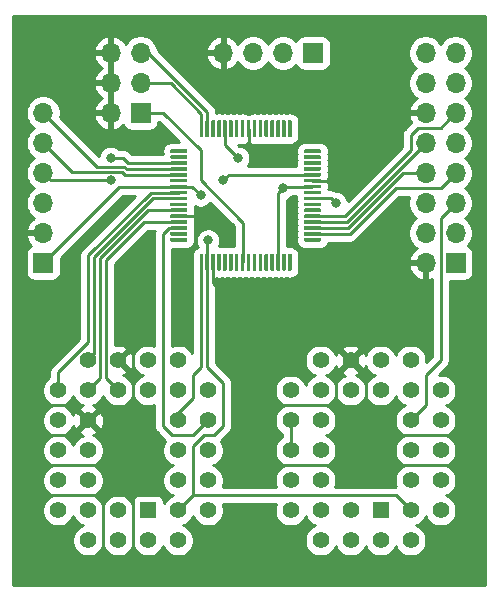
<source format=gbr>
%TF.GenerationSoftware,KiCad,Pcbnew,(5.1.10)-1*%
%TF.CreationDate,2021-12-30T15:20:08-05:00*%
%TF.ProjectId,LPCMangler,4c50434d-616e-4676-9c65-722e6b696361,rev?*%
%TF.SameCoordinates,Original*%
%TF.FileFunction,Copper,L2,Bot*%
%TF.FilePolarity,Positive*%
%FSLAX46Y46*%
G04 Gerber Fmt 4.6, Leading zero omitted, Abs format (unit mm)*
G04 Created by KiCad (PCBNEW (5.1.10)-1) date 2021-12-30 15:20:08*
%MOMM*%
%LPD*%
G01*
G04 APERTURE LIST*
%TA.AperFunction,ComponentPad*%
%ADD10C,1.422400*%
%TD*%
%TA.AperFunction,ComponentPad*%
%ADD11R,1.422400X1.422400*%
%TD*%
%TA.AperFunction,ComponentPad*%
%ADD12O,1.700000X1.700000*%
%TD*%
%TA.AperFunction,ComponentPad*%
%ADD13R,1.700000X1.700000*%
%TD*%
%TA.AperFunction,ViaPad*%
%ADD14C,0.800000*%
%TD*%
%TA.AperFunction,Conductor*%
%ADD15C,0.250000*%
%TD*%
%TA.AperFunction,Conductor*%
%ADD16C,0.254000*%
%TD*%
%TA.AperFunction,Conductor*%
%ADD17C,0.100000*%
%TD*%
G04 APERTURE END LIST*
%TO.P,U3,64*%
%TO.N,Net-(U3-Pad64)*%
%TA.AperFunction,SMDPad,CuDef*%
G36*
G01*
X161900000Y-83910000D02*
X160575000Y-83910000D01*
G75*
G02*
X160500000Y-83835000I0J75000D01*
G01*
X160500000Y-83685000D01*
G75*
G02*
X160575000Y-83610000I75000J0D01*
G01*
X161900000Y-83610000D01*
G75*
G02*
X161975000Y-83685000I0J-75000D01*
G01*
X161975000Y-83835000D01*
G75*
G02*
X161900000Y-83910000I-75000J0D01*
G01*
G37*
%TD.AperFunction*%
%TO.P,U3,63*%
%TO.N,/LAD3*%
%TA.AperFunction,SMDPad,CuDef*%
G36*
G01*
X161900000Y-83410000D02*
X160575000Y-83410000D01*
G75*
G02*
X160500000Y-83335000I0J75000D01*
G01*
X160500000Y-83185000D01*
G75*
G02*
X160575000Y-83110000I75000J0D01*
G01*
X161900000Y-83110000D01*
G75*
G02*
X161975000Y-83185000I0J-75000D01*
G01*
X161975000Y-83335000D01*
G75*
G02*
X161900000Y-83410000I-75000J0D01*
G01*
G37*
%TD.AperFunction*%
%TO.P,U3,62*%
%TO.N,/LAD2*%
%TA.AperFunction,SMDPad,CuDef*%
G36*
G01*
X161900000Y-82910000D02*
X160575000Y-82910000D01*
G75*
G02*
X160500000Y-82835000I0J75000D01*
G01*
X160500000Y-82685000D01*
G75*
G02*
X160575000Y-82610000I75000J0D01*
G01*
X161900000Y-82610000D01*
G75*
G02*
X161975000Y-82685000I0J-75000D01*
G01*
X161975000Y-82835000D01*
G75*
G02*
X161900000Y-82910000I-75000J0D01*
G01*
G37*
%TD.AperFunction*%
%TO.P,U3,61*%
%TO.N,/LAD1*%
%TA.AperFunction,SMDPad,CuDef*%
G36*
G01*
X161900000Y-82410000D02*
X160575000Y-82410000D01*
G75*
G02*
X160500000Y-82335000I0J75000D01*
G01*
X160500000Y-82185000D01*
G75*
G02*
X160575000Y-82110000I75000J0D01*
G01*
X161900000Y-82110000D01*
G75*
G02*
X161975000Y-82185000I0J-75000D01*
G01*
X161975000Y-82335000D01*
G75*
G02*
X161900000Y-82410000I-75000J0D01*
G01*
G37*
%TD.AperFunction*%
%TO.P,U3,60*%
%TO.N,/LAD0*%
%TA.AperFunction,SMDPad,CuDef*%
G36*
G01*
X161900000Y-81910000D02*
X160575000Y-81910000D01*
G75*
G02*
X160500000Y-81835000I0J75000D01*
G01*
X160500000Y-81685000D01*
G75*
G02*
X160575000Y-81610000I75000J0D01*
G01*
X161900000Y-81610000D01*
G75*
G02*
X161975000Y-81685000I0J-75000D01*
G01*
X161975000Y-81835000D01*
G75*
G02*
X161900000Y-81910000I-75000J0D01*
G01*
G37*
%TD.AperFunction*%
%TO.P,U3,59*%
%TO.N,Net-(U3-Pad59)*%
%TA.AperFunction,SMDPad,CuDef*%
G36*
G01*
X161900000Y-81410000D02*
X160575000Y-81410000D01*
G75*
G02*
X160500000Y-81335000I0J75000D01*
G01*
X160500000Y-81185000D01*
G75*
G02*
X160575000Y-81110000I75000J0D01*
G01*
X161900000Y-81110000D01*
G75*
G02*
X161975000Y-81185000I0J-75000D01*
G01*
X161975000Y-81335000D01*
G75*
G02*
X161900000Y-81410000I-75000J0D01*
G01*
G37*
%TD.AperFunction*%
%TO.P,U3,58*%
%TO.N,Net-(U3-Pad58)*%
%TA.AperFunction,SMDPad,CuDef*%
G36*
G01*
X161900000Y-80910000D02*
X160575000Y-80910000D01*
G75*
G02*
X160500000Y-80835000I0J75000D01*
G01*
X160500000Y-80685000D01*
G75*
G02*
X160575000Y-80610000I75000J0D01*
G01*
X161900000Y-80610000D01*
G75*
G02*
X161975000Y-80685000I0J-75000D01*
G01*
X161975000Y-80835000D01*
G75*
G02*
X161900000Y-80910000I-75000J0D01*
G01*
G37*
%TD.AperFunction*%
%TO.P,U3,57*%
%TO.N,/~LFRAME*%
%TA.AperFunction,SMDPad,CuDef*%
G36*
G01*
X161900000Y-80410000D02*
X160575000Y-80410000D01*
G75*
G02*
X160500000Y-80335000I0J75000D01*
G01*
X160500000Y-80185000D01*
G75*
G02*
X160575000Y-80110000I75000J0D01*
G01*
X161900000Y-80110000D01*
G75*
G02*
X161975000Y-80185000I0J-75000D01*
G01*
X161975000Y-80335000D01*
G75*
G02*
X161900000Y-80410000I-75000J0D01*
G01*
G37*
%TD.AperFunction*%
%TO.P,U3,56*%
%TO.N,Net-(U3-Pad56)*%
%TA.AperFunction,SMDPad,CuDef*%
G36*
G01*
X161900000Y-79910000D02*
X160575000Y-79910000D01*
G75*
G02*
X160500000Y-79835000I0J75000D01*
G01*
X160500000Y-79685000D01*
G75*
G02*
X160575000Y-79610000I75000J0D01*
G01*
X161900000Y-79610000D01*
G75*
G02*
X161975000Y-79685000I0J-75000D01*
G01*
X161975000Y-79835000D01*
G75*
G02*
X161900000Y-79910000I-75000J0D01*
G01*
G37*
%TD.AperFunction*%
%TO.P,U3,55*%
%TO.N,/+3V3*%
%TA.AperFunction,SMDPad,CuDef*%
G36*
G01*
X161900000Y-79410000D02*
X160575000Y-79410000D01*
G75*
G02*
X160500000Y-79335000I0J75000D01*
G01*
X160500000Y-79185000D01*
G75*
G02*
X160575000Y-79110000I75000J0D01*
G01*
X161900000Y-79110000D01*
G75*
G02*
X161975000Y-79185000I0J-75000D01*
G01*
X161975000Y-79335000D01*
G75*
G02*
X161900000Y-79410000I-75000J0D01*
G01*
G37*
%TD.AperFunction*%
%TO.P,U3,54*%
%TO.N,/GND*%
%TA.AperFunction,SMDPad,CuDef*%
G36*
G01*
X161900000Y-78910000D02*
X160575000Y-78910000D01*
G75*
G02*
X160500000Y-78835000I0J75000D01*
G01*
X160500000Y-78685000D01*
G75*
G02*
X160575000Y-78610000I75000J0D01*
G01*
X161900000Y-78610000D01*
G75*
G02*
X161975000Y-78685000I0J-75000D01*
G01*
X161975000Y-78835000D01*
G75*
G02*
X161900000Y-78910000I-75000J0D01*
G01*
G37*
%TD.AperFunction*%
%TO.P,U3,53*%
%TO.N,/TDO*%
%TA.AperFunction,SMDPad,CuDef*%
G36*
G01*
X161900000Y-78410000D02*
X160575000Y-78410000D01*
G75*
G02*
X160500000Y-78335000I0J75000D01*
G01*
X160500000Y-78185000D01*
G75*
G02*
X160575000Y-78110000I75000J0D01*
G01*
X161900000Y-78110000D01*
G75*
G02*
X161975000Y-78185000I0J-75000D01*
G01*
X161975000Y-78335000D01*
G75*
G02*
X161900000Y-78410000I-75000J0D01*
G01*
G37*
%TD.AperFunction*%
%TO.P,U3,52*%
%TO.N,Net-(U3-Pad52)*%
%TA.AperFunction,SMDPad,CuDef*%
G36*
G01*
X161900000Y-77910000D02*
X160575000Y-77910000D01*
G75*
G02*
X160500000Y-77835000I0J75000D01*
G01*
X160500000Y-77685000D01*
G75*
G02*
X160575000Y-77610000I75000J0D01*
G01*
X161900000Y-77610000D01*
G75*
G02*
X161975000Y-77685000I0J-75000D01*
G01*
X161975000Y-77835000D01*
G75*
G02*
X161900000Y-77910000I-75000J0D01*
G01*
G37*
%TD.AperFunction*%
%TO.P,U3,51*%
%TO.N,Net-(U3-Pad51)*%
%TA.AperFunction,SMDPad,CuDef*%
G36*
G01*
X161900000Y-77410000D02*
X160575000Y-77410000D01*
G75*
G02*
X160500000Y-77335000I0J75000D01*
G01*
X160500000Y-77185000D01*
G75*
G02*
X160575000Y-77110000I75000J0D01*
G01*
X161900000Y-77110000D01*
G75*
G02*
X161975000Y-77185000I0J-75000D01*
G01*
X161975000Y-77335000D01*
G75*
G02*
X161900000Y-77410000I-75000J0D01*
G01*
G37*
%TD.AperFunction*%
%TO.P,U3,50*%
%TO.N,Net-(U3-Pad50)*%
%TA.AperFunction,SMDPad,CuDef*%
G36*
G01*
X161900000Y-76910000D02*
X160575000Y-76910000D01*
G75*
G02*
X160500000Y-76835000I0J75000D01*
G01*
X160500000Y-76685000D01*
G75*
G02*
X160575000Y-76610000I75000J0D01*
G01*
X161900000Y-76610000D01*
G75*
G02*
X161975000Y-76685000I0J-75000D01*
G01*
X161975000Y-76835000D01*
G75*
G02*
X161900000Y-76910000I-75000J0D01*
G01*
G37*
%TD.AperFunction*%
%TO.P,U3,49*%
%TO.N,Net-(U3-Pad49)*%
%TA.AperFunction,SMDPad,CuDef*%
G36*
G01*
X161900000Y-76410000D02*
X160575000Y-76410000D01*
G75*
G02*
X160500000Y-76335000I0J75000D01*
G01*
X160500000Y-76185000D01*
G75*
G02*
X160575000Y-76110000I75000J0D01*
G01*
X161900000Y-76110000D01*
G75*
G02*
X161975000Y-76185000I0J-75000D01*
G01*
X161975000Y-76335000D01*
G75*
G02*
X161900000Y-76410000I-75000J0D01*
G01*
G37*
%TD.AperFunction*%
%TO.P,U3,48*%
%TO.N,Net-(U3-Pad48)*%
%TA.AperFunction,SMDPad,CuDef*%
G36*
G01*
X159400000Y-75085000D02*
X159250000Y-75085000D01*
G75*
G02*
X159175000Y-75010000I0J75000D01*
G01*
X159175000Y-73685000D01*
G75*
G02*
X159250000Y-73610000I75000J0D01*
G01*
X159400000Y-73610000D01*
G75*
G02*
X159475000Y-73685000I0J-75000D01*
G01*
X159475000Y-75010000D01*
G75*
G02*
X159400000Y-75085000I-75000J0D01*
G01*
G37*
%TD.AperFunction*%
%TO.P,U3,47*%
%TO.N,Net-(U3-Pad47)*%
%TA.AperFunction,SMDPad,CuDef*%
G36*
G01*
X158900000Y-75085000D02*
X158750000Y-75085000D01*
G75*
G02*
X158675000Y-75010000I0J75000D01*
G01*
X158675000Y-73685000D01*
G75*
G02*
X158750000Y-73610000I75000J0D01*
G01*
X158900000Y-73610000D01*
G75*
G02*
X158975000Y-73685000I0J-75000D01*
G01*
X158975000Y-75010000D01*
G75*
G02*
X158900000Y-75085000I-75000J0D01*
G01*
G37*
%TD.AperFunction*%
%TO.P,U3,46*%
%TO.N,Net-(U3-Pad46)*%
%TA.AperFunction,SMDPad,CuDef*%
G36*
G01*
X158400000Y-75085000D02*
X158250000Y-75085000D01*
G75*
G02*
X158175000Y-75010000I0J75000D01*
G01*
X158175000Y-73685000D01*
G75*
G02*
X158250000Y-73610000I75000J0D01*
G01*
X158400000Y-73610000D01*
G75*
G02*
X158475000Y-73685000I0J-75000D01*
G01*
X158475000Y-75010000D01*
G75*
G02*
X158400000Y-75085000I-75000J0D01*
G01*
G37*
%TD.AperFunction*%
%TO.P,U3,45*%
%TO.N,Net-(U3-Pad45)*%
%TA.AperFunction,SMDPad,CuDef*%
G36*
G01*
X157900000Y-75085000D02*
X157750000Y-75085000D01*
G75*
G02*
X157675000Y-75010000I0J75000D01*
G01*
X157675000Y-73685000D01*
G75*
G02*
X157750000Y-73610000I75000J0D01*
G01*
X157900000Y-73610000D01*
G75*
G02*
X157975000Y-73685000I0J-75000D01*
G01*
X157975000Y-75010000D01*
G75*
G02*
X157900000Y-75085000I-75000J0D01*
G01*
G37*
%TD.AperFunction*%
%TO.P,U3,44*%
%TO.N,Net-(U3-Pad44)*%
%TA.AperFunction,SMDPad,CuDef*%
G36*
G01*
X157400000Y-75085000D02*
X157250000Y-75085000D01*
G75*
G02*
X157175000Y-75010000I0J75000D01*
G01*
X157175000Y-73685000D01*
G75*
G02*
X157250000Y-73610000I75000J0D01*
G01*
X157400000Y-73610000D01*
G75*
G02*
X157475000Y-73685000I0J-75000D01*
G01*
X157475000Y-75010000D01*
G75*
G02*
X157400000Y-75085000I-75000J0D01*
G01*
G37*
%TD.AperFunction*%
%TO.P,U3,43*%
%TO.N,Net-(U3-Pad43)*%
%TA.AperFunction,SMDPad,CuDef*%
G36*
G01*
X156900000Y-75085000D02*
X156750000Y-75085000D01*
G75*
G02*
X156675000Y-75010000I0J75000D01*
G01*
X156675000Y-73685000D01*
G75*
G02*
X156750000Y-73610000I75000J0D01*
G01*
X156900000Y-73610000D01*
G75*
G02*
X156975000Y-73685000I0J-75000D01*
G01*
X156975000Y-75010000D01*
G75*
G02*
X156900000Y-75085000I-75000J0D01*
G01*
G37*
%TD.AperFunction*%
%TO.P,U3,42*%
%TO.N,Net-(U3-Pad42)*%
%TA.AperFunction,SMDPad,CuDef*%
G36*
G01*
X156400000Y-75085000D02*
X156250000Y-75085000D01*
G75*
G02*
X156175000Y-75010000I0J75000D01*
G01*
X156175000Y-73685000D01*
G75*
G02*
X156250000Y-73610000I75000J0D01*
G01*
X156400000Y-73610000D01*
G75*
G02*
X156475000Y-73685000I0J-75000D01*
G01*
X156475000Y-75010000D01*
G75*
G02*
X156400000Y-75085000I-75000J0D01*
G01*
G37*
%TD.AperFunction*%
%TO.P,U3,41*%
%TO.N,/GND*%
%TA.AperFunction,SMDPad,CuDef*%
G36*
G01*
X155900000Y-75085000D02*
X155750000Y-75085000D01*
G75*
G02*
X155675000Y-75010000I0J75000D01*
G01*
X155675000Y-73685000D01*
G75*
G02*
X155750000Y-73610000I75000J0D01*
G01*
X155900000Y-73610000D01*
G75*
G02*
X155975000Y-73685000I0J-75000D01*
G01*
X155975000Y-75010000D01*
G75*
G02*
X155900000Y-75085000I-75000J0D01*
G01*
G37*
%TD.AperFunction*%
%TO.P,U3,40*%
%TO.N,Net-(U3-Pad40)*%
%TA.AperFunction,SMDPad,CuDef*%
G36*
G01*
X155400000Y-75085000D02*
X155250000Y-75085000D01*
G75*
G02*
X155175000Y-75010000I0J75000D01*
G01*
X155175000Y-73685000D01*
G75*
G02*
X155250000Y-73610000I75000J0D01*
G01*
X155400000Y-73610000D01*
G75*
G02*
X155475000Y-73685000I0J-75000D01*
G01*
X155475000Y-75010000D01*
G75*
G02*
X155400000Y-75085000I-75000J0D01*
G01*
G37*
%TD.AperFunction*%
%TO.P,U3,39*%
%TO.N,Net-(U3-Pad39)*%
%TA.AperFunction,SMDPad,CuDef*%
G36*
G01*
X154900000Y-75085000D02*
X154750000Y-75085000D01*
G75*
G02*
X154675000Y-75010000I0J75000D01*
G01*
X154675000Y-73685000D01*
G75*
G02*
X154750000Y-73610000I75000J0D01*
G01*
X154900000Y-73610000D01*
G75*
G02*
X154975000Y-73685000I0J-75000D01*
G01*
X154975000Y-75010000D01*
G75*
G02*
X154900000Y-75085000I-75000J0D01*
G01*
G37*
%TD.AperFunction*%
%TO.P,U3,38*%
%TO.N,Net-(U3-Pad38)*%
%TA.AperFunction,SMDPad,CuDef*%
G36*
G01*
X154400000Y-75085000D02*
X154250000Y-75085000D01*
G75*
G02*
X154175000Y-75010000I0J75000D01*
G01*
X154175000Y-73685000D01*
G75*
G02*
X154250000Y-73610000I75000J0D01*
G01*
X154400000Y-73610000D01*
G75*
G02*
X154475000Y-73685000I0J-75000D01*
G01*
X154475000Y-75010000D01*
G75*
G02*
X154400000Y-75085000I-75000J0D01*
G01*
G37*
%TD.AperFunction*%
%TO.P,U3,37*%
%TO.N,/+3V3*%
%TA.AperFunction,SMDPad,CuDef*%
G36*
G01*
X153900000Y-75085000D02*
X153750000Y-75085000D01*
G75*
G02*
X153675000Y-75010000I0J75000D01*
G01*
X153675000Y-73685000D01*
G75*
G02*
X153750000Y-73610000I75000J0D01*
G01*
X153900000Y-73610000D01*
G75*
G02*
X153975000Y-73685000I0J-75000D01*
G01*
X153975000Y-75010000D01*
G75*
G02*
X153900000Y-75085000I-75000J0D01*
G01*
G37*
%TD.AperFunction*%
%TO.P,U3,36*%
%TO.N,Net-(U3-Pad36)*%
%TA.AperFunction,SMDPad,CuDef*%
G36*
G01*
X153400000Y-75085000D02*
X153250000Y-75085000D01*
G75*
G02*
X153175000Y-75010000I0J75000D01*
G01*
X153175000Y-73685000D01*
G75*
G02*
X153250000Y-73610000I75000J0D01*
G01*
X153400000Y-73610000D01*
G75*
G02*
X153475000Y-73685000I0J-75000D01*
G01*
X153475000Y-75010000D01*
G75*
G02*
X153400000Y-75085000I-75000J0D01*
G01*
G37*
%TD.AperFunction*%
%TO.P,U3,35*%
%TO.N,Net-(U3-Pad35)*%
%TA.AperFunction,SMDPad,CuDef*%
G36*
G01*
X152900000Y-75085000D02*
X152750000Y-75085000D01*
G75*
G02*
X152675000Y-75010000I0J75000D01*
G01*
X152675000Y-73685000D01*
G75*
G02*
X152750000Y-73610000I75000J0D01*
G01*
X152900000Y-73610000D01*
G75*
G02*
X152975000Y-73685000I0J-75000D01*
G01*
X152975000Y-75010000D01*
G75*
G02*
X152900000Y-75085000I-75000J0D01*
G01*
G37*
%TD.AperFunction*%
%TO.P,U3,34*%
%TO.N,/BANK1*%
%TA.AperFunction,SMDPad,CuDef*%
G36*
G01*
X152400000Y-75085000D02*
X152250000Y-75085000D01*
G75*
G02*
X152175000Y-75010000I0J75000D01*
G01*
X152175000Y-73685000D01*
G75*
G02*
X152250000Y-73610000I75000J0D01*
G01*
X152400000Y-73610000D01*
G75*
G02*
X152475000Y-73685000I0J-75000D01*
G01*
X152475000Y-75010000D01*
G75*
G02*
X152400000Y-75085000I-75000J0D01*
G01*
G37*
%TD.AperFunction*%
%TO.P,U3,33*%
%TO.N,/BANK0*%
%TA.AperFunction,SMDPad,CuDef*%
G36*
G01*
X151900000Y-75085000D02*
X151750000Y-75085000D01*
G75*
G02*
X151675000Y-75010000I0J75000D01*
G01*
X151675000Y-73685000D01*
G75*
G02*
X151750000Y-73610000I75000J0D01*
G01*
X151900000Y-73610000D01*
G75*
G02*
X151975000Y-73685000I0J-75000D01*
G01*
X151975000Y-75010000D01*
G75*
G02*
X151900000Y-75085000I-75000J0D01*
G01*
G37*
%TD.AperFunction*%
%TO.P,U3,32*%
%TO.N,Net-(U3-Pad32)*%
%TA.AperFunction,SMDPad,CuDef*%
G36*
G01*
X150575000Y-76410000D02*
X149250000Y-76410000D01*
G75*
G02*
X149175000Y-76335000I0J75000D01*
G01*
X149175000Y-76185000D01*
G75*
G02*
X149250000Y-76110000I75000J0D01*
G01*
X150575000Y-76110000D01*
G75*
G02*
X150650000Y-76185000I0J-75000D01*
G01*
X150650000Y-76335000D01*
G75*
G02*
X150575000Y-76410000I-75000J0D01*
G01*
G37*
%TD.AperFunction*%
%TO.P,U3,31*%
%TO.N,Net-(U3-Pad31)*%
%TA.AperFunction,SMDPad,CuDef*%
G36*
G01*
X150575000Y-76910000D02*
X149250000Y-76910000D01*
G75*
G02*
X149175000Y-76835000I0J75000D01*
G01*
X149175000Y-76685000D01*
G75*
G02*
X149250000Y-76610000I75000J0D01*
G01*
X150575000Y-76610000D01*
G75*
G02*
X150650000Y-76685000I0J-75000D01*
G01*
X150650000Y-76835000D01*
G75*
G02*
X150575000Y-76910000I-75000J0D01*
G01*
G37*
%TD.AperFunction*%
%TO.P,U3,30*%
%TO.N,/TCK*%
%TA.AperFunction,SMDPad,CuDef*%
G36*
G01*
X150575000Y-77410000D02*
X149250000Y-77410000D01*
G75*
G02*
X149175000Y-77335000I0J75000D01*
G01*
X149175000Y-77185000D01*
G75*
G02*
X149250000Y-77110000I75000J0D01*
G01*
X150575000Y-77110000D01*
G75*
G02*
X150650000Y-77185000I0J-75000D01*
G01*
X150650000Y-77335000D01*
G75*
G02*
X150575000Y-77410000I-75000J0D01*
G01*
G37*
%TD.AperFunction*%
%TO.P,U3,29*%
%TO.N,/TMS*%
%TA.AperFunction,SMDPad,CuDef*%
G36*
G01*
X150575000Y-77910000D02*
X149250000Y-77910000D01*
G75*
G02*
X149175000Y-77835000I0J75000D01*
G01*
X149175000Y-77685000D01*
G75*
G02*
X149250000Y-77610000I75000J0D01*
G01*
X150575000Y-77610000D01*
G75*
G02*
X150650000Y-77685000I0J-75000D01*
G01*
X150650000Y-77835000D01*
G75*
G02*
X150575000Y-77910000I-75000J0D01*
G01*
G37*
%TD.AperFunction*%
%TO.P,U3,28*%
%TO.N,/TDI*%
%TA.AperFunction,SMDPad,CuDef*%
G36*
G01*
X150575000Y-78410000D02*
X149250000Y-78410000D01*
G75*
G02*
X149175000Y-78335000I0J75000D01*
G01*
X149175000Y-78185000D01*
G75*
G02*
X149250000Y-78110000I75000J0D01*
G01*
X150575000Y-78110000D01*
G75*
G02*
X150650000Y-78185000I0J-75000D01*
G01*
X150650000Y-78335000D01*
G75*
G02*
X150575000Y-78410000I-75000J0D01*
G01*
G37*
%TD.AperFunction*%
%TO.P,U3,27*%
%TO.N,Net-(U3-Pad27)*%
%TA.AperFunction,SMDPad,CuDef*%
G36*
G01*
X150575000Y-78910000D02*
X149250000Y-78910000D01*
G75*
G02*
X149175000Y-78835000I0J75000D01*
G01*
X149175000Y-78685000D01*
G75*
G02*
X149250000Y-78610000I75000J0D01*
G01*
X150575000Y-78610000D01*
G75*
G02*
X150650000Y-78685000I0J-75000D01*
G01*
X150650000Y-78835000D01*
G75*
G02*
X150575000Y-78910000I-75000J0D01*
G01*
G37*
%TD.AperFunction*%
%TO.P,U3,26*%
%TO.N,/+3V3*%
%TA.AperFunction,SMDPad,CuDef*%
G36*
G01*
X150575000Y-79410000D02*
X149250000Y-79410000D01*
G75*
G02*
X149175000Y-79335000I0J75000D01*
G01*
X149175000Y-79185000D01*
G75*
G02*
X149250000Y-79110000I75000J0D01*
G01*
X150575000Y-79110000D01*
G75*
G02*
X150650000Y-79185000I0J-75000D01*
G01*
X150650000Y-79335000D01*
G75*
G02*
X150575000Y-79410000I-75000J0D01*
G01*
G37*
%TD.AperFunction*%
%TO.P,U3,25*%
%TO.N,/S_LAD0*%
%TA.AperFunction,SMDPad,CuDef*%
G36*
G01*
X150575000Y-79910000D02*
X149250000Y-79910000D01*
G75*
G02*
X149175000Y-79835000I0J75000D01*
G01*
X149175000Y-79685000D01*
G75*
G02*
X149250000Y-79610000I75000J0D01*
G01*
X150575000Y-79610000D01*
G75*
G02*
X150650000Y-79685000I0J-75000D01*
G01*
X150650000Y-79835000D01*
G75*
G02*
X150575000Y-79910000I-75000J0D01*
G01*
G37*
%TD.AperFunction*%
%TO.P,U3,24*%
%TO.N,/S_LAD1*%
%TA.AperFunction,SMDPad,CuDef*%
G36*
G01*
X150575000Y-80410000D02*
X149250000Y-80410000D01*
G75*
G02*
X149175000Y-80335000I0J75000D01*
G01*
X149175000Y-80185000D01*
G75*
G02*
X149250000Y-80110000I75000J0D01*
G01*
X150575000Y-80110000D01*
G75*
G02*
X150650000Y-80185000I0J-75000D01*
G01*
X150650000Y-80335000D01*
G75*
G02*
X150575000Y-80410000I-75000J0D01*
G01*
G37*
%TD.AperFunction*%
%TO.P,U3,23*%
%TO.N,Net-(U3-Pad23)*%
%TA.AperFunction,SMDPad,CuDef*%
G36*
G01*
X150575000Y-80910000D02*
X149250000Y-80910000D01*
G75*
G02*
X149175000Y-80835000I0J75000D01*
G01*
X149175000Y-80685000D01*
G75*
G02*
X149250000Y-80610000I75000J0D01*
G01*
X150575000Y-80610000D01*
G75*
G02*
X150650000Y-80685000I0J-75000D01*
G01*
X150650000Y-80835000D01*
G75*
G02*
X150575000Y-80910000I-75000J0D01*
G01*
G37*
%TD.AperFunction*%
%TO.P,U3,22*%
%TO.N,/S_LAD2*%
%TA.AperFunction,SMDPad,CuDef*%
G36*
G01*
X150575000Y-81410000D02*
X149250000Y-81410000D01*
G75*
G02*
X149175000Y-81335000I0J75000D01*
G01*
X149175000Y-81185000D01*
G75*
G02*
X149250000Y-81110000I75000J0D01*
G01*
X150575000Y-81110000D01*
G75*
G02*
X150650000Y-81185000I0J-75000D01*
G01*
X150650000Y-81335000D01*
G75*
G02*
X150575000Y-81410000I-75000J0D01*
G01*
G37*
%TD.AperFunction*%
%TO.P,U3,21*%
%TO.N,/GND*%
%TA.AperFunction,SMDPad,CuDef*%
G36*
G01*
X150575000Y-81910000D02*
X149250000Y-81910000D01*
G75*
G02*
X149175000Y-81835000I0J75000D01*
G01*
X149175000Y-81685000D01*
G75*
G02*
X149250000Y-81610000I75000J0D01*
G01*
X150575000Y-81610000D01*
G75*
G02*
X150650000Y-81685000I0J-75000D01*
G01*
X150650000Y-81835000D01*
G75*
G02*
X150575000Y-81910000I-75000J0D01*
G01*
G37*
%TD.AperFunction*%
%TO.P,U3,20*%
%TO.N,/S_LAD3*%
%TA.AperFunction,SMDPad,CuDef*%
G36*
G01*
X150575000Y-82410000D02*
X149250000Y-82410000D01*
G75*
G02*
X149175000Y-82335000I0J75000D01*
G01*
X149175000Y-82185000D01*
G75*
G02*
X149250000Y-82110000I75000J0D01*
G01*
X150575000Y-82110000D01*
G75*
G02*
X150650000Y-82185000I0J-75000D01*
G01*
X150650000Y-82335000D01*
G75*
G02*
X150575000Y-82410000I-75000J0D01*
G01*
G37*
%TD.AperFunction*%
%TO.P,U3,19*%
%TO.N,/~S_LFRAME*%
%TA.AperFunction,SMDPad,CuDef*%
G36*
G01*
X150575000Y-82910000D02*
X149250000Y-82910000D01*
G75*
G02*
X149175000Y-82835000I0J75000D01*
G01*
X149175000Y-82685000D01*
G75*
G02*
X149250000Y-82610000I75000J0D01*
G01*
X150575000Y-82610000D01*
G75*
G02*
X150650000Y-82685000I0J-75000D01*
G01*
X150650000Y-82835000D01*
G75*
G02*
X150575000Y-82910000I-75000J0D01*
G01*
G37*
%TD.AperFunction*%
%TO.P,U3,18*%
%TO.N,Net-(U3-Pad18)*%
%TA.AperFunction,SMDPad,CuDef*%
G36*
G01*
X150575000Y-83410000D02*
X149250000Y-83410000D01*
G75*
G02*
X149175000Y-83335000I0J75000D01*
G01*
X149175000Y-83185000D01*
G75*
G02*
X149250000Y-83110000I75000J0D01*
G01*
X150575000Y-83110000D01*
G75*
G02*
X150650000Y-83185000I0J-75000D01*
G01*
X150650000Y-83335000D01*
G75*
G02*
X150575000Y-83410000I-75000J0D01*
G01*
G37*
%TD.AperFunction*%
%TO.P,U3,17*%
%TO.N,Net-(U3-Pad17)*%
%TA.AperFunction,SMDPad,CuDef*%
G36*
G01*
X150575000Y-83910000D02*
X149250000Y-83910000D01*
G75*
G02*
X149175000Y-83835000I0J75000D01*
G01*
X149175000Y-83685000D01*
G75*
G02*
X149250000Y-83610000I75000J0D01*
G01*
X150575000Y-83610000D01*
G75*
G02*
X150650000Y-83685000I0J-75000D01*
G01*
X150650000Y-83835000D01*
G75*
G02*
X150575000Y-83910000I-75000J0D01*
G01*
G37*
%TD.AperFunction*%
%TO.P,U3,16*%
%TO.N,/~RST*%
%TA.AperFunction,SMDPad,CuDef*%
G36*
G01*
X151900000Y-86410000D02*
X151750000Y-86410000D01*
G75*
G02*
X151675000Y-86335000I0J75000D01*
G01*
X151675000Y-85010000D01*
G75*
G02*
X151750000Y-84935000I75000J0D01*
G01*
X151900000Y-84935000D01*
G75*
G02*
X151975000Y-85010000I0J-75000D01*
G01*
X151975000Y-86335000D01*
G75*
G02*
X151900000Y-86410000I-75000J0D01*
G01*
G37*
%TD.AperFunction*%
%TO.P,U3,15*%
%TO.N,/LCLK*%
%TA.AperFunction,SMDPad,CuDef*%
G36*
G01*
X152400000Y-86410000D02*
X152250000Y-86410000D01*
G75*
G02*
X152175000Y-86335000I0J75000D01*
G01*
X152175000Y-85010000D01*
G75*
G02*
X152250000Y-84935000I75000J0D01*
G01*
X152400000Y-84935000D01*
G75*
G02*
X152475000Y-85010000I0J-75000D01*
G01*
X152475000Y-86335000D01*
G75*
G02*
X152400000Y-86410000I-75000J0D01*
G01*
G37*
%TD.AperFunction*%
%TO.P,U3,14*%
%TO.N,/GND*%
%TA.AperFunction,SMDPad,CuDef*%
G36*
G01*
X152900000Y-86410000D02*
X152750000Y-86410000D01*
G75*
G02*
X152675000Y-86335000I0J75000D01*
G01*
X152675000Y-85010000D01*
G75*
G02*
X152750000Y-84935000I75000J0D01*
G01*
X152900000Y-84935000D01*
G75*
G02*
X152975000Y-85010000I0J-75000D01*
G01*
X152975000Y-86335000D01*
G75*
G02*
X152900000Y-86410000I-75000J0D01*
G01*
G37*
%TD.AperFunction*%
%TO.P,U3,13*%
%TO.N,Net-(U3-Pad13)*%
%TA.AperFunction,SMDPad,CuDef*%
G36*
G01*
X153400000Y-86410000D02*
X153250000Y-86410000D01*
G75*
G02*
X153175000Y-86335000I0J75000D01*
G01*
X153175000Y-85010000D01*
G75*
G02*
X153250000Y-84935000I75000J0D01*
G01*
X153400000Y-84935000D01*
G75*
G02*
X153475000Y-85010000I0J-75000D01*
G01*
X153475000Y-86335000D01*
G75*
G02*
X153400000Y-86410000I-75000J0D01*
G01*
G37*
%TD.AperFunction*%
%TO.P,U3,12*%
%TO.N,Net-(U3-Pad12)*%
%TA.AperFunction,SMDPad,CuDef*%
G36*
G01*
X153900000Y-86410000D02*
X153750000Y-86410000D01*
G75*
G02*
X153675000Y-86335000I0J75000D01*
G01*
X153675000Y-85010000D01*
G75*
G02*
X153750000Y-84935000I75000J0D01*
G01*
X153900000Y-84935000D01*
G75*
G02*
X153975000Y-85010000I0J-75000D01*
G01*
X153975000Y-86335000D01*
G75*
G02*
X153900000Y-86410000I-75000J0D01*
G01*
G37*
%TD.AperFunction*%
%TO.P,U3,11*%
%TO.N,Net-(U3-Pad11)*%
%TA.AperFunction,SMDPad,CuDef*%
G36*
G01*
X154400000Y-86410000D02*
X154250000Y-86410000D01*
G75*
G02*
X154175000Y-86335000I0J75000D01*
G01*
X154175000Y-85010000D01*
G75*
G02*
X154250000Y-84935000I75000J0D01*
G01*
X154400000Y-84935000D01*
G75*
G02*
X154475000Y-85010000I0J-75000D01*
G01*
X154475000Y-86335000D01*
G75*
G02*
X154400000Y-86410000I-75000J0D01*
G01*
G37*
%TD.AperFunction*%
%TO.P,U3,10*%
%TO.N,Net-(U3-Pad10)*%
%TA.AperFunction,SMDPad,CuDef*%
G36*
G01*
X154900000Y-86410000D02*
X154750000Y-86410000D01*
G75*
G02*
X154675000Y-86335000I0J75000D01*
G01*
X154675000Y-85010000D01*
G75*
G02*
X154750000Y-84935000I75000J0D01*
G01*
X154900000Y-84935000D01*
G75*
G02*
X154975000Y-85010000I0J-75000D01*
G01*
X154975000Y-86335000D01*
G75*
G02*
X154900000Y-86410000I-75000J0D01*
G01*
G37*
%TD.AperFunction*%
%TO.P,U3,9*%
%TO.N,/BYPASS*%
%TA.AperFunction,SMDPad,CuDef*%
G36*
G01*
X155400000Y-86410000D02*
X155250000Y-86410000D01*
G75*
G02*
X155175000Y-86335000I0J75000D01*
G01*
X155175000Y-85010000D01*
G75*
G02*
X155250000Y-84935000I75000J0D01*
G01*
X155400000Y-84935000D01*
G75*
G02*
X155475000Y-85010000I0J-75000D01*
G01*
X155475000Y-86335000D01*
G75*
G02*
X155400000Y-86410000I-75000J0D01*
G01*
G37*
%TD.AperFunction*%
%TO.P,U3,8*%
%TO.N,/LED0*%
%TA.AperFunction,SMDPad,CuDef*%
G36*
G01*
X155900000Y-86410000D02*
X155750000Y-86410000D01*
G75*
G02*
X155675000Y-86335000I0J75000D01*
G01*
X155675000Y-85010000D01*
G75*
G02*
X155750000Y-84935000I75000J0D01*
G01*
X155900000Y-84935000D01*
G75*
G02*
X155975000Y-85010000I0J-75000D01*
G01*
X155975000Y-86335000D01*
G75*
G02*
X155900000Y-86410000I-75000J0D01*
G01*
G37*
%TD.AperFunction*%
%TO.P,U3,7*%
%TO.N,/LED1*%
%TA.AperFunction,SMDPad,CuDef*%
G36*
G01*
X156400000Y-86410000D02*
X156250000Y-86410000D01*
G75*
G02*
X156175000Y-86335000I0J75000D01*
G01*
X156175000Y-85010000D01*
G75*
G02*
X156250000Y-84935000I75000J0D01*
G01*
X156400000Y-84935000D01*
G75*
G02*
X156475000Y-85010000I0J-75000D01*
G01*
X156475000Y-86335000D01*
G75*
G02*
X156400000Y-86410000I-75000J0D01*
G01*
G37*
%TD.AperFunction*%
%TO.P,U3,6*%
%TO.N,Net-(U3-Pad6)*%
%TA.AperFunction,SMDPad,CuDef*%
G36*
G01*
X156900000Y-86410000D02*
X156750000Y-86410000D01*
G75*
G02*
X156675000Y-86335000I0J75000D01*
G01*
X156675000Y-85010000D01*
G75*
G02*
X156750000Y-84935000I75000J0D01*
G01*
X156900000Y-84935000D01*
G75*
G02*
X156975000Y-85010000I0J-75000D01*
G01*
X156975000Y-86335000D01*
G75*
G02*
X156900000Y-86410000I-75000J0D01*
G01*
G37*
%TD.AperFunction*%
%TO.P,U3,5*%
%TO.N,Net-(U3-Pad5)*%
%TA.AperFunction,SMDPad,CuDef*%
G36*
G01*
X157400000Y-86410000D02*
X157250000Y-86410000D01*
G75*
G02*
X157175000Y-86335000I0J75000D01*
G01*
X157175000Y-85010000D01*
G75*
G02*
X157250000Y-84935000I75000J0D01*
G01*
X157400000Y-84935000D01*
G75*
G02*
X157475000Y-85010000I0J-75000D01*
G01*
X157475000Y-86335000D01*
G75*
G02*
X157400000Y-86410000I-75000J0D01*
G01*
G37*
%TD.AperFunction*%
%TO.P,U3,4*%
%TO.N,Net-(U3-Pad4)*%
%TA.AperFunction,SMDPad,CuDef*%
G36*
G01*
X157900000Y-86410000D02*
X157750000Y-86410000D01*
G75*
G02*
X157675000Y-86335000I0J75000D01*
G01*
X157675000Y-85010000D01*
G75*
G02*
X157750000Y-84935000I75000J0D01*
G01*
X157900000Y-84935000D01*
G75*
G02*
X157975000Y-85010000I0J-75000D01*
G01*
X157975000Y-86335000D01*
G75*
G02*
X157900000Y-86410000I-75000J0D01*
G01*
G37*
%TD.AperFunction*%
%TO.P,U3,3*%
%TO.N,/+3V3*%
%TA.AperFunction,SMDPad,CuDef*%
G36*
G01*
X158400000Y-86410000D02*
X158250000Y-86410000D01*
G75*
G02*
X158175000Y-86335000I0J75000D01*
G01*
X158175000Y-85010000D01*
G75*
G02*
X158250000Y-84935000I75000J0D01*
G01*
X158400000Y-84935000D01*
G75*
G02*
X158475000Y-85010000I0J-75000D01*
G01*
X158475000Y-86335000D01*
G75*
G02*
X158400000Y-86410000I-75000J0D01*
G01*
G37*
%TD.AperFunction*%
%TO.P,U3,2*%
%TO.N,Net-(U3-Pad2)*%
%TA.AperFunction,SMDPad,CuDef*%
G36*
G01*
X158900000Y-86410000D02*
X158750000Y-86410000D01*
G75*
G02*
X158675000Y-86335000I0J75000D01*
G01*
X158675000Y-85010000D01*
G75*
G02*
X158750000Y-84935000I75000J0D01*
G01*
X158900000Y-84935000D01*
G75*
G02*
X158975000Y-85010000I0J-75000D01*
G01*
X158975000Y-86335000D01*
G75*
G02*
X158900000Y-86410000I-75000J0D01*
G01*
G37*
%TD.AperFunction*%
%TO.P,U3,1*%
%TO.N,Net-(U3-Pad1)*%
%TA.AperFunction,SMDPad,CuDef*%
G36*
G01*
X159400000Y-86410000D02*
X159250000Y-86410000D01*
G75*
G02*
X159175000Y-86335000I0J75000D01*
G01*
X159175000Y-85010000D01*
G75*
G02*
X159250000Y-84935000I75000J0D01*
G01*
X159400000Y-84935000D01*
G75*
G02*
X159475000Y-85010000I0J-75000D01*
G01*
X159475000Y-86335000D01*
G75*
G02*
X159400000Y-86410000I-75000J0D01*
G01*
G37*
%TD.AperFunction*%
%TD*%
D10*
%TO.P,U2,29*%
%TO.N,Net-(U2-Pad29)*%
X152400000Y-106680000D03*
%TO.P,U2,27*%
%TO.N,Net-(U2-Pad27)*%
X152400000Y-104140000D03*
%TO.P,U2,25*%
%TO.N,/+3V3*%
X152400000Y-101600000D03*
%TO.P,U2,23*%
%TO.N,/~S_LFRAME*%
X152400000Y-99060000D03*
%TO.P,U2,28*%
%TO.N,Net-(U2-Pad28)*%
X149860000Y-104140000D03*
%TO.P,U2,26*%
%TO.N,Net-(U2-Pad26)*%
X149860000Y-101600000D03*
%TO.P,U2,24*%
%TO.N,/~RST*%
X149860000Y-99060000D03*
%TO.P,U2,22*%
%TO.N,Net-(U2-Pad22)*%
X149860000Y-96520000D03*
%TO.P,U2,20*%
%TO.N,Net-(U2-Pad20)*%
X149860000Y-93980000D03*
%TO.P,U2,18*%
%TO.N,Net-(U2-Pad18)*%
X147320000Y-93980000D03*
%TO.P,U2,16*%
%TO.N,/GND*%
X144780000Y-93980000D03*
%TO.P,U2,14*%
%TO.N,/S_LAD1*%
X142240000Y-93980000D03*
%TO.P,U2,21*%
%TO.N,Net-(U2-Pad21)*%
X152400000Y-96520000D03*
%TO.P,U2,19*%
%TO.N,Net-(U2-Pad19)*%
X147320000Y-96520000D03*
%TO.P,U2,17*%
%TO.N,/S_LAD3*%
X144780000Y-96520000D03*
%TO.P,U2,15*%
%TO.N,/S_LAD2*%
X142240000Y-96520000D03*
%TO.P,U2,13*%
%TO.N,/S_LAD0*%
X139700000Y-96520000D03*
%TO.P,U2,11*%
%TO.N,/+3V3*%
X139700000Y-99060000D03*
%TO.P,U2,9*%
X139700000Y-101600000D03*
%TO.P,U2,7*%
X139700000Y-104140000D03*
%TO.P,U2,5*%
X139700000Y-106680000D03*
%TO.P,U2,12*%
%TO.N,/GND*%
X142240000Y-99060000D03*
%TO.P,U2,10*%
%TO.N,/+3V3*%
X142240000Y-101600000D03*
%TO.P,U2,8*%
X142240000Y-104140000D03*
%TO.P,U2,6*%
X142240000Y-106680000D03*
%TO.P,U2,30*%
X149860000Y-109220000D03*
%TO.P,U2,32*%
%TO.N,Net-(U2-Pad32)*%
X147320000Y-109220000D03*
%TO.P,U2,4*%
%TO.N,/+3V3*%
X142240000Y-109220000D03*
%TO.P,U2,2*%
X144780000Y-109220000D03*
%TO.P,U2,31*%
%TO.N,/LCLK*%
X149860000Y-106680000D03*
%TO.P,U2,3*%
%TO.N,/+3V3*%
X144780000Y-106680000D03*
D11*
%TO.P,U2,1*%
%TO.N,Net-(U2-Pad1)*%
X147320000Y-106680000D03*
%TD*%
D10*
%TO.P,U1,29*%
%TO.N,Net-(U1-Pad29)*%
X172085000Y-106680000D03*
%TO.P,U1,27*%
%TO.N,Net-(U1-Pad27)*%
X172085000Y-104140000D03*
%TO.P,U1,25*%
%TO.N,/+3V3*%
X172085000Y-101600000D03*
%TO.P,U1,23*%
%TO.N,/~S_LFRAME*%
X172085000Y-99060000D03*
%TO.P,U1,28*%
%TO.N,Net-(U1-Pad28)*%
X169545000Y-104140000D03*
%TO.P,U1,26*%
%TO.N,Net-(U1-Pad26)*%
X169545000Y-101600000D03*
%TO.P,U1,24*%
%TO.N,/~RST*%
X169545000Y-99060000D03*
%TO.P,U1,22*%
%TO.N,Net-(U1-Pad22)*%
X169545000Y-96520000D03*
%TO.P,U1,20*%
%TO.N,Net-(U1-Pad20)*%
X169545000Y-93980000D03*
%TO.P,U1,18*%
%TO.N,Net-(U1-Pad18)*%
X167005000Y-93980000D03*
%TO.P,U1,16*%
%TO.N,/GND*%
X164465000Y-93980000D03*
%TO.P,U1,14*%
%TO.N,/S_LAD1*%
X161925000Y-93980000D03*
%TO.P,U1,21*%
%TO.N,Net-(U1-Pad21)*%
X172085000Y-96520000D03*
%TO.P,U1,19*%
%TO.N,Net-(U1-Pad19)*%
X167005000Y-96520000D03*
%TO.P,U1,17*%
%TO.N,/S_LAD3*%
X164465000Y-96520000D03*
%TO.P,U1,15*%
%TO.N,/S_LAD2*%
X161925000Y-96520000D03*
%TO.P,U1,13*%
%TO.N,/S_LAD0*%
X159385000Y-96520000D03*
%TO.P,U1,11*%
%TO.N,/+3V3*%
X159385000Y-99060000D03*
%TO.P,U1,9*%
X159385000Y-101600000D03*
%TO.P,U1,7*%
X159385000Y-104140000D03*
%TO.P,U1,5*%
X159385000Y-106680000D03*
%TO.P,U1,12*%
X161925000Y-99060000D03*
%TO.P,U1,10*%
X161925000Y-101600000D03*
%TO.P,U1,8*%
X161925000Y-104140000D03*
%TO.P,U1,6*%
X161925000Y-106680000D03*
%TO.P,U1,30*%
X169545000Y-109220000D03*
%TO.P,U1,32*%
%TO.N,Net-(U1-Pad32)*%
X167005000Y-109220000D03*
%TO.P,U1,4*%
%TO.N,/+3V3*%
X161925000Y-109220000D03*
%TO.P,U1,2*%
X164465000Y-109220000D03*
%TO.P,U1,31*%
%TO.N,/LCLK*%
X169545000Y-106680000D03*
%TO.P,U1,3*%
%TO.N,/+3V3*%
X164465000Y-106680000D03*
D11*
%TO.P,U1,1*%
%TO.N,Net-(U1-Pad1)*%
X167005000Y-106680000D03*
%TD*%
D12*
%TO.P,JP1,6*%
%TO.N,/GND*%
X144145000Y-67945000D03*
%TO.P,JP1,5*%
%TO.N,/BANK1*%
X146685000Y-67945000D03*
%TO.P,JP1,4*%
%TO.N,/GND*%
X144145000Y-70485000D03*
%TO.P,JP1,3*%
%TO.N,/BANK0*%
X146685000Y-70485000D03*
%TO.P,JP1,2*%
%TO.N,/GND*%
X144145000Y-73025000D03*
D13*
%TO.P,JP1,1*%
%TO.N,/BYPASS*%
X146685000Y-73025000D03*
%TD*%
D12*
%TO.P,J3,4*%
%TO.N,/GND*%
X153670000Y-67945000D03*
%TO.P,J3,3*%
%TO.N,/SDA*%
X156210000Y-67945000D03*
%TO.P,J3,2*%
%TO.N,/SCL*%
X158750000Y-67945000D03*
D13*
%TO.P,J3,1*%
%TO.N,/+3V3*%
X161290000Y-67945000D03*
%TD*%
D12*
%TO.P,J2,6*%
%TO.N,/TMS*%
X138430000Y-73025000D03*
%TO.P,J2,5*%
%TO.N,/TDI*%
X138430000Y-75565000D03*
%TO.P,J2,4*%
%TO.N,/TDO*%
X138430000Y-78105000D03*
%TO.P,J2,3*%
%TO.N,/TCK*%
X138430000Y-80645000D03*
%TO.P,J2,2*%
%TO.N,/GND*%
X138430000Y-83185000D03*
D13*
%TO.P,J2,1*%
%TO.N,/+3V3*%
X138430000Y-85725000D03*
%TD*%
D12*
%TO.P,J1,16*%
%TO.N,Net-(J1-Pad16)*%
X170815000Y-67945000D03*
%TO.P,J1,15*%
%TO.N,/+3V3*%
X173355000Y-67945000D03*
%TO.P,J1,14*%
%TO.N,/SDA*%
X170815000Y-70485000D03*
%TO.P,J1,13*%
%TO.N,/SCL*%
X173355000Y-70485000D03*
%TO.P,J1,12*%
%TO.N,/GND*%
X170815000Y-73025000D03*
%TO.P,J1,11*%
%TO.N,/LAD0*%
X173355000Y-73025000D03*
%TO.P,J1,10*%
%TO.N,/LAD1*%
X170815000Y-75565000D03*
%TO.P,J1,9*%
%TO.N,/+3V3*%
X173355000Y-75565000D03*
%TO.P,J1,8*%
%TO.N,/LAD2*%
X170815000Y-78105000D03*
%TO.P,J1,7*%
%TO.N,/LAD3*%
X173355000Y-78105000D03*
%TO.P,J1,6*%
%TO.N,/+5V*%
X170815000Y-80645000D03*
%TO.P,J1,5*%
%TO.N,/~RST*%
X173355000Y-80645000D03*
%TO.P,J1,4*%
%TO.N,Net-(J1-Pad4)*%
X170815000Y-83185000D03*
%TO.P,J1,3*%
%TO.N,/~LFRAME*%
X173355000Y-83185000D03*
%TO.P,J1,2*%
%TO.N,/GND*%
X170815000Y-85725000D03*
D13*
%TO.P,J1,1*%
%TO.N,/LCLK*%
X173355000Y-85725000D03*
%TD*%
D14*
%TO.N,/GND*%
X167640000Y-100330000D03*
X173355000Y-88900000D03*
X170815000Y-88900000D03*
X147955000Y-100330000D03*
X146050000Y-104140000D03*
X136525000Y-112395000D03*
X175260000Y-112395000D03*
X175260000Y-65405000D03*
X136525000Y-65405000D03*
X152400000Y-81915000D03*
X153670000Y-88265000D03*
X147320000Y-83820000D03*
X156210000Y-76200000D03*
X163195000Y-78740000D03*
X161925000Y-71755000D03*
X164465000Y-73025000D03*
X147955000Y-75565000D03*
X161290000Y-85725000D03*
X165735000Y-104140000D03*
%TO.N,/+3V3*%
X158750000Y-79375000D03*
X154940000Y-76835000D03*
X151765000Y-80010000D03*
%TO.N,/~LFRAME*%
X163195000Y-80645000D03*
%TO.N,/LCLK*%
X152400000Y-83820000D03*
%TO.N,/TDO*%
X144145052Y-78740000D03*
X153669982Y-78740000D03*
%TO.N,/TCK*%
X144145000Y-76835000D03*
%TD*%
D15*
%TO.N,/GND*%
X164465000Y-93980000D02*
X163195000Y-95250000D01*
X163195000Y-95250000D02*
X163195000Y-97790000D01*
X164465000Y-93980000D02*
X165735000Y-95250000D01*
X165735000Y-95250000D02*
X165735000Y-98425000D01*
X167640000Y-100330000D02*
X173990000Y-100330000D01*
X167640000Y-100330000D02*
X167640000Y-102870000D01*
X163195000Y-97790000D02*
X157480000Y-97790000D01*
X167640000Y-102870000D02*
X169545000Y-102870000D01*
X169545000Y-102870000D02*
X156845000Y-102870000D01*
X169545000Y-102870000D02*
X173990000Y-102870000D01*
X144780000Y-93980000D02*
X146050000Y-95250000D01*
X146050000Y-95250000D02*
X146050000Y-102870000D01*
X146050000Y-102870000D02*
X146050000Y-104140000D01*
X143510000Y-105410000D02*
X143510000Y-111760000D01*
X146050000Y-102870000D02*
X143510000Y-105410000D01*
X143510000Y-105410000D02*
X137795000Y-105410000D01*
X146050000Y-95250000D02*
X146050000Y-91440000D01*
X137795000Y-102870000D02*
X146050000Y-102870000D01*
X137795000Y-97790000D02*
X137795000Y-102870000D01*
X140970000Y-97790000D02*
X137795000Y-97790000D01*
X142240000Y-99060000D02*
X140970000Y-97790000D01*
X142240000Y-99060000D02*
X140970000Y-100330000D01*
X140970000Y-100330000D02*
X137795000Y-100330000D01*
X146050000Y-104140000D02*
X146050000Y-111125000D01*
X152245000Y-81760000D02*
X152400000Y-81915000D01*
X149912500Y-81760000D02*
X152245000Y-81760000D01*
X152825000Y-87420000D02*
X153670000Y-88265000D01*
X152825000Y-85672500D02*
X152825000Y-87420000D01*
X155825000Y-75815000D02*
X156210000Y-76200000D01*
X155825000Y-74347500D02*
X155825000Y-75815000D01*
X163175000Y-78760000D02*
X163195000Y-78740000D01*
X161237500Y-78760000D02*
X163175000Y-78760000D01*
%TO.N,/+3V3*%
X159385000Y-101600000D02*
X159385000Y-99060000D01*
X144895000Y-79260000D02*
X138430000Y-85725000D01*
X149912500Y-79260000D02*
X144895000Y-79260000D01*
X158325000Y-79800000D02*
X158750000Y-79375000D01*
X158325000Y-85672500D02*
X158325000Y-79800000D01*
X158865000Y-79260000D02*
X158750000Y-79375000D01*
X161237500Y-79260000D02*
X158865000Y-79260000D01*
X153825000Y-75720000D02*
X154940000Y-76835000D01*
X153825000Y-74347500D02*
X153825000Y-75720000D01*
X151015000Y-79260000D02*
X151765000Y-80010000D01*
X149912500Y-79260000D02*
X151015000Y-79260000D01*
%TO.N,/LAD0*%
X172720000Y-73660000D02*
X173355000Y-73025000D01*
X172085000Y-74295000D02*
X172720000Y-73660000D01*
X170180000Y-74295000D02*
X172085000Y-74295000D01*
X169545000Y-74930000D02*
X170180000Y-74295000D01*
X169545000Y-76200000D02*
X169545000Y-74930000D01*
X163985000Y-81760000D02*
X169545000Y-76200000D01*
X161237500Y-81760000D02*
X163985000Y-81760000D01*
%TO.N,/LAD1*%
X170815000Y-75566410D02*
X170815000Y-75565000D01*
X164121410Y-82260000D02*
X170815000Y-75566410D01*
X161237500Y-82260000D02*
X164121410Y-82260000D01*
%TO.N,/LAD2*%
X161237500Y-82760000D02*
X164257820Y-82760000D01*
X168912820Y-78105000D02*
X170815000Y-78105000D01*
X164257820Y-82760000D02*
X168912820Y-78105000D01*
%TO.N,/LAD3*%
X164394230Y-83260000D02*
X168279230Y-79375000D01*
X172085000Y-79375000D02*
X173355000Y-78105000D01*
X161237500Y-83260000D02*
X164394230Y-83260000D01*
X168279230Y-79375000D02*
X172085000Y-79375000D01*
%TO.N,/~RST*%
X149860000Y-98425000D02*
X149860000Y-99060000D01*
X151130000Y-97155000D02*
X149860000Y-98425000D01*
X151130000Y-95250000D02*
X151130000Y-97155000D01*
X151825000Y-94555000D02*
X151130000Y-95250000D01*
X151825000Y-85672500D02*
X151825000Y-94555000D01*
X170815000Y-97790000D02*
X169545000Y-99060000D01*
X173355000Y-80645000D02*
X172085000Y-81915000D01*
X172085000Y-81915000D02*
X172085000Y-93980000D01*
X172085000Y-93980000D02*
X170815000Y-95250000D01*
X170815000Y-95250000D02*
X170815000Y-97790000D01*
%TO.N,/~LFRAME*%
X162810000Y-80260000D02*
X161237500Y-80260000D01*
X163195000Y-80645000D02*
X162810000Y-80260000D01*
%TO.N,/LCLK*%
X151130000Y-105410000D02*
X149860000Y-106680000D01*
X151130000Y-101219000D02*
X151130000Y-105410000D01*
X152019000Y-100330000D02*
X151130000Y-101219000D01*
X153670000Y-99568000D02*
X152908000Y-100330000D01*
X153670000Y-95885000D02*
X153670000Y-99568000D01*
X152325000Y-94540000D02*
X153670000Y-95885000D01*
X152019000Y-100330000D02*
X152908000Y-100330000D01*
X169545000Y-106680000D02*
X168275000Y-105410000D01*
X152136422Y-105410000D02*
X151130000Y-105410000D01*
X168275000Y-105410000D02*
X152136422Y-105410000D01*
X152325000Y-85672500D02*
X152325000Y-87555000D01*
X152325000Y-87555000D02*
X152325000Y-94540000D01*
X152325000Y-83895000D02*
X152400000Y-83820000D01*
X152325000Y-85672500D02*
X152325000Y-83895000D01*
%TO.N,/TMS*%
X145509415Y-77760000D02*
X145314386Y-77564971D01*
X145314386Y-77564971D02*
X142969971Y-77564971D01*
X149912500Y-77760000D02*
X145509415Y-77760000D01*
X142969971Y-77564971D02*
X138430000Y-73025000D01*
%TO.N,/TDI*%
X145127985Y-78014978D02*
X140879978Y-78014978D01*
X145373007Y-78260000D02*
X145127985Y-78014978D01*
X149912500Y-78260000D02*
X145373007Y-78260000D01*
X140879978Y-78014978D02*
X138430000Y-75565000D01*
%TO.N,/TDO*%
X139065000Y-78740000D02*
X144145052Y-78740000D01*
X138430000Y-78105000D02*
X139065000Y-78740000D01*
X161237500Y-78260000D02*
X154149982Y-78260000D01*
X154149982Y-78260000D02*
X153669982Y-78740000D01*
%TO.N,/TCK*%
X149912500Y-77260000D02*
X145645826Y-77260000D01*
X145645826Y-77260000D02*
X145220826Y-76835000D01*
X145220826Y-76835000D02*
X144145000Y-76835000D01*
%TO.N,/BANK1*%
X147321410Y-67945000D02*
X146685000Y-67945000D01*
X152325000Y-72948590D02*
X147321410Y-67945000D01*
X152325000Y-74347500D02*
X152325000Y-72948590D01*
%TO.N,/BANK0*%
X151825000Y-74347500D02*
X151825000Y-73085000D01*
X149225000Y-70485000D02*
X146685000Y-70485000D01*
X151825000Y-73085000D02*
X149225000Y-70485000D01*
%TO.N,/BYPASS*%
X148590000Y-73025000D02*
X146685000Y-73025000D01*
X151765000Y-76200000D02*
X148590000Y-73025000D01*
X151765000Y-78740000D02*
X151765000Y-76200000D01*
X155325000Y-82300000D02*
X151765000Y-78740000D01*
X155325000Y-85672500D02*
X155325000Y-82300000D01*
%TO.N,/~S_LFRAME*%
X149109298Y-82760000D02*
X148590000Y-83279298D01*
X149912500Y-82760000D02*
X149109298Y-82760000D01*
X148590000Y-83279298D02*
X148590000Y-99568000D01*
X148590000Y-99568000D02*
X149352000Y-100330000D01*
X151130000Y-100330000D02*
X152400000Y-99060000D01*
X149352000Y-100330000D02*
X151130000Y-100330000D01*
%TO.N,/S_LAD1*%
X147706410Y-80260000D02*
X142748000Y-85218410D01*
X142748000Y-93472000D02*
X142240000Y-93980000D01*
X142748000Y-85218410D02*
X142748000Y-93472000D01*
X149912500Y-80260000D02*
X147706410Y-80260000D01*
%TO.N,/S_LAD3*%
X143743799Y-95483799D02*
X144780000Y-96520000D01*
X146979230Y-82260000D02*
X143743799Y-85495431D01*
X149912500Y-82260000D02*
X146979230Y-82260000D01*
X143743799Y-85495431D02*
X143743799Y-95483799D01*
%TO.N,/S_LAD2*%
X149912500Y-81260000D02*
X147342820Y-81260000D01*
X143276201Y-95483799D02*
X142240000Y-96520000D01*
X143276201Y-85326619D02*
X143276201Y-95483799D01*
X147342820Y-81260000D02*
X143276201Y-85326619D01*
%TO.N,/S_LAD0*%
X139700000Y-94996000D02*
X139700000Y-96520000D01*
X149912500Y-79760000D02*
X147570000Y-79760000D01*
X147570000Y-79760000D02*
X142240000Y-85090000D01*
X142240000Y-92456000D02*
X139700000Y-94996000D01*
X142240000Y-85090000D02*
X142240000Y-92456000D01*
%TD*%
D16*
%TO.N,/GND*%
X175870001Y-113005000D02*
X135915000Y-113005000D01*
X135915000Y-84875000D01*
X136941928Y-84875000D01*
X136941928Y-86575000D01*
X136954188Y-86699482D01*
X136990498Y-86819180D01*
X137049463Y-86929494D01*
X137128815Y-87026185D01*
X137225506Y-87105537D01*
X137335820Y-87164502D01*
X137455518Y-87200812D01*
X137580000Y-87213072D01*
X139280000Y-87213072D01*
X139404482Y-87200812D01*
X139524180Y-87164502D01*
X139634494Y-87105537D01*
X139731185Y-87026185D01*
X139810537Y-86929494D01*
X139869502Y-86819180D01*
X139905812Y-86699482D01*
X139918072Y-86575000D01*
X139918072Y-85311729D01*
X145209802Y-80020000D01*
X146235198Y-80020000D01*
X141729003Y-84526196D01*
X141699999Y-84549999D01*
X141668379Y-84588529D01*
X141605026Y-84665724D01*
X141540406Y-84786618D01*
X141534454Y-84797754D01*
X141490997Y-84941015D01*
X141480000Y-85052668D01*
X141480000Y-85052678D01*
X141476324Y-85090000D01*
X141480000Y-85127322D01*
X141480001Y-92141196D01*
X139189003Y-94432196D01*
X139159999Y-94455999D01*
X139107474Y-94520001D01*
X139065026Y-94571724D01*
X139002348Y-94688985D01*
X138994454Y-94703754D01*
X138950997Y-94847015D01*
X138940000Y-94958668D01*
X138940000Y-94958678D01*
X138936324Y-94996000D01*
X138940000Y-95033323D01*
X138940000Y-95408754D01*
X138841847Y-95474338D01*
X138654338Y-95661847D01*
X138507013Y-95882335D01*
X138405533Y-96127328D01*
X138353800Y-96387411D01*
X138353800Y-96652589D01*
X138405533Y-96912672D01*
X138507013Y-97157665D01*
X138654338Y-97378153D01*
X138841847Y-97565662D01*
X139062335Y-97712987D01*
X139248260Y-97790000D01*
X139062335Y-97867013D01*
X138841847Y-98014338D01*
X138654338Y-98201847D01*
X138507013Y-98422335D01*
X138405533Y-98667328D01*
X138353800Y-98927411D01*
X138353800Y-99192589D01*
X138405533Y-99452672D01*
X138507013Y-99697665D01*
X138654338Y-99918153D01*
X138841847Y-100105662D01*
X139062335Y-100252987D01*
X139248260Y-100330000D01*
X139062335Y-100407013D01*
X138841847Y-100554338D01*
X138654338Y-100741847D01*
X138507013Y-100962335D01*
X138405533Y-101207328D01*
X138353800Y-101467411D01*
X138353800Y-101732589D01*
X138405533Y-101992672D01*
X138507013Y-102237665D01*
X138654338Y-102458153D01*
X138841847Y-102645662D01*
X139062335Y-102792987D01*
X139248260Y-102870000D01*
X139062335Y-102947013D01*
X138841847Y-103094338D01*
X138654338Y-103281847D01*
X138507013Y-103502335D01*
X138405533Y-103747328D01*
X138353800Y-104007411D01*
X138353800Y-104272589D01*
X138405533Y-104532672D01*
X138507013Y-104777665D01*
X138654338Y-104998153D01*
X138841847Y-105185662D01*
X139062335Y-105332987D01*
X139248260Y-105410000D01*
X139062335Y-105487013D01*
X138841847Y-105634338D01*
X138654338Y-105821847D01*
X138507013Y-106042335D01*
X138405533Y-106287328D01*
X138353800Y-106547411D01*
X138353800Y-106812589D01*
X138405533Y-107072672D01*
X138507013Y-107317665D01*
X138654338Y-107538153D01*
X138841847Y-107725662D01*
X139062335Y-107872987D01*
X139307328Y-107974467D01*
X139567411Y-108026200D01*
X139832589Y-108026200D01*
X140092672Y-107974467D01*
X140337665Y-107872987D01*
X140558153Y-107725662D01*
X140745662Y-107538153D01*
X140892987Y-107317665D01*
X140970000Y-107131740D01*
X141047013Y-107317665D01*
X141194338Y-107538153D01*
X141381847Y-107725662D01*
X141602335Y-107872987D01*
X141788260Y-107950000D01*
X141602335Y-108027013D01*
X141381847Y-108174338D01*
X141194338Y-108361847D01*
X141047013Y-108582335D01*
X140945533Y-108827328D01*
X140893800Y-109087411D01*
X140893800Y-109352589D01*
X140945533Y-109612672D01*
X141047013Y-109857665D01*
X141194338Y-110078153D01*
X141381847Y-110265662D01*
X141602335Y-110412987D01*
X141847328Y-110514467D01*
X142107411Y-110566200D01*
X142372589Y-110566200D01*
X142632672Y-110514467D01*
X142877665Y-110412987D01*
X143098153Y-110265662D01*
X143285662Y-110078153D01*
X143432987Y-109857665D01*
X143510000Y-109671740D01*
X143587013Y-109857665D01*
X143734338Y-110078153D01*
X143921847Y-110265662D01*
X144142335Y-110412987D01*
X144387328Y-110514467D01*
X144647411Y-110566200D01*
X144912589Y-110566200D01*
X145172672Y-110514467D01*
X145417665Y-110412987D01*
X145638153Y-110265662D01*
X145825662Y-110078153D01*
X145972987Y-109857665D01*
X146050000Y-109671740D01*
X146127013Y-109857665D01*
X146274338Y-110078153D01*
X146461847Y-110265662D01*
X146682335Y-110412987D01*
X146927328Y-110514467D01*
X147187411Y-110566200D01*
X147452589Y-110566200D01*
X147712672Y-110514467D01*
X147957665Y-110412987D01*
X148178153Y-110265662D01*
X148365662Y-110078153D01*
X148512987Y-109857665D01*
X148590000Y-109671740D01*
X148667013Y-109857665D01*
X148814338Y-110078153D01*
X149001847Y-110265662D01*
X149222335Y-110412987D01*
X149467328Y-110514467D01*
X149727411Y-110566200D01*
X149992589Y-110566200D01*
X150252672Y-110514467D01*
X150497665Y-110412987D01*
X150718153Y-110265662D01*
X150905662Y-110078153D01*
X151052987Y-109857665D01*
X151154467Y-109612672D01*
X151206200Y-109352589D01*
X151206200Y-109087411D01*
X151154467Y-108827328D01*
X151052987Y-108582335D01*
X150905662Y-108361847D01*
X150718153Y-108174338D01*
X150497665Y-108027013D01*
X150311740Y-107950000D01*
X150497665Y-107872987D01*
X150718153Y-107725662D01*
X150905662Y-107538153D01*
X151052987Y-107317665D01*
X151130000Y-107131740D01*
X151207013Y-107317665D01*
X151354338Y-107538153D01*
X151541847Y-107725662D01*
X151762335Y-107872987D01*
X152007328Y-107974467D01*
X152267411Y-108026200D01*
X152532589Y-108026200D01*
X152792672Y-107974467D01*
X153037665Y-107872987D01*
X153258153Y-107725662D01*
X153445662Y-107538153D01*
X153592987Y-107317665D01*
X153694467Y-107072672D01*
X153746200Y-106812589D01*
X153746200Y-106547411D01*
X153694467Y-106287328D01*
X153645868Y-106170000D01*
X158139132Y-106170000D01*
X158090533Y-106287328D01*
X158038800Y-106547411D01*
X158038800Y-106812589D01*
X158090533Y-107072672D01*
X158192013Y-107317665D01*
X158339338Y-107538153D01*
X158526847Y-107725662D01*
X158747335Y-107872987D01*
X158992328Y-107974467D01*
X159252411Y-108026200D01*
X159517589Y-108026200D01*
X159777672Y-107974467D01*
X160022665Y-107872987D01*
X160243153Y-107725662D01*
X160430662Y-107538153D01*
X160577987Y-107317665D01*
X160655000Y-107131740D01*
X160732013Y-107317665D01*
X160879338Y-107538153D01*
X161066847Y-107725662D01*
X161287335Y-107872987D01*
X161473260Y-107950000D01*
X161287335Y-108027013D01*
X161066847Y-108174338D01*
X160879338Y-108361847D01*
X160732013Y-108582335D01*
X160630533Y-108827328D01*
X160578800Y-109087411D01*
X160578800Y-109352589D01*
X160630533Y-109612672D01*
X160732013Y-109857665D01*
X160879338Y-110078153D01*
X161066847Y-110265662D01*
X161287335Y-110412987D01*
X161532328Y-110514467D01*
X161792411Y-110566200D01*
X162057589Y-110566200D01*
X162317672Y-110514467D01*
X162562665Y-110412987D01*
X162783153Y-110265662D01*
X162970662Y-110078153D01*
X163117987Y-109857665D01*
X163195000Y-109671740D01*
X163272013Y-109857665D01*
X163419338Y-110078153D01*
X163606847Y-110265662D01*
X163827335Y-110412987D01*
X164072328Y-110514467D01*
X164332411Y-110566200D01*
X164597589Y-110566200D01*
X164857672Y-110514467D01*
X165102665Y-110412987D01*
X165323153Y-110265662D01*
X165510662Y-110078153D01*
X165657987Y-109857665D01*
X165735000Y-109671740D01*
X165812013Y-109857665D01*
X165959338Y-110078153D01*
X166146847Y-110265662D01*
X166367335Y-110412987D01*
X166612328Y-110514467D01*
X166872411Y-110566200D01*
X167137589Y-110566200D01*
X167397672Y-110514467D01*
X167642665Y-110412987D01*
X167863153Y-110265662D01*
X168050662Y-110078153D01*
X168197987Y-109857665D01*
X168275000Y-109671740D01*
X168352013Y-109857665D01*
X168499338Y-110078153D01*
X168686847Y-110265662D01*
X168907335Y-110412987D01*
X169152328Y-110514467D01*
X169412411Y-110566200D01*
X169677589Y-110566200D01*
X169937672Y-110514467D01*
X170182665Y-110412987D01*
X170403153Y-110265662D01*
X170590662Y-110078153D01*
X170737987Y-109857665D01*
X170839467Y-109612672D01*
X170891200Y-109352589D01*
X170891200Y-109087411D01*
X170839467Y-108827328D01*
X170737987Y-108582335D01*
X170590662Y-108361847D01*
X170403153Y-108174338D01*
X170182665Y-108027013D01*
X169996740Y-107950000D01*
X170182665Y-107872987D01*
X170403153Y-107725662D01*
X170590662Y-107538153D01*
X170737987Y-107317665D01*
X170815000Y-107131740D01*
X170892013Y-107317665D01*
X171039338Y-107538153D01*
X171226847Y-107725662D01*
X171447335Y-107872987D01*
X171692328Y-107974467D01*
X171952411Y-108026200D01*
X172217589Y-108026200D01*
X172477672Y-107974467D01*
X172722665Y-107872987D01*
X172943153Y-107725662D01*
X173130662Y-107538153D01*
X173277987Y-107317665D01*
X173379467Y-107072672D01*
X173431200Y-106812589D01*
X173431200Y-106547411D01*
X173379467Y-106287328D01*
X173277987Y-106042335D01*
X173130662Y-105821847D01*
X172943153Y-105634338D01*
X172722665Y-105487013D01*
X172536740Y-105410000D01*
X172722665Y-105332987D01*
X172943153Y-105185662D01*
X173130662Y-104998153D01*
X173277987Y-104777665D01*
X173379467Y-104532672D01*
X173431200Y-104272589D01*
X173431200Y-104007411D01*
X173379467Y-103747328D01*
X173277987Y-103502335D01*
X173130662Y-103281847D01*
X172943153Y-103094338D01*
X172722665Y-102947013D01*
X172536740Y-102870000D01*
X172722665Y-102792987D01*
X172943153Y-102645662D01*
X173130662Y-102458153D01*
X173277987Y-102237665D01*
X173379467Y-101992672D01*
X173431200Y-101732589D01*
X173431200Y-101467411D01*
X173379467Y-101207328D01*
X173277987Y-100962335D01*
X173130662Y-100741847D01*
X172943153Y-100554338D01*
X172722665Y-100407013D01*
X172536740Y-100330000D01*
X172722665Y-100252987D01*
X172943153Y-100105662D01*
X173130662Y-99918153D01*
X173277987Y-99697665D01*
X173379467Y-99452672D01*
X173431200Y-99192589D01*
X173431200Y-98927411D01*
X173379467Y-98667328D01*
X173277987Y-98422335D01*
X173130662Y-98201847D01*
X172943153Y-98014338D01*
X172722665Y-97867013D01*
X172536740Y-97790000D01*
X172722665Y-97712987D01*
X172943153Y-97565662D01*
X173130662Y-97378153D01*
X173277987Y-97157665D01*
X173379467Y-96912672D01*
X173431200Y-96652589D01*
X173431200Y-96387411D01*
X173379467Y-96127328D01*
X173277987Y-95882335D01*
X173130662Y-95661847D01*
X172943153Y-95474338D01*
X172722665Y-95327013D01*
X172477672Y-95225533D01*
X172217589Y-95173800D01*
X171966001Y-95173800D01*
X172596003Y-94543799D01*
X172625001Y-94520001D01*
X172719974Y-94404276D01*
X172790546Y-94272247D01*
X172834003Y-94128986D01*
X172845000Y-94017333D01*
X172845000Y-94017324D01*
X172848676Y-93980001D01*
X172845000Y-93942678D01*
X172845000Y-87213072D01*
X174205000Y-87213072D01*
X174329482Y-87200812D01*
X174449180Y-87164502D01*
X174559494Y-87105537D01*
X174656185Y-87026185D01*
X174735537Y-86929494D01*
X174794502Y-86819180D01*
X174830812Y-86699482D01*
X174843072Y-86575000D01*
X174843072Y-84875000D01*
X174830812Y-84750518D01*
X174794502Y-84630820D01*
X174735537Y-84520506D01*
X174656185Y-84423815D01*
X174559494Y-84344463D01*
X174449180Y-84285498D01*
X174376620Y-84263487D01*
X174508475Y-84131632D01*
X174670990Y-83888411D01*
X174782932Y-83618158D01*
X174840000Y-83331260D01*
X174840000Y-83038740D01*
X174782932Y-82751842D01*
X174670990Y-82481589D01*
X174508475Y-82238368D01*
X174301632Y-82031525D01*
X174127240Y-81915000D01*
X174301632Y-81798475D01*
X174508475Y-81591632D01*
X174670990Y-81348411D01*
X174782932Y-81078158D01*
X174840000Y-80791260D01*
X174840000Y-80498740D01*
X174782932Y-80211842D01*
X174670990Y-79941589D01*
X174508475Y-79698368D01*
X174301632Y-79491525D01*
X174127240Y-79375000D01*
X174301632Y-79258475D01*
X174508475Y-79051632D01*
X174670990Y-78808411D01*
X174782932Y-78538158D01*
X174840000Y-78251260D01*
X174840000Y-77958740D01*
X174782932Y-77671842D01*
X174670990Y-77401589D01*
X174508475Y-77158368D01*
X174301632Y-76951525D01*
X174127240Y-76835000D01*
X174301632Y-76718475D01*
X174508475Y-76511632D01*
X174670990Y-76268411D01*
X174782932Y-75998158D01*
X174840000Y-75711260D01*
X174840000Y-75418740D01*
X174782932Y-75131842D01*
X174670990Y-74861589D01*
X174508475Y-74618368D01*
X174301632Y-74411525D01*
X174127240Y-74295000D01*
X174301632Y-74178475D01*
X174508475Y-73971632D01*
X174670990Y-73728411D01*
X174782932Y-73458158D01*
X174840000Y-73171260D01*
X174840000Y-72878740D01*
X174782932Y-72591842D01*
X174670990Y-72321589D01*
X174508475Y-72078368D01*
X174301632Y-71871525D01*
X174127240Y-71755000D01*
X174301632Y-71638475D01*
X174508475Y-71431632D01*
X174670990Y-71188411D01*
X174782932Y-70918158D01*
X174840000Y-70631260D01*
X174840000Y-70338740D01*
X174782932Y-70051842D01*
X174670990Y-69781589D01*
X174508475Y-69538368D01*
X174301632Y-69331525D01*
X174127240Y-69215000D01*
X174301632Y-69098475D01*
X174508475Y-68891632D01*
X174670990Y-68648411D01*
X174782932Y-68378158D01*
X174840000Y-68091260D01*
X174840000Y-67798740D01*
X174782932Y-67511842D01*
X174670990Y-67241589D01*
X174508475Y-66998368D01*
X174301632Y-66791525D01*
X174058411Y-66629010D01*
X173788158Y-66517068D01*
X173501260Y-66460000D01*
X173208740Y-66460000D01*
X172921842Y-66517068D01*
X172651589Y-66629010D01*
X172408368Y-66791525D01*
X172201525Y-66998368D01*
X172085000Y-67172760D01*
X171968475Y-66998368D01*
X171761632Y-66791525D01*
X171518411Y-66629010D01*
X171248158Y-66517068D01*
X170961260Y-66460000D01*
X170668740Y-66460000D01*
X170381842Y-66517068D01*
X170111589Y-66629010D01*
X169868368Y-66791525D01*
X169661525Y-66998368D01*
X169499010Y-67241589D01*
X169387068Y-67511842D01*
X169330000Y-67798740D01*
X169330000Y-68091260D01*
X169387068Y-68378158D01*
X169499010Y-68648411D01*
X169661525Y-68891632D01*
X169868368Y-69098475D01*
X170042760Y-69215000D01*
X169868368Y-69331525D01*
X169661525Y-69538368D01*
X169499010Y-69781589D01*
X169387068Y-70051842D01*
X169330000Y-70338740D01*
X169330000Y-70631260D01*
X169387068Y-70918158D01*
X169499010Y-71188411D01*
X169661525Y-71431632D01*
X169868368Y-71638475D01*
X170050534Y-71760195D01*
X169933645Y-71829822D01*
X169717412Y-72024731D01*
X169543359Y-72258080D01*
X169418175Y-72520901D01*
X169373524Y-72668110D01*
X169494845Y-72898000D01*
X170688000Y-72898000D01*
X170688000Y-72878000D01*
X170942000Y-72878000D01*
X170942000Y-72898000D01*
X170962000Y-72898000D01*
X170962000Y-73152000D01*
X170942000Y-73152000D01*
X170942000Y-73172000D01*
X170688000Y-73172000D01*
X170688000Y-73152000D01*
X169494845Y-73152000D01*
X169373524Y-73381890D01*
X169418175Y-73529099D01*
X169543359Y-73791920D01*
X169571094Y-73829104D01*
X169033998Y-74366201D01*
X169005000Y-74389999D01*
X168981202Y-74418997D01*
X168981201Y-74418998D01*
X168910026Y-74505724D01*
X168839454Y-74637754D01*
X168814726Y-74719276D01*
X168795998Y-74781014D01*
X168792552Y-74815998D01*
X168781324Y-74930000D01*
X168785001Y-74967332D01*
X168785000Y-75885197D01*
X164212934Y-80457265D01*
X164190226Y-80343102D01*
X164112205Y-80154744D01*
X163998937Y-79985226D01*
X163854774Y-79841063D01*
X163685256Y-79727795D01*
X163496898Y-79649774D01*
X163296939Y-79610000D01*
X163206165Y-79610000D01*
X163102247Y-79554454D01*
X162958986Y-79510997D01*
X162847333Y-79500000D01*
X162847322Y-79500000D01*
X162810000Y-79496324D01*
X162772678Y-79500000D01*
X162591518Y-79500000D01*
X162599371Y-79474113D01*
X162613072Y-79335000D01*
X162613072Y-79185000D01*
X162599371Y-79045887D01*
X162598814Y-79044051D01*
X162598868Y-79043883D01*
X162610000Y-78941750D01*
X162534018Y-78865768D01*
X162492898Y-78788838D01*
X162469231Y-78760000D01*
X162492898Y-78731162D01*
X162534018Y-78654232D01*
X162610000Y-78578250D01*
X162598868Y-78476117D01*
X162598814Y-78475949D01*
X162599371Y-78474113D01*
X162613072Y-78335000D01*
X162613072Y-78185000D01*
X162599371Y-78045887D01*
X162588485Y-78010000D01*
X162599371Y-77974113D01*
X162613072Y-77835000D01*
X162613072Y-77685000D01*
X162599371Y-77545887D01*
X162588485Y-77510000D01*
X162599371Y-77474113D01*
X162613072Y-77335000D01*
X162613072Y-77185000D01*
X162599371Y-77045887D01*
X162588485Y-77010000D01*
X162599371Y-76974113D01*
X162613072Y-76835000D01*
X162613072Y-76685000D01*
X162599371Y-76545887D01*
X162588485Y-76510000D01*
X162599371Y-76474113D01*
X162613072Y-76335000D01*
X162613072Y-76185000D01*
X162599371Y-76045887D01*
X162558793Y-75912119D01*
X162492898Y-75788838D01*
X162404218Y-75680782D01*
X162296162Y-75592102D01*
X162172881Y-75526207D01*
X162039113Y-75485629D01*
X161900000Y-75471928D01*
X160575000Y-75471928D01*
X160435887Y-75485629D01*
X160302119Y-75526207D01*
X160178838Y-75592102D01*
X160070782Y-75680782D01*
X159982102Y-75788838D01*
X159916207Y-75912119D01*
X159875629Y-76045887D01*
X159861928Y-76185000D01*
X159861928Y-76335000D01*
X159875629Y-76474113D01*
X159886515Y-76510000D01*
X159875629Y-76545887D01*
X159861928Y-76685000D01*
X159861928Y-76835000D01*
X159875629Y-76974113D01*
X159886515Y-77010000D01*
X159875629Y-77045887D01*
X159861928Y-77185000D01*
X159861928Y-77335000D01*
X159875629Y-77474113D01*
X159883482Y-77500000D01*
X155738711Y-77500000D01*
X155743937Y-77494774D01*
X155857205Y-77325256D01*
X155935226Y-77136898D01*
X155975000Y-76936939D01*
X155975000Y-76733061D01*
X155935226Y-76533102D01*
X155857205Y-76344744D01*
X155743937Y-76175226D01*
X155599774Y-76031063D01*
X155430256Y-75917795D01*
X155241898Y-75839774D01*
X155041939Y-75800000D01*
X154979802Y-75800000D01*
X154902616Y-75722814D01*
X155039113Y-75709371D01*
X155075000Y-75698485D01*
X155110887Y-75709371D01*
X155250000Y-75723072D01*
X155400000Y-75723072D01*
X155539113Y-75709371D01*
X155540949Y-75708814D01*
X155541117Y-75708868D01*
X155643250Y-75720000D01*
X155719232Y-75644018D01*
X155796162Y-75602898D01*
X155825000Y-75579231D01*
X155853838Y-75602898D01*
X155930768Y-75644018D01*
X156006750Y-75720000D01*
X156108883Y-75708868D01*
X156109051Y-75708814D01*
X156110887Y-75709371D01*
X156250000Y-75723072D01*
X156400000Y-75723072D01*
X156539113Y-75709371D01*
X156575000Y-75698485D01*
X156610887Y-75709371D01*
X156750000Y-75723072D01*
X156900000Y-75723072D01*
X157039113Y-75709371D01*
X157075000Y-75698485D01*
X157110887Y-75709371D01*
X157250000Y-75723072D01*
X157400000Y-75723072D01*
X157539113Y-75709371D01*
X157575000Y-75698485D01*
X157610887Y-75709371D01*
X157750000Y-75723072D01*
X157900000Y-75723072D01*
X158039113Y-75709371D01*
X158075000Y-75698485D01*
X158110887Y-75709371D01*
X158250000Y-75723072D01*
X158400000Y-75723072D01*
X158539113Y-75709371D01*
X158575000Y-75698485D01*
X158610887Y-75709371D01*
X158750000Y-75723072D01*
X158900000Y-75723072D01*
X159039113Y-75709371D01*
X159075000Y-75698485D01*
X159110887Y-75709371D01*
X159250000Y-75723072D01*
X159400000Y-75723072D01*
X159539113Y-75709371D01*
X159672881Y-75668793D01*
X159796162Y-75602898D01*
X159904218Y-75514218D01*
X159992898Y-75406162D01*
X160058793Y-75282881D01*
X160099371Y-75149113D01*
X160113072Y-75010000D01*
X160113072Y-73685000D01*
X160099371Y-73545887D01*
X160058793Y-73412119D01*
X159992898Y-73288838D01*
X159904218Y-73180782D01*
X159796162Y-73092102D01*
X159672881Y-73026207D01*
X159539113Y-72985629D01*
X159400000Y-72971928D01*
X159250000Y-72971928D01*
X159110887Y-72985629D01*
X159075000Y-72996515D01*
X159039113Y-72985629D01*
X158900000Y-72971928D01*
X158750000Y-72971928D01*
X158610887Y-72985629D01*
X158575000Y-72996515D01*
X158539113Y-72985629D01*
X158400000Y-72971928D01*
X158250000Y-72971928D01*
X158110887Y-72985629D01*
X158075000Y-72996515D01*
X158039113Y-72985629D01*
X157900000Y-72971928D01*
X157750000Y-72971928D01*
X157610887Y-72985629D01*
X157575000Y-72996515D01*
X157539113Y-72985629D01*
X157400000Y-72971928D01*
X157250000Y-72971928D01*
X157110887Y-72985629D01*
X157075000Y-72996515D01*
X157039113Y-72985629D01*
X156900000Y-72971928D01*
X156750000Y-72971928D01*
X156610887Y-72985629D01*
X156575000Y-72996515D01*
X156539113Y-72985629D01*
X156400000Y-72971928D01*
X156250000Y-72971928D01*
X156110887Y-72985629D01*
X156109051Y-72986186D01*
X156108883Y-72986132D01*
X156006750Y-72975000D01*
X155930768Y-73050982D01*
X155853838Y-73092102D01*
X155825000Y-73115769D01*
X155796162Y-73092102D01*
X155719232Y-73050982D01*
X155643250Y-72975000D01*
X155541117Y-72986132D01*
X155540949Y-72986186D01*
X155539113Y-72985629D01*
X155400000Y-72971928D01*
X155250000Y-72971928D01*
X155110887Y-72985629D01*
X155075000Y-72996515D01*
X155039113Y-72985629D01*
X154900000Y-72971928D01*
X154750000Y-72971928D01*
X154610887Y-72985629D01*
X154575000Y-72996515D01*
X154539113Y-72985629D01*
X154400000Y-72971928D01*
X154250000Y-72971928D01*
X154110887Y-72985629D01*
X154075000Y-72996515D01*
X154039113Y-72985629D01*
X153900000Y-72971928D01*
X153750000Y-72971928D01*
X153610887Y-72985629D01*
X153575000Y-72996515D01*
X153539113Y-72985629D01*
X153400000Y-72971928D01*
X153250000Y-72971928D01*
X153110887Y-72985629D01*
X153085000Y-72993482D01*
X153085000Y-72985913D01*
X153088676Y-72948590D01*
X153085000Y-72911267D01*
X153085000Y-72911257D01*
X153074003Y-72799604D01*
X153030546Y-72656343D01*
X152959974Y-72524314D01*
X152865001Y-72408589D01*
X152836003Y-72384791D01*
X148753103Y-68301891D01*
X152228519Y-68301891D01*
X152325843Y-68576252D01*
X152474822Y-68826355D01*
X152669731Y-69042588D01*
X152903080Y-69216641D01*
X153165901Y-69341825D01*
X153313110Y-69386476D01*
X153543000Y-69265155D01*
X153543000Y-68072000D01*
X152349186Y-68072000D01*
X152228519Y-68301891D01*
X148753103Y-68301891D01*
X148150148Y-67698937D01*
X148128103Y-67588109D01*
X152228519Y-67588109D01*
X152349186Y-67818000D01*
X153543000Y-67818000D01*
X153543000Y-66624845D01*
X153797000Y-66624845D01*
X153797000Y-67818000D01*
X153817000Y-67818000D01*
X153817000Y-68072000D01*
X153797000Y-68072000D01*
X153797000Y-69265155D01*
X154026890Y-69386476D01*
X154174099Y-69341825D01*
X154436920Y-69216641D01*
X154670269Y-69042588D01*
X154865178Y-68826355D01*
X154934805Y-68709466D01*
X155056525Y-68891632D01*
X155263368Y-69098475D01*
X155506589Y-69260990D01*
X155776842Y-69372932D01*
X156063740Y-69430000D01*
X156356260Y-69430000D01*
X156643158Y-69372932D01*
X156913411Y-69260990D01*
X157156632Y-69098475D01*
X157363475Y-68891632D01*
X157480000Y-68717240D01*
X157596525Y-68891632D01*
X157803368Y-69098475D01*
X158046589Y-69260990D01*
X158316842Y-69372932D01*
X158603740Y-69430000D01*
X158896260Y-69430000D01*
X159183158Y-69372932D01*
X159453411Y-69260990D01*
X159696632Y-69098475D01*
X159828487Y-68966620D01*
X159850498Y-69039180D01*
X159909463Y-69149494D01*
X159988815Y-69246185D01*
X160085506Y-69325537D01*
X160195820Y-69384502D01*
X160315518Y-69420812D01*
X160440000Y-69433072D01*
X162140000Y-69433072D01*
X162264482Y-69420812D01*
X162384180Y-69384502D01*
X162494494Y-69325537D01*
X162591185Y-69246185D01*
X162670537Y-69149494D01*
X162729502Y-69039180D01*
X162765812Y-68919482D01*
X162778072Y-68795000D01*
X162778072Y-67095000D01*
X162765812Y-66970518D01*
X162729502Y-66850820D01*
X162670537Y-66740506D01*
X162591185Y-66643815D01*
X162494494Y-66564463D01*
X162384180Y-66505498D01*
X162264482Y-66469188D01*
X162140000Y-66456928D01*
X160440000Y-66456928D01*
X160315518Y-66469188D01*
X160195820Y-66505498D01*
X160085506Y-66564463D01*
X159988815Y-66643815D01*
X159909463Y-66740506D01*
X159850498Y-66850820D01*
X159828487Y-66923380D01*
X159696632Y-66791525D01*
X159453411Y-66629010D01*
X159183158Y-66517068D01*
X158896260Y-66460000D01*
X158603740Y-66460000D01*
X158316842Y-66517068D01*
X158046589Y-66629010D01*
X157803368Y-66791525D01*
X157596525Y-66998368D01*
X157480000Y-67172760D01*
X157363475Y-66998368D01*
X157156632Y-66791525D01*
X156913411Y-66629010D01*
X156643158Y-66517068D01*
X156356260Y-66460000D01*
X156063740Y-66460000D01*
X155776842Y-66517068D01*
X155506589Y-66629010D01*
X155263368Y-66791525D01*
X155056525Y-66998368D01*
X154934805Y-67180534D01*
X154865178Y-67063645D01*
X154670269Y-66847412D01*
X154436920Y-66673359D01*
X154174099Y-66548175D01*
X154026890Y-66503524D01*
X153797000Y-66624845D01*
X153543000Y-66624845D01*
X153313110Y-66503524D01*
X153165901Y-66548175D01*
X152903080Y-66673359D01*
X152669731Y-66847412D01*
X152474822Y-67063645D01*
X152325843Y-67313748D01*
X152228519Y-67588109D01*
X148128103Y-67588109D01*
X148112932Y-67511842D01*
X148000990Y-67241589D01*
X147838475Y-66998368D01*
X147631632Y-66791525D01*
X147388411Y-66629010D01*
X147118158Y-66517068D01*
X146831260Y-66460000D01*
X146538740Y-66460000D01*
X146251842Y-66517068D01*
X145981589Y-66629010D01*
X145738368Y-66791525D01*
X145531525Y-66998368D01*
X145413900Y-67174406D01*
X145242588Y-66944731D01*
X145026355Y-66749822D01*
X144776252Y-66600843D01*
X144501891Y-66503519D01*
X144272000Y-66624186D01*
X144272000Y-67818000D01*
X144292000Y-67818000D01*
X144292000Y-68072000D01*
X144272000Y-68072000D01*
X144272000Y-70358000D01*
X144292000Y-70358000D01*
X144292000Y-70612000D01*
X144272000Y-70612000D01*
X144272000Y-72898000D01*
X144292000Y-72898000D01*
X144292000Y-73152000D01*
X144272000Y-73152000D01*
X144272000Y-74345814D01*
X144501891Y-74466481D01*
X144776252Y-74369157D01*
X145026355Y-74220178D01*
X145222502Y-74043374D01*
X145245498Y-74119180D01*
X145304463Y-74229494D01*
X145383815Y-74326185D01*
X145480506Y-74405537D01*
X145590820Y-74464502D01*
X145710518Y-74500812D01*
X145835000Y-74513072D01*
X147535000Y-74513072D01*
X147659482Y-74500812D01*
X147779180Y-74464502D01*
X147889494Y-74405537D01*
X147986185Y-74326185D01*
X148065537Y-74229494D01*
X148124502Y-74119180D01*
X148160812Y-73999482D01*
X148173072Y-73875000D01*
X148173072Y-73785000D01*
X148275199Y-73785000D01*
X149962126Y-75471928D01*
X149250000Y-75471928D01*
X149110887Y-75485629D01*
X148977119Y-75526207D01*
X148853838Y-75592102D01*
X148745782Y-75680782D01*
X148657102Y-75788838D01*
X148591207Y-75912119D01*
X148550629Y-76045887D01*
X148536928Y-76185000D01*
X148536928Y-76335000D01*
X148550629Y-76474113D01*
X148558482Y-76500000D01*
X145960627Y-76500000D01*
X145784630Y-76324003D01*
X145760827Y-76294999D01*
X145645102Y-76200026D01*
X145513073Y-76129454D01*
X145369812Y-76085997D01*
X145258159Y-76075000D01*
X145258148Y-76075000D01*
X145220826Y-76071324D01*
X145183504Y-76075000D01*
X144848711Y-76075000D01*
X144804774Y-76031063D01*
X144635256Y-75917795D01*
X144446898Y-75839774D01*
X144246939Y-75800000D01*
X144043061Y-75800000D01*
X143843102Y-75839774D01*
X143654744Y-75917795D01*
X143485226Y-76031063D01*
X143341063Y-76175226D01*
X143227795Y-76344744D01*
X143149774Y-76533102D01*
X143127066Y-76647264D01*
X139871209Y-73391408D01*
X139873102Y-73381890D01*
X142703524Y-73381890D01*
X142748175Y-73529099D01*
X142873359Y-73791920D01*
X143047412Y-74025269D01*
X143263645Y-74220178D01*
X143513748Y-74369157D01*
X143788109Y-74466481D01*
X144018000Y-74345814D01*
X144018000Y-73152000D01*
X142824845Y-73152000D01*
X142703524Y-73381890D01*
X139873102Y-73381890D01*
X139915000Y-73171260D01*
X139915000Y-72878740D01*
X139857932Y-72591842D01*
X139745990Y-72321589D01*
X139583475Y-72078368D01*
X139376632Y-71871525D01*
X139133411Y-71709010D01*
X138863158Y-71597068D01*
X138576260Y-71540000D01*
X138283740Y-71540000D01*
X137996842Y-71597068D01*
X137726589Y-71709010D01*
X137483368Y-71871525D01*
X137276525Y-72078368D01*
X137114010Y-72321589D01*
X137002068Y-72591842D01*
X136945000Y-72878740D01*
X136945000Y-73171260D01*
X137002068Y-73458158D01*
X137114010Y-73728411D01*
X137276525Y-73971632D01*
X137483368Y-74178475D01*
X137657760Y-74295000D01*
X137483368Y-74411525D01*
X137276525Y-74618368D01*
X137114010Y-74861589D01*
X137002068Y-75131842D01*
X136945000Y-75418740D01*
X136945000Y-75711260D01*
X137002068Y-75998158D01*
X137114010Y-76268411D01*
X137276525Y-76511632D01*
X137483368Y-76718475D01*
X137657760Y-76835000D01*
X137483368Y-76951525D01*
X137276525Y-77158368D01*
X137114010Y-77401589D01*
X137002068Y-77671842D01*
X136945000Y-77958740D01*
X136945000Y-78251260D01*
X137002068Y-78538158D01*
X137114010Y-78808411D01*
X137276525Y-79051632D01*
X137483368Y-79258475D01*
X137657760Y-79375000D01*
X137483368Y-79491525D01*
X137276525Y-79698368D01*
X137114010Y-79941589D01*
X137002068Y-80211842D01*
X136945000Y-80498740D01*
X136945000Y-80791260D01*
X137002068Y-81078158D01*
X137114010Y-81348411D01*
X137276525Y-81591632D01*
X137483368Y-81798475D01*
X137665534Y-81920195D01*
X137548645Y-81989822D01*
X137332412Y-82184731D01*
X137158359Y-82418080D01*
X137033175Y-82680901D01*
X136988524Y-82828110D01*
X137109845Y-83058000D01*
X138303000Y-83058000D01*
X138303000Y-83038000D01*
X138557000Y-83038000D01*
X138557000Y-83058000D01*
X138577000Y-83058000D01*
X138577000Y-83312000D01*
X138557000Y-83312000D01*
X138557000Y-83332000D01*
X138303000Y-83332000D01*
X138303000Y-83312000D01*
X137109845Y-83312000D01*
X136988524Y-83541890D01*
X137033175Y-83689099D01*
X137158359Y-83951920D01*
X137332412Y-84185269D01*
X137416466Y-84261034D01*
X137335820Y-84285498D01*
X137225506Y-84344463D01*
X137128815Y-84423815D01*
X137049463Y-84520506D01*
X136990498Y-84630820D01*
X136954188Y-84750518D01*
X136941928Y-84875000D01*
X135915000Y-84875000D01*
X135915000Y-70841890D01*
X142703524Y-70841890D01*
X142748175Y-70989099D01*
X142873359Y-71251920D01*
X143047412Y-71485269D01*
X143263645Y-71680178D01*
X143389255Y-71755000D01*
X143263645Y-71829822D01*
X143047412Y-72024731D01*
X142873359Y-72258080D01*
X142748175Y-72520901D01*
X142703524Y-72668110D01*
X142824845Y-72898000D01*
X144018000Y-72898000D01*
X144018000Y-70612000D01*
X142824845Y-70612000D01*
X142703524Y-70841890D01*
X135915000Y-70841890D01*
X135915000Y-68301890D01*
X142703524Y-68301890D01*
X142748175Y-68449099D01*
X142873359Y-68711920D01*
X143047412Y-68945269D01*
X143263645Y-69140178D01*
X143389255Y-69215000D01*
X143263645Y-69289822D01*
X143047412Y-69484731D01*
X142873359Y-69718080D01*
X142748175Y-69980901D01*
X142703524Y-70128110D01*
X142824845Y-70358000D01*
X144018000Y-70358000D01*
X144018000Y-68072000D01*
X142824845Y-68072000D01*
X142703524Y-68301890D01*
X135915000Y-68301890D01*
X135915000Y-67588110D01*
X142703524Y-67588110D01*
X142824845Y-67818000D01*
X144018000Y-67818000D01*
X144018000Y-66624186D01*
X143788109Y-66503519D01*
X143513748Y-66600843D01*
X143263645Y-66749822D01*
X143047412Y-66944731D01*
X142873359Y-67178080D01*
X142748175Y-67440901D01*
X142703524Y-67588110D01*
X135915000Y-67588110D01*
X135915000Y-64795000D01*
X175870000Y-64795000D01*
X175870001Y-113005000D01*
%TA.AperFunction,Conductor*%
D17*
G36*
X175870001Y-113005000D02*
G01*
X135915000Y-113005000D01*
X135915000Y-84875000D01*
X136941928Y-84875000D01*
X136941928Y-86575000D01*
X136954188Y-86699482D01*
X136990498Y-86819180D01*
X137049463Y-86929494D01*
X137128815Y-87026185D01*
X137225506Y-87105537D01*
X137335820Y-87164502D01*
X137455518Y-87200812D01*
X137580000Y-87213072D01*
X139280000Y-87213072D01*
X139404482Y-87200812D01*
X139524180Y-87164502D01*
X139634494Y-87105537D01*
X139731185Y-87026185D01*
X139810537Y-86929494D01*
X139869502Y-86819180D01*
X139905812Y-86699482D01*
X139918072Y-86575000D01*
X139918072Y-85311729D01*
X145209802Y-80020000D01*
X146235198Y-80020000D01*
X141729003Y-84526196D01*
X141699999Y-84549999D01*
X141668379Y-84588529D01*
X141605026Y-84665724D01*
X141540406Y-84786618D01*
X141534454Y-84797754D01*
X141490997Y-84941015D01*
X141480000Y-85052668D01*
X141480000Y-85052678D01*
X141476324Y-85090000D01*
X141480000Y-85127322D01*
X141480001Y-92141196D01*
X139189003Y-94432196D01*
X139159999Y-94455999D01*
X139107474Y-94520001D01*
X139065026Y-94571724D01*
X139002348Y-94688985D01*
X138994454Y-94703754D01*
X138950997Y-94847015D01*
X138940000Y-94958668D01*
X138940000Y-94958678D01*
X138936324Y-94996000D01*
X138940000Y-95033323D01*
X138940000Y-95408754D01*
X138841847Y-95474338D01*
X138654338Y-95661847D01*
X138507013Y-95882335D01*
X138405533Y-96127328D01*
X138353800Y-96387411D01*
X138353800Y-96652589D01*
X138405533Y-96912672D01*
X138507013Y-97157665D01*
X138654338Y-97378153D01*
X138841847Y-97565662D01*
X139062335Y-97712987D01*
X139248260Y-97790000D01*
X139062335Y-97867013D01*
X138841847Y-98014338D01*
X138654338Y-98201847D01*
X138507013Y-98422335D01*
X138405533Y-98667328D01*
X138353800Y-98927411D01*
X138353800Y-99192589D01*
X138405533Y-99452672D01*
X138507013Y-99697665D01*
X138654338Y-99918153D01*
X138841847Y-100105662D01*
X139062335Y-100252987D01*
X139248260Y-100330000D01*
X139062335Y-100407013D01*
X138841847Y-100554338D01*
X138654338Y-100741847D01*
X138507013Y-100962335D01*
X138405533Y-101207328D01*
X138353800Y-101467411D01*
X138353800Y-101732589D01*
X138405533Y-101992672D01*
X138507013Y-102237665D01*
X138654338Y-102458153D01*
X138841847Y-102645662D01*
X139062335Y-102792987D01*
X139248260Y-102870000D01*
X139062335Y-102947013D01*
X138841847Y-103094338D01*
X138654338Y-103281847D01*
X138507013Y-103502335D01*
X138405533Y-103747328D01*
X138353800Y-104007411D01*
X138353800Y-104272589D01*
X138405533Y-104532672D01*
X138507013Y-104777665D01*
X138654338Y-104998153D01*
X138841847Y-105185662D01*
X139062335Y-105332987D01*
X139248260Y-105410000D01*
X139062335Y-105487013D01*
X138841847Y-105634338D01*
X138654338Y-105821847D01*
X138507013Y-106042335D01*
X138405533Y-106287328D01*
X138353800Y-106547411D01*
X138353800Y-106812589D01*
X138405533Y-107072672D01*
X138507013Y-107317665D01*
X138654338Y-107538153D01*
X138841847Y-107725662D01*
X139062335Y-107872987D01*
X139307328Y-107974467D01*
X139567411Y-108026200D01*
X139832589Y-108026200D01*
X140092672Y-107974467D01*
X140337665Y-107872987D01*
X140558153Y-107725662D01*
X140745662Y-107538153D01*
X140892987Y-107317665D01*
X140970000Y-107131740D01*
X141047013Y-107317665D01*
X141194338Y-107538153D01*
X141381847Y-107725662D01*
X141602335Y-107872987D01*
X141788260Y-107950000D01*
X141602335Y-108027013D01*
X141381847Y-108174338D01*
X141194338Y-108361847D01*
X141047013Y-108582335D01*
X140945533Y-108827328D01*
X140893800Y-109087411D01*
X140893800Y-109352589D01*
X140945533Y-109612672D01*
X141047013Y-109857665D01*
X141194338Y-110078153D01*
X141381847Y-110265662D01*
X141602335Y-110412987D01*
X141847328Y-110514467D01*
X142107411Y-110566200D01*
X142372589Y-110566200D01*
X142632672Y-110514467D01*
X142877665Y-110412987D01*
X143098153Y-110265662D01*
X143285662Y-110078153D01*
X143432987Y-109857665D01*
X143510000Y-109671740D01*
X143587013Y-109857665D01*
X143734338Y-110078153D01*
X143921847Y-110265662D01*
X144142335Y-110412987D01*
X144387328Y-110514467D01*
X144647411Y-110566200D01*
X144912589Y-110566200D01*
X145172672Y-110514467D01*
X145417665Y-110412987D01*
X145638153Y-110265662D01*
X145825662Y-110078153D01*
X145972987Y-109857665D01*
X146050000Y-109671740D01*
X146127013Y-109857665D01*
X146274338Y-110078153D01*
X146461847Y-110265662D01*
X146682335Y-110412987D01*
X146927328Y-110514467D01*
X147187411Y-110566200D01*
X147452589Y-110566200D01*
X147712672Y-110514467D01*
X147957665Y-110412987D01*
X148178153Y-110265662D01*
X148365662Y-110078153D01*
X148512987Y-109857665D01*
X148590000Y-109671740D01*
X148667013Y-109857665D01*
X148814338Y-110078153D01*
X149001847Y-110265662D01*
X149222335Y-110412987D01*
X149467328Y-110514467D01*
X149727411Y-110566200D01*
X149992589Y-110566200D01*
X150252672Y-110514467D01*
X150497665Y-110412987D01*
X150718153Y-110265662D01*
X150905662Y-110078153D01*
X151052987Y-109857665D01*
X151154467Y-109612672D01*
X151206200Y-109352589D01*
X151206200Y-109087411D01*
X151154467Y-108827328D01*
X151052987Y-108582335D01*
X150905662Y-108361847D01*
X150718153Y-108174338D01*
X150497665Y-108027013D01*
X150311740Y-107950000D01*
X150497665Y-107872987D01*
X150718153Y-107725662D01*
X150905662Y-107538153D01*
X151052987Y-107317665D01*
X151130000Y-107131740D01*
X151207013Y-107317665D01*
X151354338Y-107538153D01*
X151541847Y-107725662D01*
X151762335Y-107872987D01*
X152007328Y-107974467D01*
X152267411Y-108026200D01*
X152532589Y-108026200D01*
X152792672Y-107974467D01*
X153037665Y-107872987D01*
X153258153Y-107725662D01*
X153445662Y-107538153D01*
X153592987Y-107317665D01*
X153694467Y-107072672D01*
X153746200Y-106812589D01*
X153746200Y-106547411D01*
X153694467Y-106287328D01*
X153645868Y-106170000D01*
X158139132Y-106170000D01*
X158090533Y-106287328D01*
X158038800Y-106547411D01*
X158038800Y-106812589D01*
X158090533Y-107072672D01*
X158192013Y-107317665D01*
X158339338Y-107538153D01*
X158526847Y-107725662D01*
X158747335Y-107872987D01*
X158992328Y-107974467D01*
X159252411Y-108026200D01*
X159517589Y-108026200D01*
X159777672Y-107974467D01*
X160022665Y-107872987D01*
X160243153Y-107725662D01*
X160430662Y-107538153D01*
X160577987Y-107317665D01*
X160655000Y-107131740D01*
X160732013Y-107317665D01*
X160879338Y-107538153D01*
X161066847Y-107725662D01*
X161287335Y-107872987D01*
X161473260Y-107950000D01*
X161287335Y-108027013D01*
X161066847Y-108174338D01*
X160879338Y-108361847D01*
X160732013Y-108582335D01*
X160630533Y-108827328D01*
X160578800Y-109087411D01*
X160578800Y-109352589D01*
X160630533Y-109612672D01*
X160732013Y-109857665D01*
X160879338Y-110078153D01*
X161066847Y-110265662D01*
X161287335Y-110412987D01*
X161532328Y-110514467D01*
X161792411Y-110566200D01*
X162057589Y-110566200D01*
X162317672Y-110514467D01*
X162562665Y-110412987D01*
X162783153Y-110265662D01*
X162970662Y-110078153D01*
X163117987Y-109857665D01*
X163195000Y-109671740D01*
X163272013Y-109857665D01*
X163419338Y-110078153D01*
X163606847Y-110265662D01*
X163827335Y-110412987D01*
X164072328Y-110514467D01*
X164332411Y-110566200D01*
X164597589Y-110566200D01*
X164857672Y-110514467D01*
X165102665Y-110412987D01*
X165323153Y-110265662D01*
X165510662Y-110078153D01*
X165657987Y-109857665D01*
X165735000Y-109671740D01*
X165812013Y-109857665D01*
X165959338Y-110078153D01*
X166146847Y-110265662D01*
X166367335Y-110412987D01*
X166612328Y-110514467D01*
X166872411Y-110566200D01*
X167137589Y-110566200D01*
X167397672Y-110514467D01*
X167642665Y-110412987D01*
X167863153Y-110265662D01*
X168050662Y-110078153D01*
X168197987Y-109857665D01*
X168275000Y-109671740D01*
X168352013Y-109857665D01*
X168499338Y-110078153D01*
X168686847Y-110265662D01*
X168907335Y-110412987D01*
X169152328Y-110514467D01*
X169412411Y-110566200D01*
X169677589Y-110566200D01*
X169937672Y-110514467D01*
X170182665Y-110412987D01*
X170403153Y-110265662D01*
X170590662Y-110078153D01*
X170737987Y-109857665D01*
X170839467Y-109612672D01*
X170891200Y-109352589D01*
X170891200Y-109087411D01*
X170839467Y-108827328D01*
X170737987Y-108582335D01*
X170590662Y-108361847D01*
X170403153Y-108174338D01*
X170182665Y-108027013D01*
X169996740Y-107950000D01*
X170182665Y-107872987D01*
X170403153Y-107725662D01*
X170590662Y-107538153D01*
X170737987Y-107317665D01*
X170815000Y-107131740D01*
X170892013Y-107317665D01*
X171039338Y-107538153D01*
X171226847Y-107725662D01*
X171447335Y-107872987D01*
X171692328Y-107974467D01*
X171952411Y-108026200D01*
X172217589Y-108026200D01*
X172477672Y-107974467D01*
X172722665Y-107872987D01*
X172943153Y-107725662D01*
X173130662Y-107538153D01*
X173277987Y-107317665D01*
X173379467Y-107072672D01*
X173431200Y-106812589D01*
X173431200Y-106547411D01*
X173379467Y-106287328D01*
X173277987Y-106042335D01*
X173130662Y-105821847D01*
X172943153Y-105634338D01*
X172722665Y-105487013D01*
X172536740Y-105410000D01*
X172722665Y-105332987D01*
X172943153Y-105185662D01*
X173130662Y-104998153D01*
X173277987Y-104777665D01*
X173379467Y-104532672D01*
X173431200Y-104272589D01*
X173431200Y-104007411D01*
X173379467Y-103747328D01*
X173277987Y-103502335D01*
X173130662Y-103281847D01*
X172943153Y-103094338D01*
X172722665Y-102947013D01*
X172536740Y-102870000D01*
X172722665Y-102792987D01*
X172943153Y-102645662D01*
X173130662Y-102458153D01*
X173277987Y-102237665D01*
X173379467Y-101992672D01*
X173431200Y-101732589D01*
X173431200Y-101467411D01*
X173379467Y-101207328D01*
X173277987Y-100962335D01*
X173130662Y-100741847D01*
X172943153Y-100554338D01*
X172722665Y-100407013D01*
X172536740Y-100330000D01*
X172722665Y-100252987D01*
X172943153Y-100105662D01*
X173130662Y-99918153D01*
X173277987Y-99697665D01*
X173379467Y-99452672D01*
X173431200Y-99192589D01*
X173431200Y-98927411D01*
X173379467Y-98667328D01*
X173277987Y-98422335D01*
X173130662Y-98201847D01*
X172943153Y-98014338D01*
X172722665Y-97867013D01*
X172536740Y-97790000D01*
X172722665Y-97712987D01*
X172943153Y-97565662D01*
X173130662Y-97378153D01*
X173277987Y-97157665D01*
X173379467Y-96912672D01*
X173431200Y-96652589D01*
X173431200Y-96387411D01*
X173379467Y-96127328D01*
X173277987Y-95882335D01*
X173130662Y-95661847D01*
X172943153Y-95474338D01*
X172722665Y-95327013D01*
X172477672Y-95225533D01*
X172217589Y-95173800D01*
X171966001Y-95173800D01*
X172596003Y-94543799D01*
X172625001Y-94520001D01*
X172719974Y-94404276D01*
X172790546Y-94272247D01*
X172834003Y-94128986D01*
X172845000Y-94017333D01*
X172845000Y-94017324D01*
X172848676Y-93980001D01*
X172845000Y-93942678D01*
X172845000Y-87213072D01*
X174205000Y-87213072D01*
X174329482Y-87200812D01*
X174449180Y-87164502D01*
X174559494Y-87105537D01*
X174656185Y-87026185D01*
X174735537Y-86929494D01*
X174794502Y-86819180D01*
X174830812Y-86699482D01*
X174843072Y-86575000D01*
X174843072Y-84875000D01*
X174830812Y-84750518D01*
X174794502Y-84630820D01*
X174735537Y-84520506D01*
X174656185Y-84423815D01*
X174559494Y-84344463D01*
X174449180Y-84285498D01*
X174376620Y-84263487D01*
X174508475Y-84131632D01*
X174670990Y-83888411D01*
X174782932Y-83618158D01*
X174840000Y-83331260D01*
X174840000Y-83038740D01*
X174782932Y-82751842D01*
X174670990Y-82481589D01*
X174508475Y-82238368D01*
X174301632Y-82031525D01*
X174127240Y-81915000D01*
X174301632Y-81798475D01*
X174508475Y-81591632D01*
X174670990Y-81348411D01*
X174782932Y-81078158D01*
X174840000Y-80791260D01*
X174840000Y-80498740D01*
X174782932Y-80211842D01*
X174670990Y-79941589D01*
X174508475Y-79698368D01*
X174301632Y-79491525D01*
X174127240Y-79375000D01*
X174301632Y-79258475D01*
X174508475Y-79051632D01*
X174670990Y-78808411D01*
X174782932Y-78538158D01*
X174840000Y-78251260D01*
X174840000Y-77958740D01*
X174782932Y-77671842D01*
X174670990Y-77401589D01*
X174508475Y-77158368D01*
X174301632Y-76951525D01*
X174127240Y-76835000D01*
X174301632Y-76718475D01*
X174508475Y-76511632D01*
X174670990Y-76268411D01*
X174782932Y-75998158D01*
X174840000Y-75711260D01*
X174840000Y-75418740D01*
X174782932Y-75131842D01*
X174670990Y-74861589D01*
X174508475Y-74618368D01*
X174301632Y-74411525D01*
X174127240Y-74295000D01*
X174301632Y-74178475D01*
X174508475Y-73971632D01*
X174670990Y-73728411D01*
X174782932Y-73458158D01*
X174840000Y-73171260D01*
X174840000Y-72878740D01*
X174782932Y-72591842D01*
X174670990Y-72321589D01*
X174508475Y-72078368D01*
X174301632Y-71871525D01*
X174127240Y-71755000D01*
X174301632Y-71638475D01*
X174508475Y-71431632D01*
X174670990Y-71188411D01*
X174782932Y-70918158D01*
X174840000Y-70631260D01*
X174840000Y-70338740D01*
X174782932Y-70051842D01*
X174670990Y-69781589D01*
X174508475Y-69538368D01*
X174301632Y-69331525D01*
X174127240Y-69215000D01*
X174301632Y-69098475D01*
X174508475Y-68891632D01*
X174670990Y-68648411D01*
X174782932Y-68378158D01*
X174840000Y-68091260D01*
X174840000Y-67798740D01*
X174782932Y-67511842D01*
X174670990Y-67241589D01*
X174508475Y-66998368D01*
X174301632Y-66791525D01*
X174058411Y-66629010D01*
X173788158Y-66517068D01*
X173501260Y-66460000D01*
X173208740Y-66460000D01*
X172921842Y-66517068D01*
X172651589Y-66629010D01*
X172408368Y-66791525D01*
X172201525Y-66998368D01*
X172085000Y-67172760D01*
X171968475Y-66998368D01*
X171761632Y-66791525D01*
X171518411Y-66629010D01*
X171248158Y-66517068D01*
X170961260Y-66460000D01*
X170668740Y-66460000D01*
X170381842Y-66517068D01*
X170111589Y-66629010D01*
X169868368Y-66791525D01*
X169661525Y-66998368D01*
X169499010Y-67241589D01*
X169387068Y-67511842D01*
X169330000Y-67798740D01*
X169330000Y-68091260D01*
X169387068Y-68378158D01*
X169499010Y-68648411D01*
X169661525Y-68891632D01*
X169868368Y-69098475D01*
X170042760Y-69215000D01*
X169868368Y-69331525D01*
X169661525Y-69538368D01*
X169499010Y-69781589D01*
X169387068Y-70051842D01*
X169330000Y-70338740D01*
X169330000Y-70631260D01*
X169387068Y-70918158D01*
X169499010Y-71188411D01*
X169661525Y-71431632D01*
X169868368Y-71638475D01*
X170050534Y-71760195D01*
X169933645Y-71829822D01*
X169717412Y-72024731D01*
X169543359Y-72258080D01*
X169418175Y-72520901D01*
X169373524Y-72668110D01*
X169494845Y-72898000D01*
X170688000Y-72898000D01*
X170688000Y-72878000D01*
X170942000Y-72878000D01*
X170942000Y-72898000D01*
X170962000Y-72898000D01*
X170962000Y-73152000D01*
X170942000Y-73152000D01*
X170942000Y-73172000D01*
X170688000Y-73172000D01*
X170688000Y-73152000D01*
X169494845Y-73152000D01*
X169373524Y-73381890D01*
X169418175Y-73529099D01*
X169543359Y-73791920D01*
X169571094Y-73829104D01*
X169033998Y-74366201D01*
X169005000Y-74389999D01*
X168981202Y-74418997D01*
X168981201Y-74418998D01*
X168910026Y-74505724D01*
X168839454Y-74637754D01*
X168814726Y-74719276D01*
X168795998Y-74781014D01*
X168792552Y-74815998D01*
X168781324Y-74930000D01*
X168785001Y-74967332D01*
X168785000Y-75885197D01*
X164212934Y-80457265D01*
X164190226Y-80343102D01*
X164112205Y-80154744D01*
X163998937Y-79985226D01*
X163854774Y-79841063D01*
X163685256Y-79727795D01*
X163496898Y-79649774D01*
X163296939Y-79610000D01*
X163206165Y-79610000D01*
X163102247Y-79554454D01*
X162958986Y-79510997D01*
X162847333Y-79500000D01*
X162847322Y-79500000D01*
X162810000Y-79496324D01*
X162772678Y-79500000D01*
X162591518Y-79500000D01*
X162599371Y-79474113D01*
X162613072Y-79335000D01*
X162613072Y-79185000D01*
X162599371Y-79045887D01*
X162598814Y-79044051D01*
X162598868Y-79043883D01*
X162610000Y-78941750D01*
X162534018Y-78865768D01*
X162492898Y-78788838D01*
X162469231Y-78760000D01*
X162492898Y-78731162D01*
X162534018Y-78654232D01*
X162610000Y-78578250D01*
X162598868Y-78476117D01*
X162598814Y-78475949D01*
X162599371Y-78474113D01*
X162613072Y-78335000D01*
X162613072Y-78185000D01*
X162599371Y-78045887D01*
X162588485Y-78010000D01*
X162599371Y-77974113D01*
X162613072Y-77835000D01*
X162613072Y-77685000D01*
X162599371Y-77545887D01*
X162588485Y-77510000D01*
X162599371Y-77474113D01*
X162613072Y-77335000D01*
X162613072Y-77185000D01*
X162599371Y-77045887D01*
X162588485Y-77010000D01*
X162599371Y-76974113D01*
X162613072Y-76835000D01*
X162613072Y-76685000D01*
X162599371Y-76545887D01*
X162588485Y-76510000D01*
X162599371Y-76474113D01*
X162613072Y-76335000D01*
X162613072Y-76185000D01*
X162599371Y-76045887D01*
X162558793Y-75912119D01*
X162492898Y-75788838D01*
X162404218Y-75680782D01*
X162296162Y-75592102D01*
X162172881Y-75526207D01*
X162039113Y-75485629D01*
X161900000Y-75471928D01*
X160575000Y-75471928D01*
X160435887Y-75485629D01*
X160302119Y-75526207D01*
X160178838Y-75592102D01*
X160070782Y-75680782D01*
X159982102Y-75788838D01*
X159916207Y-75912119D01*
X159875629Y-76045887D01*
X159861928Y-76185000D01*
X159861928Y-76335000D01*
X159875629Y-76474113D01*
X159886515Y-76510000D01*
X159875629Y-76545887D01*
X159861928Y-76685000D01*
X159861928Y-76835000D01*
X159875629Y-76974113D01*
X159886515Y-77010000D01*
X159875629Y-77045887D01*
X159861928Y-77185000D01*
X159861928Y-77335000D01*
X159875629Y-77474113D01*
X159883482Y-77500000D01*
X155738711Y-77500000D01*
X155743937Y-77494774D01*
X155857205Y-77325256D01*
X155935226Y-77136898D01*
X155975000Y-76936939D01*
X155975000Y-76733061D01*
X155935226Y-76533102D01*
X155857205Y-76344744D01*
X155743937Y-76175226D01*
X155599774Y-76031063D01*
X155430256Y-75917795D01*
X155241898Y-75839774D01*
X155041939Y-75800000D01*
X154979802Y-75800000D01*
X154902616Y-75722814D01*
X155039113Y-75709371D01*
X155075000Y-75698485D01*
X155110887Y-75709371D01*
X155250000Y-75723072D01*
X155400000Y-75723072D01*
X155539113Y-75709371D01*
X155540949Y-75708814D01*
X155541117Y-75708868D01*
X155643250Y-75720000D01*
X155719232Y-75644018D01*
X155796162Y-75602898D01*
X155825000Y-75579231D01*
X155853838Y-75602898D01*
X155930768Y-75644018D01*
X156006750Y-75720000D01*
X156108883Y-75708868D01*
X156109051Y-75708814D01*
X156110887Y-75709371D01*
X156250000Y-75723072D01*
X156400000Y-75723072D01*
X156539113Y-75709371D01*
X156575000Y-75698485D01*
X156610887Y-75709371D01*
X156750000Y-75723072D01*
X156900000Y-75723072D01*
X157039113Y-75709371D01*
X157075000Y-75698485D01*
X157110887Y-75709371D01*
X157250000Y-75723072D01*
X157400000Y-75723072D01*
X157539113Y-75709371D01*
X157575000Y-75698485D01*
X157610887Y-75709371D01*
X157750000Y-75723072D01*
X157900000Y-75723072D01*
X158039113Y-75709371D01*
X158075000Y-75698485D01*
X158110887Y-75709371D01*
X158250000Y-75723072D01*
X158400000Y-75723072D01*
X158539113Y-75709371D01*
X158575000Y-75698485D01*
X158610887Y-75709371D01*
X158750000Y-75723072D01*
X158900000Y-75723072D01*
X159039113Y-75709371D01*
X159075000Y-75698485D01*
X159110887Y-75709371D01*
X159250000Y-75723072D01*
X159400000Y-75723072D01*
X159539113Y-75709371D01*
X159672881Y-75668793D01*
X159796162Y-75602898D01*
X159904218Y-75514218D01*
X159992898Y-75406162D01*
X160058793Y-75282881D01*
X160099371Y-75149113D01*
X160113072Y-75010000D01*
X160113072Y-73685000D01*
X160099371Y-73545887D01*
X160058793Y-73412119D01*
X159992898Y-73288838D01*
X159904218Y-73180782D01*
X159796162Y-73092102D01*
X159672881Y-73026207D01*
X159539113Y-72985629D01*
X159400000Y-72971928D01*
X159250000Y-72971928D01*
X159110887Y-72985629D01*
X159075000Y-72996515D01*
X159039113Y-72985629D01*
X158900000Y-72971928D01*
X158750000Y-72971928D01*
X158610887Y-72985629D01*
X158575000Y-72996515D01*
X158539113Y-72985629D01*
X158400000Y-72971928D01*
X158250000Y-72971928D01*
X158110887Y-72985629D01*
X158075000Y-72996515D01*
X158039113Y-72985629D01*
X157900000Y-72971928D01*
X157750000Y-72971928D01*
X157610887Y-72985629D01*
X157575000Y-72996515D01*
X157539113Y-72985629D01*
X157400000Y-72971928D01*
X157250000Y-72971928D01*
X157110887Y-72985629D01*
X157075000Y-72996515D01*
X157039113Y-72985629D01*
X156900000Y-72971928D01*
X156750000Y-72971928D01*
X156610887Y-72985629D01*
X156575000Y-72996515D01*
X156539113Y-72985629D01*
X156400000Y-72971928D01*
X156250000Y-72971928D01*
X156110887Y-72985629D01*
X156109051Y-72986186D01*
X156108883Y-72986132D01*
X156006750Y-72975000D01*
X155930768Y-73050982D01*
X155853838Y-73092102D01*
X155825000Y-73115769D01*
X155796162Y-73092102D01*
X155719232Y-73050982D01*
X155643250Y-72975000D01*
X155541117Y-72986132D01*
X155540949Y-72986186D01*
X155539113Y-72985629D01*
X155400000Y-72971928D01*
X155250000Y-72971928D01*
X155110887Y-72985629D01*
X155075000Y-72996515D01*
X155039113Y-72985629D01*
X154900000Y-72971928D01*
X154750000Y-72971928D01*
X154610887Y-72985629D01*
X154575000Y-72996515D01*
X154539113Y-72985629D01*
X154400000Y-72971928D01*
X154250000Y-72971928D01*
X154110887Y-72985629D01*
X154075000Y-72996515D01*
X154039113Y-72985629D01*
X153900000Y-72971928D01*
X153750000Y-72971928D01*
X153610887Y-72985629D01*
X153575000Y-72996515D01*
X153539113Y-72985629D01*
X153400000Y-72971928D01*
X153250000Y-72971928D01*
X153110887Y-72985629D01*
X153085000Y-72993482D01*
X153085000Y-72985913D01*
X153088676Y-72948590D01*
X153085000Y-72911267D01*
X153085000Y-72911257D01*
X153074003Y-72799604D01*
X153030546Y-72656343D01*
X152959974Y-72524314D01*
X152865001Y-72408589D01*
X152836003Y-72384791D01*
X148753103Y-68301891D01*
X152228519Y-68301891D01*
X152325843Y-68576252D01*
X152474822Y-68826355D01*
X152669731Y-69042588D01*
X152903080Y-69216641D01*
X153165901Y-69341825D01*
X153313110Y-69386476D01*
X153543000Y-69265155D01*
X153543000Y-68072000D01*
X152349186Y-68072000D01*
X152228519Y-68301891D01*
X148753103Y-68301891D01*
X148150148Y-67698937D01*
X148128103Y-67588109D01*
X152228519Y-67588109D01*
X152349186Y-67818000D01*
X153543000Y-67818000D01*
X153543000Y-66624845D01*
X153797000Y-66624845D01*
X153797000Y-67818000D01*
X153817000Y-67818000D01*
X153817000Y-68072000D01*
X153797000Y-68072000D01*
X153797000Y-69265155D01*
X154026890Y-69386476D01*
X154174099Y-69341825D01*
X154436920Y-69216641D01*
X154670269Y-69042588D01*
X154865178Y-68826355D01*
X154934805Y-68709466D01*
X155056525Y-68891632D01*
X155263368Y-69098475D01*
X155506589Y-69260990D01*
X155776842Y-69372932D01*
X156063740Y-69430000D01*
X156356260Y-69430000D01*
X156643158Y-69372932D01*
X156913411Y-69260990D01*
X157156632Y-69098475D01*
X157363475Y-68891632D01*
X157480000Y-68717240D01*
X157596525Y-68891632D01*
X157803368Y-69098475D01*
X158046589Y-69260990D01*
X158316842Y-69372932D01*
X158603740Y-69430000D01*
X158896260Y-69430000D01*
X159183158Y-69372932D01*
X159453411Y-69260990D01*
X159696632Y-69098475D01*
X159828487Y-68966620D01*
X159850498Y-69039180D01*
X159909463Y-69149494D01*
X159988815Y-69246185D01*
X160085506Y-69325537D01*
X160195820Y-69384502D01*
X160315518Y-69420812D01*
X160440000Y-69433072D01*
X162140000Y-69433072D01*
X162264482Y-69420812D01*
X162384180Y-69384502D01*
X162494494Y-69325537D01*
X162591185Y-69246185D01*
X162670537Y-69149494D01*
X162729502Y-69039180D01*
X162765812Y-68919482D01*
X162778072Y-68795000D01*
X162778072Y-67095000D01*
X162765812Y-66970518D01*
X162729502Y-66850820D01*
X162670537Y-66740506D01*
X162591185Y-66643815D01*
X162494494Y-66564463D01*
X162384180Y-66505498D01*
X162264482Y-66469188D01*
X162140000Y-66456928D01*
X160440000Y-66456928D01*
X160315518Y-66469188D01*
X160195820Y-66505498D01*
X160085506Y-66564463D01*
X159988815Y-66643815D01*
X159909463Y-66740506D01*
X159850498Y-66850820D01*
X159828487Y-66923380D01*
X159696632Y-66791525D01*
X159453411Y-66629010D01*
X159183158Y-66517068D01*
X158896260Y-66460000D01*
X158603740Y-66460000D01*
X158316842Y-66517068D01*
X158046589Y-66629010D01*
X157803368Y-66791525D01*
X157596525Y-66998368D01*
X157480000Y-67172760D01*
X157363475Y-66998368D01*
X157156632Y-66791525D01*
X156913411Y-66629010D01*
X156643158Y-66517068D01*
X156356260Y-66460000D01*
X156063740Y-66460000D01*
X155776842Y-66517068D01*
X155506589Y-66629010D01*
X155263368Y-66791525D01*
X155056525Y-66998368D01*
X154934805Y-67180534D01*
X154865178Y-67063645D01*
X154670269Y-66847412D01*
X154436920Y-66673359D01*
X154174099Y-66548175D01*
X154026890Y-66503524D01*
X153797000Y-66624845D01*
X153543000Y-66624845D01*
X153313110Y-66503524D01*
X153165901Y-66548175D01*
X152903080Y-66673359D01*
X152669731Y-66847412D01*
X152474822Y-67063645D01*
X152325843Y-67313748D01*
X152228519Y-67588109D01*
X148128103Y-67588109D01*
X148112932Y-67511842D01*
X148000990Y-67241589D01*
X147838475Y-66998368D01*
X147631632Y-66791525D01*
X147388411Y-66629010D01*
X147118158Y-66517068D01*
X146831260Y-66460000D01*
X146538740Y-66460000D01*
X146251842Y-66517068D01*
X145981589Y-66629010D01*
X145738368Y-66791525D01*
X145531525Y-66998368D01*
X145413900Y-67174406D01*
X145242588Y-66944731D01*
X145026355Y-66749822D01*
X144776252Y-66600843D01*
X144501891Y-66503519D01*
X144272000Y-66624186D01*
X144272000Y-67818000D01*
X144292000Y-67818000D01*
X144292000Y-68072000D01*
X144272000Y-68072000D01*
X144272000Y-70358000D01*
X144292000Y-70358000D01*
X144292000Y-70612000D01*
X144272000Y-70612000D01*
X144272000Y-72898000D01*
X144292000Y-72898000D01*
X144292000Y-73152000D01*
X144272000Y-73152000D01*
X144272000Y-74345814D01*
X144501891Y-74466481D01*
X144776252Y-74369157D01*
X145026355Y-74220178D01*
X145222502Y-74043374D01*
X145245498Y-74119180D01*
X145304463Y-74229494D01*
X145383815Y-74326185D01*
X145480506Y-74405537D01*
X145590820Y-74464502D01*
X145710518Y-74500812D01*
X145835000Y-74513072D01*
X147535000Y-74513072D01*
X147659482Y-74500812D01*
X147779180Y-74464502D01*
X147889494Y-74405537D01*
X147986185Y-74326185D01*
X148065537Y-74229494D01*
X148124502Y-74119180D01*
X148160812Y-73999482D01*
X148173072Y-73875000D01*
X148173072Y-73785000D01*
X148275199Y-73785000D01*
X149962126Y-75471928D01*
X149250000Y-75471928D01*
X149110887Y-75485629D01*
X148977119Y-75526207D01*
X148853838Y-75592102D01*
X148745782Y-75680782D01*
X148657102Y-75788838D01*
X148591207Y-75912119D01*
X148550629Y-76045887D01*
X148536928Y-76185000D01*
X148536928Y-76335000D01*
X148550629Y-76474113D01*
X148558482Y-76500000D01*
X145960627Y-76500000D01*
X145784630Y-76324003D01*
X145760827Y-76294999D01*
X145645102Y-76200026D01*
X145513073Y-76129454D01*
X145369812Y-76085997D01*
X145258159Y-76075000D01*
X145258148Y-76075000D01*
X145220826Y-76071324D01*
X145183504Y-76075000D01*
X144848711Y-76075000D01*
X144804774Y-76031063D01*
X144635256Y-75917795D01*
X144446898Y-75839774D01*
X144246939Y-75800000D01*
X144043061Y-75800000D01*
X143843102Y-75839774D01*
X143654744Y-75917795D01*
X143485226Y-76031063D01*
X143341063Y-76175226D01*
X143227795Y-76344744D01*
X143149774Y-76533102D01*
X143127066Y-76647264D01*
X139871209Y-73391408D01*
X139873102Y-73381890D01*
X142703524Y-73381890D01*
X142748175Y-73529099D01*
X142873359Y-73791920D01*
X143047412Y-74025269D01*
X143263645Y-74220178D01*
X143513748Y-74369157D01*
X143788109Y-74466481D01*
X144018000Y-74345814D01*
X144018000Y-73152000D01*
X142824845Y-73152000D01*
X142703524Y-73381890D01*
X139873102Y-73381890D01*
X139915000Y-73171260D01*
X139915000Y-72878740D01*
X139857932Y-72591842D01*
X139745990Y-72321589D01*
X139583475Y-72078368D01*
X139376632Y-71871525D01*
X139133411Y-71709010D01*
X138863158Y-71597068D01*
X138576260Y-71540000D01*
X138283740Y-71540000D01*
X137996842Y-71597068D01*
X137726589Y-71709010D01*
X137483368Y-71871525D01*
X137276525Y-72078368D01*
X137114010Y-72321589D01*
X137002068Y-72591842D01*
X136945000Y-72878740D01*
X136945000Y-73171260D01*
X137002068Y-73458158D01*
X137114010Y-73728411D01*
X137276525Y-73971632D01*
X137483368Y-74178475D01*
X137657760Y-74295000D01*
X137483368Y-74411525D01*
X137276525Y-74618368D01*
X137114010Y-74861589D01*
X137002068Y-75131842D01*
X136945000Y-75418740D01*
X136945000Y-75711260D01*
X137002068Y-75998158D01*
X137114010Y-76268411D01*
X137276525Y-76511632D01*
X137483368Y-76718475D01*
X137657760Y-76835000D01*
X137483368Y-76951525D01*
X137276525Y-77158368D01*
X137114010Y-77401589D01*
X137002068Y-77671842D01*
X136945000Y-77958740D01*
X136945000Y-78251260D01*
X137002068Y-78538158D01*
X137114010Y-78808411D01*
X137276525Y-79051632D01*
X137483368Y-79258475D01*
X137657760Y-79375000D01*
X137483368Y-79491525D01*
X137276525Y-79698368D01*
X137114010Y-79941589D01*
X137002068Y-80211842D01*
X136945000Y-80498740D01*
X136945000Y-80791260D01*
X137002068Y-81078158D01*
X137114010Y-81348411D01*
X137276525Y-81591632D01*
X137483368Y-81798475D01*
X137665534Y-81920195D01*
X137548645Y-81989822D01*
X137332412Y-82184731D01*
X137158359Y-82418080D01*
X137033175Y-82680901D01*
X136988524Y-82828110D01*
X137109845Y-83058000D01*
X138303000Y-83058000D01*
X138303000Y-83038000D01*
X138557000Y-83038000D01*
X138557000Y-83058000D01*
X138577000Y-83058000D01*
X138577000Y-83312000D01*
X138557000Y-83312000D01*
X138557000Y-83332000D01*
X138303000Y-83332000D01*
X138303000Y-83312000D01*
X137109845Y-83312000D01*
X136988524Y-83541890D01*
X137033175Y-83689099D01*
X137158359Y-83951920D01*
X137332412Y-84185269D01*
X137416466Y-84261034D01*
X137335820Y-84285498D01*
X137225506Y-84344463D01*
X137128815Y-84423815D01*
X137049463Y-84520506D01*
X136990498Y-84630820D01*
X136954188Y-84750518D01*
X136941928Y-84875000D01*
X135915000Y-84875000D01*
X135915000Y-70841890D01*
X142703524Y-70841890D01*
X142748175Y-70989099D01*
X142873359Y-71251920D01*
X143047412Y-71485269D01*
X143263645Y-71680178D01*
X143389255Y-71755000D01*
X143263645Y-71829822D01*
X143047412Y-72024731D01*
X142873359Y-72258080D01*
X142748175Y-72520901D01*
X142703524Y-72668110D01*
X142824845Y-72898000D01*
X144018000Y-72898000D01*
X144018000Y-70612000D01*
X142824845Y-70612000D01*
X142703524Y-70841890D01*
X135915000Y-70841890D01*
X135915000Y-68301890D01*
X142703524Y-68301890D01*
X142748175Y-68449099D01*
X142873359Y-68711920D01*
X143047412Y-68945269D01*
X143263645Y-69140178D01*
X143389255Y-69215000D01*
X143263645Y-69289822D01*
X143047412Y-69484731D01*
X142873359Y-69718080D01*
X142748175Y-69980901D01*
X142703524Y-70128110D01*
X142824845Y-70358000D01*
X144018000Y-70358000D01*
X144018000Y-68072000D01*
X142824845Y-68072000D01*
X142703524Y-68301890D01*
X135915000Y-68301890D01*
X135915000Y-67588110D01*
X142703524Y-67588110D01*
X142824845Y-67818000D01*
X144018000Y-67818000D01*
X144018000Y-66624186D01*
X143788109Y-66503519D01*
X143513748Y-66600843D01*
X143263645Y-66749822D01*
X143047412Y-66944731D01*
X142873359Y-67178080D01*
X142748175Y-67440901D01*
X142703524Y-67588110D01*
X135915000Y-67588110D01*
X135915000Y-64795000D01*
X175870000Y-64795000D01*
X175870001Y-113005000D01*
G37*
%TD.AperFunction*%
D16*
X146127013Y-97157665D02*
X146274338Y-97378153D01*
X146461847Y-97565662D01*
X146682335Y-97712987D01*
X146927328Y-97814467D01*
X147187411Y-97866200D01*
X147452589Y-97866200D01*
X147712672Y-97814467D01*
X147830001Y-97765868D01*
X147830001Y-99530667D01*
X147826324Y-99568000D01*
X147830001Y-99605333D01*
X147833936Y-99645280D01*
X147840998Y-99716985D01*
X147884454Y-99860246D01*
X147955026Y-99992276D01*
X148026201Y-100079002D01*
X148050000Y-100108001D01*
X148078998Y-100131799D01*
X148764153Y-100816955D01*
X148667013Y-100962335D01*
X148565533Y-101207328D01*
X148513800Y-101467411D01*
X148513800Y-101732589D01*
X148565533Y-101992672D01*
X148667013Y-102237665D01*
X148814338Y-102458153D01*
X149001847Y-102645662D01*
X149222335Y-102792987D01*
X149408260Y-102870000D01*
X149222335Y-102947013D01*
X149001847Y-103094338D01*
X148814338Y-103281847D01*
X148667013Y-103502335D01*
X148565533Y-103747328D01*
X148513800Y-104007411D01*
X148513800Y-104272589D01*
X148565533Y-104532672D01*
X148667013Y-104777665D01*
X148814338Y-104998153D01*
X149001847Y-105185662D01*
X149222335Y-105332987D01*
X149408260Y-105410000D01*
X149222335Y-105487013D01*
X149001847Y-105634338D01*
X148814338Y-105821847D01*
X148669272Y-106038954D01*
X148669272Y-105968800D01*
X148657012Y-105844318D01*
X148620702Y-105724620D01*
X148561737Y-105614306D01*
X148482385Y-105517615D01*
X148385694Y-105438263D01*
X148275380Y-105379298D01*
X148155682Y-105342988D01*
X148031200Y-105330728D01*
X146608800Y-105330728D01*
X146484318Y-105342988D01*
X146364620Y-105379298D01*
X146254306Y-105438263D01*
X146157615Y-105517615D01*
X146078263Y-105614306D01*
X146019298Y-105724620D01*
X145982988Y-105844318D01*
X145970728Y-105968800D01*
X145970728Y-106038954D01*
X145825662Y-105821847D01*
X145638153Y-105634338D01*
X145417665Y-105487013D01*
X145172672Y-105385533D01*
X144912589Y-105333800D01*
X144647411Y-105333800D01*
X144387328Y-105385533D01*
X144142335Y-105487013D01*
X143921847Y-105634338D01*
X143734338Y-105821847D01*
X143587013Y-106042335D01*
X143510000Y-106228260D01*
X143432987Y-106042335D01*
X143285662Y-105821847D01*
X143098153Y-105634338D01*
X142877665Y-105487013D01*
X142691740Y-105410000D01*
X142877665Y-105332987D01*
X143098153Y-105185662D01*
X143285662Y-104998153D01*
X143432987Y-104777665D01*
X143534467Y-104532672D01*
X143586200Y-104272589D01*
X143586200Y-104007411D01*
X143534467Y-103747328D01*
X143432987Y-103502335D01*
X143285662Y-103281847D01*
X143098153Y-103094338D01*
X142877665Y-102947013D01*
X142691740Y-102870000D01*
X142877665Y-102792987D01*
X143098153Y-102645662D01*
X143285662Y-102458153D01*
X143432987Y-102237665D01*
X143534467Y-101992672D01*
X143586200Y-101732589D01*
X143586200Y-101467411D01*
X143534467Y-101207328D01*
X143432987Y-100962335D01*
X143285662Y-100741847D01*
X143098153Y-100554338D01*
X142877665Y-100407013D01*
X142689400Y-100329031D01*
X142825280Y-100279542D01*
X142928848Y-100224183D01*
X142989668Y-99989273D01*
X142240000Y-99239605D01*
X141490332Y-99989273D01*
X141551152Y-100224183D01*
X141782934Y-100332206D01*
X141602335Y-100407013D01*
X141381847Y-100554338D01*
X141194338Y-100741847D01*
X141047013Y-100962335D01*
X140970000Y-101148260D01*
X140892987Y-100962335D01*
X140745662Y-100741847D01*
X140558153Y-100554338D01*
X140337665Y-100407013D01*
X140151740Y-100330000D01*
X140337665Y-100252987D01*
X140558153Y-100105662D01*
X140745662Y-99918153D01*
X140892987Y-99697665D01*
X140970969Y-99509400D01*
X141020458Y-99645280D01*
X141075817Y-99748848D01*
X141310727Y-99809668D01*
X142060395Y-99060000D01*
X142419605Y-99060000D01*
X143169273Y-99809668D01*
X143404183Y-99748848D01*
X143516202Y-99508491D01*
X143579176Y-99250898D01*
X143590687Y-98985970D01*
X143550291Y-98723887D01*
X143459542Y-98474720D01*
X143404183Y-98371152D01*
X143169273Y-98310332D01*
X142419605Y-99060000D01*
X142060395Y-99060000D01*
X141310727Y-98310332D01*
X141075817Y-98371152D01*
X140967794Y-98602934D01*
X140892987Y-98422335D01*
X140745662Y-98201847D01*
X140558153Y-98014338D01*
X140337665Y-97867013D01*
X140151740Y-97790000D01*
X140337665Y-97712987D01*
X140558153Y-97565662D01*
X140745662Y-97378153D01*
X140892987Y-97157665D01*
X140970000Y-96971740D01*
X141047013Y-97157665D01*
X141194338Y-97378153D01*
X141381847Y-97565662D01*
X141602335Y-97712987D01*
X141790600Y-97790969D01*
X141654720Y-97840458D01*
X141551152Y-97895817D01*
X141490332Y-98130727D01*
X142240000Y-98880395D01*
X142989668Y-98130727D01*
X142928848Y-97895817D01*
X142697066Y-97787794D01*
X142877665Y-97712987D01*
X143098153Y-97565662D01*
X143285662Y-97378153D01*
X143432987Y-97157665D01*
X143510000Y-96971740D01*
X143587013Y-97157665D01*
X143734338Y-97378153D01*
X143921847Y-97565662D01*
X144142335Y-97712987D01*
X144387328Y-97814467D01*
X144647411Y-97866200D01*
X144912589Y-97866200D01*
X145172672Y-97814467D01*
X145417665Y-97712987D01*
X145638153Y-97565662D01*
X145825662Y-97378153D01*
X145972987Y-97157665D01*
X146050000Y-96971740D01*
X146127013Y-97157665D01*
%TA.AperFunction,Conductor*%
D17*
G36*
X146127013Y-97157665D02*
G01*
X146274338Y-97378153D01*
X146461847Y-97565662D01*
X146682335Y-97712987D01*
X146927328Y-97814467D01*
X147187411Y-97866200D01*
X147452589Y-97866200D01*
X147712672Y-97814467D01*
X147830001Y-97765868D01*
X147830001Y-99530667D01*
X147826324Y-99568000D01*
X147830001Y-99605333D01*
X147833936Y-99645280D01*
X147840998Y-99716985D01*
X147884454Y-99860246D01*
X147955026Y-99992276D01*
X148026201Y-100079002D01*
X148050000Y-100108001D01*
X148078998Y-100131799D01*
X148764153Y-100816955D01*
X148667013Y-100962335D01*
X148565533Y-101207328D01*
X148513800Y-101467411D01*
X148513800Y-101732589D01*
X148565533Y-101992672D01*
X148667013Y-102237665D01*
X148814338Y-102458153D01*
X149001847Y-102645662D01*
X149222335Y-102792987D01*
X149408260Y-102870000D01*
X149222335Y-102947013D01*
X149001847Y-103094338D01*
X148814338Y-103281847D01*
X148667013Y-103502335D01*
X148565533Y-103747328D01*
X148513800Y-104007411D01*
X148513800Y-104272589D01*
X148565533Y-104532672D01*
X148667013Y-104777665D01*
X148814338Y-104998153D01*
X149001847Y-105185662D01*
X149222335Y-105332987D01*
X149408260Y-105410000D01*
X149222335Y-105487013D01*
X149001847Y-105634338D01*
X148814338Y-105821847D01*
X148669272Y-106038954D01*
X148669272Y-105968800D01*
X148657012Y-105844318D01*
X148620702Y-105724620D01*
X148561737Y-105614306D01*
X148482385Y-105517615D01*
X148385694Y-105438263D01*
X148275380Y-105379298D01*
X148155682Y-105342988D01*
X148031200Y-105330728D01*
X146608800Y-105330728D01*
X146484318Y-105342988D01*
X146364620Y-105379298D01*
X146254306Y-105438263D01*
X146157615Y-105517615D01*
X146078263Y-105614306D01*
X146019298Y-105724620D01*
X145982988Y-105844318D01*
X145970728Y-105968800D01*
X145970728Y-106038954D01*
X145825662Y-105821847D01*
X145638153Y-105634338D01*
X145417665Y-105487013D01*
X145172672Y-105385533D01*
X144912589Y-105333800D01*
X144647411Y-105333800D01*
X144387328Y-105385533D01*
X144142335Y-105487013D01*
X143921847Y-105634338D01*
X143734338Y-105821847D01*
X143587013Y-106042335D01*
X143510000Y-106228260D01*
X143432987Y-106042335D01*
X143285662Y-105821847D01*
X143098153Y-105634338D01*
X142877665Y-105487013D01*
X142691740Y-105410000D01*
X142877665Y-105332987D01*
X143098153Y-105185662D01*
X143285662Y-104998153D01*
X143432987Y-104777665D01*
X143534467Y-104532672D01*
X143586200Y-104272589D01*
X143586200Y-104007411D01*
X143534467Y-103747328D01*
X143432987Y-103502335D01*
X143285662Y-103281847D01*
X143098153Y-103094338D01*
X142877665Y-102947013D01*
X142691740Y-102870000D01*
X142877665Y-102792987D01*
X143098153Y-102645662D01*
X143285662Y-102458153D01*
X143432987Y-102237665D01*
X143534467Y-101992672D01*
X143586200Y-101732589D01*
X143586200Y-101467411D01*
X143534467Y-101207328D01*
X143432987Y-100962335D01*
X143285662Y-100741847D01*
X143098153Y-100554338D01*
X142877665Y-100407013D01*
X142689400Y-100329031D01*
X142825280Y-100279542D01*
X142928848Y-100224183D01*
X142989668Y-99989273D01*
X142240000Y-99239605D01*
X141490332Y-99989273D01*
X141551152Y-100224183D01*
X141782934Y-100332206D01*
X141602335Y-100407013D01*
X141381847Y-100554338D01*
X141194338Y-100741847D01*
X141047013Y-100962335D01*
X140970000Y-101148260D01*
X140892987Y-100962335D01*
X140745662Y-100741847D01*
X140558153Y-100554338D01*
X140337665Y-100407013D01*
X140151740Y-100330000D01*
X140337665Y-100252987D01*
X140558153Y-100105662D01*
X140745662Y-99918153D01*
X140892987Y-99697665D01*
X140970969Y-99509400D01*
X141020458Y-99645280D01*
X141075817Y-99748848D01*
X141310727Y-99809668D01*
X142060395Y-99060000D01*
X142419605Y-99060000D01*
X143169273Y-99809668D01*
X143404183Y-99748848D01*
X143516202Y-99508491D01*
X143579176Y-99250898D01*
X143590687Y-98985970D01*
X143550291Y-98723887D01*
X143459542Y-98474720D01*
X143404183Y-98371152D01*
X143169273Y-98310332D01*
X142419605Y-99060000D01*
X142060395Y-99060000D01*
X141310727Y-98310332D01*
X141075817Y-98371152D01*
X140967794Y-98602934D01*
X140892987Y-98422335D01*
X140745662Y-98201847D01*
X140558153Y-98014338D01*
X140337665Y-97867013D01*
X140151740Y-97790000D01*
X140337665Y-97712987D01*
X140558153Y-97565662D01*
X140745662Y-97378153D01*
X140892987Y-97157665D01*
X140970000Y-96971740D01*
X141047013Y-97157665D01*
X141194338Y-97378153D01*
X141381847Y-97565662D01*
X141602335Y-97712987D01*
X141790600Y-97790969D01*
X141654720Y-97840458D01*
X141551152Y-97895817D01*
X141490332Y-98130727D01*
X142240000Y-98880395D01*
X142989668Y-98130727D01*
X142928848Y-97895817D01*
X142697066Y-97787794D01*
X142877665Y-97712987D01*
X143098153Y-97565662D01*
X143285662Y-97378153D01*
X143432987Y-97157665D01*
X143510000Y-96971740D01*
X143587013Y-97157665D01*
X143734338Y-97378153D01*
X143921847Y-97565662D01*
X144142335Y-97712987D01*
X144387328Y-97814467D01*
X144647411Y-97866200D01*
X144912589Y-97866200D01*
X145172672Y-97814467D01*
X145417665Y-97712987D01*
X145638153Y-97565662D01*
X145825662Y-97378153D01*
X145972987Y-97157665D01*
X146050000Y-96971740D01*
X146127013Y-97157665D01*
G37*
%TD.AperFunction*%
D16*
X168352013Y-97157665D02*
X168499338Y-97378153D01*
X168686847Y-97565662D01*
X168907335Y-97712987D01*
X169093260Y-97790000D01*
X168907335Y-97867013D01*
X168686847Y-98014338D01*
X168499338Y-98201847D01*
X168352013Y-98422335D01*
X168250533Y-98667328D01*
X168198800Y-98927411D01*
X168198800Y-99192589D01*
X168250533Y-99452672D01*
X168352013Y-99697665D01*
X168499338Y-99918153D01*
X168686847Y-100105662D01*
X168907335Y-100252987D01*
X169093260Y-100330000D01*
X168907335Y-100407013D01*
X168686847Y-100554338D01*
X168499338Y-100741847D01*
X168352013Y-100962335D01*
X168250533Y-101207328D01*
X168198800Y-101467411D01*
X168198800Y-101732589D01*
X168250533Y-101992672D01*
X168352013Y-102237665D01*
X168499338Y-102458153D01*
X168686847Y-102645662D01*
X168907335Y-102792987D01*
X169093260Y-102870000D01*
X168907335Y-102947013D01*
X168686847Y-103094338D01*
X168499338Y-103281847D01*
X168352013Y-103502335D01*
X168250533Y-103747328D01*
X168198800Y-104007411D01*
X168198800Y-104272589D01*
X168250533Y-104532672D01*
X168298571Y-104648646D01*
X168275000Y-104646324D01*
X168237678Y-104650000D01*
X163170868Y-104650000D01*
X163219467Y-104532672D01*
X163271200Y-104272589D01*
X163271200Y-104007411D01*
X163219467Y-103747328D01*
X163117987Y-103502335D01*
X162970662Y-103281847D01*
X162783153Y-103094338D01*
X162562665Y-102947013D01*
X162376740Y-102870000D01*
X162562665Y-102792987D01*
X162783153Y-102645662D01*
X162970662Y-102458153D01*
X163117987Y-102237665D01*
X163219467Y-101992672D01*
X163271200Y-101732589D01*
X163271200Y-101467411D01*
X163219467Y-101207328D01*
X163117987Y-100962335D01*
X162970662Y-100741847D01*
X162783153Y-100554338D01*
X162562665Y-100407013D01*
X162376740Y-100330000D01*
X162562665Y-100252987D01*
X162783153Y-100105662D01*
X162970662Y-99918153D01*
X163117987Y-99697665D01*
X163219467Y-99452672D01*
X163271200Y-99192589D01*
X163271200Y-98927411D01*
X163219467Y-98667328D01*
X163117987Y-98422335D01*
X162970662Y-98201847D01*
X162783153Y-98014338D01*
X162562665Y-97867013D01*
X162376740Y-97790000D01*
X162562665Y-97712987D01*
X162783153Y-97565662D01*
X162970662Y-97378153D01*
X163117987Y-97157665D01*
X163195000Y-96971740D01*
X163272013Y-97157665D01*
X163419338Y-97378153D01*
X163606847Y-97565662D01*
X163827335Y-97712987D01*
X164072328Y-97814467D01*
X164332411Y-97866200D01*
X164597589Y-97866200D01*
X164857672Y-97814467D01*
X165102665Y-97712987D01*
X165323153Y-97565662D01*
X165510662Y-97378153D01*
X165657987Y-97157665D01*
X165735000Y-96971740D01*
X165812013Y-97157665D01*
X165959338Y-97378153D01*
X166146847Y-97565662D01*
X166367335Y-97712987D01*
X166612328Y-97814467D01*
X166872411Y-97866200D01*
X167137589Y-97866200D01*
X167397672Y-97814467D01*
X167642665Y-97712987D01*
X167863153Y-97565662D01*
X168050662Y-97378153D01*
X168197987Y-97157665D01*
X168275000Y-96971740D01*
X168352013Y-97157665D01*
%TA.AperFunction,Conductor*%
D17*
G36*
X168352013Y-97157665D02*
G01*
X168499338Y-97378153D01*
X168686847Y-97565662D01*
X168907335Y-97712987D01*
X169093260Y-97790000D01*
X168907335Y-97867013D01*
X168686847Y-98014338D01*
X168499338Y-98201847D01*
X168352013Y-98422335D01*
X168250533Y-98667328D01*
X168198800Y-98927411D01*
X168198800Y-99192589D01*
X168250533Y-99452672D01*
X168352013Y-99697665D01*
X168499338Y-99918153D01*
X168686847Y-100105662D01*
X168907335Y-100252987D01*
X169093260Y-100330000D01*
X168907335Y-100407013D01*
X168686847Y-100554338D01*
X168499338Y-100741847D01*
X168352013Y-100962335D01*
X168250533Y-101207328D01*
X168198800Y-101467411D01*
X168198800Y-101732589D01*
X168250533Y-101992672D01*
X168352013Y-102237665D01*
X168499338Y-102458153D01*
X168686847Y-102645662D01*
X168907335Y-102792987D01*
X169093260Y-102870000D01*
X168907335Y-102947013D01*
X168686847Y-103094338D01*
X168499338Y-103281847D01*
X168352013Y-103502335D01*
X168250533Y-103747328D01*
X168198800Y-104007411D01*
X168198800Y-104272589D01*
X168250533Y-104532672D01*
X168298571Y-104648646D01*
X168275000Y-104646324D01*
X168237678Y-104650000D01*
X163170868Y-104650000D01*
X163219467Y-104532672D01*
X163271200Y-104272589D01*
X163271200Y-104007411D01*
X163219467Y-103747328D01*
X163117987Y-103502335D01*
X162970662Y-103281847D01*
X162783153Y-103094338D01*
X162562665Y-102947013D01*
X162376740Y-102870000D01*
X162562665Y-102792987D01*
X162783153Y-102645662D01*
X162970662Y-102458153D01*
X163117987Y-102237665D01*
X163219467Y-101992672D01*
X163271200Y-101732589D01*
X163271200Y-101467411D01*
X163219467Y-101207328D01*
X163117987Y-100962335D01*
X162970662Y-100741847D01*
X162783153Y-100554338D01*
X162562665Y-100407013D01*
X162376740Y-100330000D01*
X162562665Y-100252987D01*
X162783153Y-100105662D01*
X162970662Y-99918153D01*
X163117987Y-99697665D01*
X163219467Y-99452672D01*
X163271200Y-99192589D01*
X163271200Y-98927411D01*
X163219467Y-98667328D01*
X163117987Y-98422335D01*
X162970662Y-98201847D01*
X162783153Y-98014338D01*
X162562665Y-97867013D01*
X162376740Y-97790000D01*
X162562665Y-97712987D01*
X162783153Y-97565662D01*
X162970662Y-97378153D01*
X163117987Y-97157665D01*
X163195000Y-96971740D01*
X163272013Y-97157665D01*
X163419338Y-97378153D01*
X163606847Y-97565662D01*
X163827335Y-97712987D01*
X164072328Y-97814467D01*
X164332411Y-97866200D01*
X164597589Y-97866200D01*
X164857672Y-97814467D01*
X165102665Y-97712987D01*
X165323153Y-97565662D01*
X165510662Y-97378153D01*
X165657987Y-97157665D01*
X165735000Y-96971740D01*
X165812013Y-97157665D01*
X165959338Y-97378153D01*
X166146847Y-97565662D01*
X166367335Y-97712987D01*
X166612328Y-97814467D01*
X166872411Y-97866200D01*
X167137589Y-97866200D01*
X167397672Y-97814467D01*
X167642665Y-97712987D01*
X167863153Y-97565662D01*
X168050662Y-97378153D01*
X168197987Y-97157665D01*
X168275000Y-96971740D01*
X168352013Y-97157665D01*
G37*
%TD.AperFunction*%
D16*
X159875629Y-80045887D02*
X159861928Y-80185000D01*
X159861928Y-80335000D01*
X159875629Y-80474113D01*
X159886515Y-80510000D01*
X159875629Y-80545887D01*
X159861928Y-80685000D01*
X159861928Y-80835000D01*
X159875629Y-80974113D01*
X159886515Y-81010000D01*
X159875629Y-81045887D01*
X159861928Y-81185000D01*
X159861928Y-81335000D01*
X159875629Y-81474113D01*
X159886515Y-81510000D01*
X159875629Y-81545887D01*
X159861928Y-81685000D01*
X159861928Y-81835000D01*
X159875629Y-81974113D01*
X159886515Y-82010000D01*
X159875629Y-82045887D01*
X159861928Y-82185000D01*
X159861928Y-82335000D01*
X159875629Y-82474113D01*
X159886515Y-82510000D01*
X159875629Y-82545887D01*
X159861928Y-82685000D01*
X159861928Y-82835000D01*
X159875629Y-82974113D01*
X159886515Y-83010000D01*
X159875629Y-83045887D01*
X159861928Y-83185000D01*
X159861928Y-83335000D01*
X159875629Y-83474113D01*
X159886515Y-83510000D01*
X159875629Y-83545887D01*
X159861928Y-83685000D01*
X159861928Y-83835000D01*
X159875629Y-83974113D01*
X159916207Y-84107881D01*
X159982102Y-84231162D01*
X160070782Y-84339218D01*
X160178838Y-84427898D01*
X160302119Y-84493793D01*
X160435887Y-84534371D01*
X160575000Y-84548072D01*
X161900000Y-84548072D01*
X162039113Y-84534371D01*
X162172881Y-84493793D01*
X162296162Y-84427898D01*
X162404218Y-84339218D01*
X162492898Y-84231162D01*
X162558793Y-84107881D01*
X162585451Y-84020000D01*
X164356908Y-84020000D01*
X164394230Y-84023676D01*
X164431552Y-84020000D01*
X164431563Y-84020000D01*
X164543216Y-84009003D01*
X164686477Y-83965546D01*
X164818506Y-83894974D01*
X164934231Y-83800001D01*
X164958034Y-83770997D01*
X168594032Y-80135000D01*
X169418897Y-80135000D01*
X169387068Y-80211842D01*
X169330000Y-80498740D01*
X169330000Y-80791260D01*
X169387068Y-81078158D01*
X169499010Y-81348411D01*
X169661525Y-81591632D01*
X169868368Y-81798475D01*
X170042760Y-81915000D01*
X169868368Y-82031525D01*
X169661525Y-82238368D01*
X169499010Y-82481589D01*
X169387068Y-82751842D01*
X169330000Y-83038740D01*
X169330000Y-83331260D01*
X169387068Y-83618158D01*
X169499010Y-83888411D01*
X169661525Y-84131632D01*
X169868368Y-84338475D01*
X170050534Y-84460195D01*
X169933645Y-84529822D01*
X169717412Y-84724731D01*
X169543359Y-84958080D01*
X169418175Y-85220901D01*
X169373524Y-85368110D01*
X169494845Y-85598000D01*
X170688000Y-85598000D01*
X170688000Y-85578000D01*
X170942000Y-85578000D01*
X170942000Y-85598000D01*
X170962000Y-85598000D01*
X170962000Y-85852000D01*
X170942000Y-85852000D01*
X170942000Y-87045814D01*
X171171891Y-87166481D01*
X171325000Y-87112169D01*
X171325001Y-93665197D01*
X170891200Y-94098999D01*
X170891200Y-93847411D01*
X170839467Y-93587328D01*
X170737987Y-93342335D01*
X170590662Y-93121847D01*
X170403153Y-92934338D01*
X170182665Y-92787013D01*
X169937672Y-92685533D01*
X169677589Y-92633800D01*
X169412411Y-92633800D01*
X169152328Y-92685533D01*
X168907335Y-92787013D01*
X168686847Y-92934338D01*
X168499338Y-93121847D01*
X168352013Y-93342335D01*
X168275000Y-93528260D01*
X168197987Y-93342335D01*
X168050662Y-93121847D01*
X167863153Y-92934338D01*
X167642665Y-92787013D01*
X167397672Y-92685533D01*
X167137589Y-92633800D01*
X166872411Y-92633800D01*
X166612328Y-92685533D01*
X166367335Y-92787013D01*
X166146847Y-92934338D01*
X165959338Y-93121847D01*
X165812013Y-93342335D01*
X165734031Y-93530600D01*
X165684542Y-93394720D01*
X165629183Y-93291152D01*
X165394273Y-93230332D01*
X164644605Y-93980000D01*
X165394273Y-94729668D01*
X165629183Y-94668848D01*
X165737206Y-94437066D01*
X165812013Y-94617665D01*
X165959338Y-94838153D01*
X166146847Y-95025662D01*
X166367335Y-95172987D01*
X166553260Y-95250000D01*
X166367335Y-95327013D01*
X166146847Y-95474338D01*
X165959338Y-95661847D01*
X165812013Y-95882335D01*
X165735000Y-96068260D01*
X165657987Y-95882335D01*
X165510662Y-95661847D01*
X165323153Y-95474338D01*
X165102665Y-95327013D01*
X164914400Y-95249031D01*
X165050280Y-95199542D01*
X165153848Y-95144183D01*
X165214668Y-94909273D01*
X164465000Y-94159605D01*
X163715332Y-94909273D01*
X163776152Y-95144183D01*
X164007934Y-95252206D01*
X163827335Y-95327013D01*
X163606847Y-95474338D01*
X163419338Y-95661847D01*
X163272013Y-95882335D01*
X163195000Y-96068260D01*
X163117987Y-95882335D01*
X162970662Y-95661847D01*
X162783153Y-95474338D01*
X162562665Y-95327013D01*
X162376740Y-95250000D01*
X162562665Y-95172987D01*
X162783153Y-95025662D01*
X162970662Y-94838153D01*
X163117987Y-94617665D01*
X163195969Y-94429400D01*
X163245458Y-94565280D01*
X163300817Y-94668848D01*
X163535727Y-94729668D01*
X164285395Y-93980000D01*
X163535727Y-93230332D01*
X163300817Y-93291152D01*
X163192794Y-93522934D01*
X163117987Y-93342335D01*
X162970662Y-93121847D01*
X162899542Y-93050727D01*
X163715332Y-93050727D01*
X164465000Y-93800395D01*
X165214668Y-93050727D01*
X165153848Y-92815817D01*
X164913491Y-92703798D01*
X164655898Y-92640824D01*
X164390970Y-92629313D01*
X164128887Y-92669709D01*
X163879720Y-92760458D01*
X163776152Y-92815817D01*
X163715332Y-93050727D01*
X162899542Y-93050727D01*
X162783153Y-92934338D01*
X162562665Y-92787013D01*
X162317672Y-92685533D01*
X162057589Y-92633800D01*
X161792411Y-92633800D01*
X161532328Y-92685533D01*
X161287335Y-92787013D01*
X161066847Y-92934338D01*
X160879338Y-93121847D01*
X160732013Y-93342335D01*
X160630533Y-93587328D01*
X160578800Y-93847411D01*
X160578800Y-94112589D01*
X160630533Y-94372672D01*
X160732013Y-94617665D01*
X160879338Y-94838153D01*
X161066847Y-95025662D01*
X161287335Y-95172987D01*
X161473260Y-95250000D01*
X161287335Y-95327013D01*
X161066847Y-95474338D01*
X160879338Y-95661847D01*
X160732013Y-95882335D01*
X160655000Y-96068260D01*
X160577987Y-95882335D01*
X160430662Y-95661847D01*
X160243153Y-95474338D01*
X160022665Y-95327013D01*
X159777672Y-95225533D01*
X159517589Y-95173800D01*
X159252411Y-95173800D01*
X158992328Y-95225533D01*
X158747335Y-95327013D01*
X158526847Y-95474338D01*
X158339338Y-95661847D01*
X158192013Y-95882335D01*
X158090533Y-96127328D01*
X158038800Y-96387411D01*
X158038800Y-96652589D01*
X158090533Y-96912672D01*
X158192013Y-97157665D01*
X158339338Y-97378153D01*
X158526847Y-97565662D01*
X158747335Y-97712987D01*
X158933260Y-97790000D01*
X158747335Y-97867013D01*
X158526847Y-98014338D01*
X158339338Y-98201847D01*
X158192013Y-98422335D01*
X158090533Y-98667328D01*
X158038800Y-98927411D01*
X158038800Y-99192589D01*
X158090533Y-99452672D01*
X158192013Y-99697665D01*
X158339338Y-99918153D01*
X158526847Y-100105662D01*
X158625001Y-100171246D01*
X158625000Y-100488754D01*
X158526847Y-100554338D01*
X158339338Y-100741847D01*
X158192013Y-100962335D01*
X158090533Y-101207328D01*
X158038800Y-101467411D01*
X158038800Y-101732589D01*
X158090533Y-101992672D01*
X158192013Y-102237665D01*
X158339338Y-102458153D01*
X158526847Y-102645662D01*
X158747335Y-102792987D01*
X158933260Y-102870000D01*
X158747335Y-102947013D01*
X158526847Y-103094338D01*
X158339338Y-103281847D01*
X158192013Y-103502335D01*
X158090533Y-103747328D01*
X158038800Y-104007411D01*
X158038800Y-104272589D01*
X158090533Y-104532672D01*
X158139132Y-104650000D01*
X153645868Y-104650000D01*
X153694467Y-104532672D01*
X153746200Y-104272589D01*
X153746200Y-104007411D01*
X153694467Y-103747328D01*
X153592987Y-103502335D01*
X153445662Y-103281847D01*
X153258153Y-103094338D01*
X153037665Y-102947013D01*
X152851740Y-102870000D01*
X153037665Y-102792987D01*
X153258153Y-102645662D01*
X153445662Y-102458153D01*
X153592987Y-102237665D01*
X153694467Y-101992672D01*
X153746200Y-101732589D01*
X153746200Y-101467411D01*
X153694467Y-101207328D01*
X153592987Y-100962335D01*
X153495847Y-100816954D01*
X154181002Y-100131799D01*
X154210001Y-100108001D01*
X154304974Y-99992276D01*
X154375546Y-99860247D01*
X154419003Y-99716986D01*
X154430000Y-99605333D01*
X154430000Y-99605325D01*
X154433676Y-99568000D01*
X154430000Y-99530675D01*
X154430000Y-95922322D01*
X154433676Y-95884999D01*
X154430000Y-95847676D01*
X154430000Y-95847667D01*
X154419003Y-95736014D01*
X154375546Y-95592753D01*
X154304974Y-95460724D01*
X154210001Y-95344999D01*
X154181004Y-95321202D01*
X153085000Y-94225199D01*
X153085000Y-87036471D01*
X153108883Y-87033868D01*
X153109051Y-87033814D01*
X153110887Y-87034371D01*
X153250000Y-87048072D01*
X153400000Y-87048072D01*
X153539113Y-87034371D01*
X153575000Y-87023485D01*
X153610887Y-87034371D01*
X153750000Y-87048072D01*
X153900000Y-87048072D01*
X154039113Y-87034371D01*
X154075000Y-87023485D01*
X154110887Y-87034371D01*
X154250000Y-87048072D01*
X154400000Y-87048072D01*
X154539113Y-87034371D01*
X154575000Y-87023485D01*
X154610887Y-87034371D01*
X154750000Y-87048072D01*
X154900000Y-87048072D01*
X155039113Y-87034371D01*
X155075000Y-87023485D01*
X155110887Y-87034371D01*
X155250000Y-87048072D01*
X155400000Y-87048072D01*
X155539113Y-87034371D01*
X155575000Y-87023485D01*
X155610887Y-87034371D01*
X155750000Y-87048072D01*
X155900000Y-87048072D01*
X156039113Y-87034371D01*
X156075000Y-87023485D01*
X156110887Y-87034371D01*
X156250000Y-87048072D01*
X156400000Y-87048072D01*
X156539113Y-87034371D01*
X156575000Y-87023485D01*
X156610887Y-87034371D01*
X156750000Y-87048072D01*
X156900000Y-87048072D01*
X157039113Y-87034371D01*
X157075000Y-87023485D01*
X157110887Y-87034371D01*
X157250000Y-87048072D01*
X157400000Y-87048072D01*
X157539113Y-87034371D01*
X157575000Y-87023485D01*
X157610887Y-87034371D01*
X157750000Y-87048072D01*
X157900000Y-87048072D01*
X158039113Y-87034371D01*
X158075000Y-87023485D01*
X158110887Y-87034371D01*
X158250000Y-87048072D01*
X158400000Y-87048072D01*
X158539113Y-87034371D01*
X158575000Y-87023485D01*
X158610887Y-87034371D01*
X158750000Y-87048072D01*
X158900000Y-87048072D01*
X159039113Y-87034371D01*
X159075000Y-87023485D01*
X159110887Y-87034371D01*
X159250000Y-87048072D01*
X159400000Y-87048072D01*
X159539113Y-87034371D01*
X159672881Y-86993793D01*
X159796162Y-86927898D01*
X159904218Y-86839218D01*
X159992898Y-86731162D01*
X160058793Y-86607881D01*
X160099371Y-86474113D01*
X160113072Y-86335000D01*
X160113072Y-86081890D01*
X169373524Y-86081890D01*
X169418175Y-86229099D01*
X169543359Y-86491920D01*
X169717412Y-86725269D01*
X169933645Y-86920178D01*
X170183748Y-87069157D01*
X170458109Y-87166481D01*
X170688000Y-87045814D01*
X170688000Y-85852000D01*
X169494845Y-85852000D01*
X169373524Y-86081890D01*
X160113072Y-86081890D01*
X160113072Y-85010000D01*
X160099371Y-84870887D01*
X160058793Y-84737119D01*
X159992898Y-84613838D01*
X159904218Y-84505782D01*
X159796162Y-84417102D01*
X159672881Y-84351207D01*
X159539113Y-84310629D01*
X159400000Y-84296928D01*
X159250000Y-84296928D01*
X159110887Y-84310629D01*
X159085000Y-84318482D01*
X159085000Y-80356515D01*
X159240256Y-80292205D01*
X159409774Y-80178937D01*
X159553937Y-80034774D01*
X159563809Y-80020000D01*
X159883482Y-80020000D01*
X159875629Y-80045887D01*
%TA.AperFunction,Conductor*%
D17*
G36*
X159875629Y-80045887D02*
G01*
X159861928Y-80185000D01*
X159861928Y-80335000D01*
X159875629Y-80474113D01*
X159886515Y-80510000D01*
X159875629Y-80545887D01*
X159861928Y-80685000D01*
X159861928Y-80835000D01*
X159875629Y-80974113D01*
X159886515Y-81010000D01*
X159875629Y-81045887D01*
X159861928Y-81185000D01*
X159861928Y-81335000D01*
X159875629Y-81474113D01*
X159886515Y-81510000D01*
X159875629Y-81545887D01*
X159861928Y-81685000D01*
X159861928Y-81835000D01*
X159875629Y-81974113D01*
X159886515Y-82010000D01*
X159875629Y-82045887D01*
X159861928Y-82185000D01*
X159861928Y-82335000D01*
X159875629Y-82474113D01*
X159886515Y-82510000D01*
X159875629Y-82545887D01*
X159861928Y-82685000D01*
X159861928Y-82835000D01*
X159875629Y-82974113D01*
X159886515Y-83010000D01*
X159875629Y-83045887D01*
X159861928Y-83185000D01*
X159861928Y-83335000D01*
X159875629Y-83474113D01*
X159886515Y-83510000D01*
X159875629Y-83545887D01*
X159861928Y-83685000D01*
X159861928Y-83835000D01*
X159875629Y-83974113D01*
X159916207Y-84107881D01*
X159982102Y-84231162D01*
X160070782Y-84339218D01*
X160178838Y-84427898D01*
X160302119Y-84493793D01*
X160435887Y-84534371D01*
X160575000Y-84548072D01*
X161900000Y-84548072D01*
X162039113Y-84534371D01*
X162172881Y-84493793D01*
X162296162Y-84427898D01*
X162404218Y-84339218D01*
X162492898Y-84231162D01*
X162558793Y-84107881D01*
X162585451Y-84020000D01*
X164356908Y-84020000D01*
X164394230Y-84023676D01*
X164431552Y-84020000D01*
X164431563Y-84020000D01*
X164543216Y-84009003D01*
X164686477Y-83965546D01*
X164818506Y-83894974D01*
X164934231Y-83800001D01*
X164958034Y-83770997D01*
X168594032Y-80135000D01*
X169418897Y-80135000D01*
X169387068Y-80211842D01*
X169330000Y-80498740D01*
X169330000Y-80791260D01*
X169387068Y-81078158D01*
X169499010Y-81348411D01*
X169661525Y-81591632D01*
X169868368Y-81798475D01*
X170042760Y-81915000D01*
X169868368Y-82031525D01*
X169661525Y-82238368D01*
X169499010Y-82481589D01*
X169387068Y-82751842D01*
X169330000Y-83038740D01*
X169330000Y-83331260D01*
X169387068Y-83618158D01*
X169499010Y-83888411D01*
X169661525Y-84131632D01*
X169868368Y-84338475D01*
X170050534Y-84460195D01*
X169933645Y-84529822D01*
X169717412Y-84724731D01*
X169543359Y-84958080D01*
X169418175Y-85220901D01*
X169373524Y-85368110D01*
X169494845Y-85598000D01*
X170688000Y-85598000D01*
X170688000Y-85578000D01*
X170942000Y-85578000D01*
X170942000Y-85598000D01*
X170962000Y-85598000D01*
X170962000Y-85852000D01*
X170942000Y-85852000D01*
X170942000Y-87045814D01*
X171171891Y-87166481D01*
X171325000Y-87112169D01*
X171325001Y-93665197D01*
X170891200Y-94098999D01*
X170891200Y-93847411D01*
X170839467Y-93587328D01*
X170737987Y-93342335D01*
X170590662Y-93121847D01*
X170403153Y-92934338D01*
X170182665Y-92787013D01*
X169937672Y-92685533D01*
X169677589Y-92633800D01*
X169412411Y-92633800D01*
X169152328Y-92685533D01*
X168907335Y-92787013D01*
X168686847Y-92934338D01*
X168499338Y-93121847D01*
X168352013Y-93342335D01*
X168275000Y-93528260D01*
X168197987Y-93342335D01*
X168050662Y-93121847D01*
X167863153Y-92934338D01*
X167642665Y-92787013D01*
X167397672Y-92685533D01*
X167137589Y-92633800D01*
X166872411Y-92633800D01*
X166612328Y-92685533D01*
X166367335Y-92787013D01*
X166146847Y-92934338D01*
X165959338Y-93121847D01*
X165812013Y-93342335D01*
X165734031Y-93530600D01*
X165684542Y-93394720D01*
X165629183Y-93291152D01*
X165394273Y-93230332D01*
X164644605Y-93980000D01*
X165394273Y-94729668D01*
X165629183Y-94668848D01*
X165737206Y-94437066D01*
X165812013Y-94617665D01*
X165959338Y-94838153D01*
X166146847Y-95025662D01*
X166367335Y-95172987D01*
X166553260Y-95250000D01*
X166367335Y-95327013D01*
X166146847Y-95474338D01*
X165959338Y-95661847D01*
X165812013Y-95882335D01*
X165735000Y-96068260D01*
X165657987Y-95882335D01*
X165510662Y-95661847D01*
X165323153Y-95474338D01*
X165102665Y-95327013D01*
X164914400Y-95249031D01*
X165050280Y-95199542D01*
X165153848Y-95144183D01*
X165214668Y-94909273D01*
X164465000Y-94159605D01*
X163715332Y-94909273D01*
X163776152Y-95144183D01*
X164007934Y-95252206D01*
X163827335Y-95327013D01*
X163606847Y-95474338D01*
X163419338Y-95661847D01*
X163272013Y-95882335D01*
X163195000Y-96068260D01*
X163117987Y-95882335D01*
X162970662Y-95661847D01*
X162783153Y-95474338D01*
X162562665Y-95327013D01*
X162376740Y-95250000D01*
X162562665Y-95172987D01*
X162783153Y-95025662D01*
X162970662Y-94838153D01*
X163117987Y-94617665D01*
X163195969Y-94429400D01*
X163245458Y-94565280D01*
X163300817Y-94668848D01*
X163535727Y-94729668D01*
X164285395Y-93980000D01*
X163535727Y-93230332D01*
X163300817Y-93291152D01*
X163192794Y-93522934D01*
X163117987Y-93342335D01*
X162970662Y-93121847D01*
X162899542Y-93050727D01*
X163715332Y-93050727D01*
X164465000Y-93800395D01*
X165214668Y-93050727D01*
X165153848Y-92815817D01*
X164913491Y-92703798D01*
X164655898Y-92640824D01*
X164390970Y-92629313D01*
X164128887Y-92669709D01*
X163879720Y-92760458D01*
X163776152Y-92815817D01*
X163715332Y-93050727D01*
X162899542Y-93050727D01*
X162783153Y-92934338D01*
X162562665Y-92787013D01*
X162317672Y-92685533D01*
X162057589Y-92633800D01*
X161792411Y-92633800D01*
X161532328Y-92685533D01*
X161287335Y-92787013D01*
X161066847Y-92934338D01*
X160879338Y-93121847D01*
X160732013Y-93342335D01*
X160630533Y-93587328D01*
X160578800Y-93847411D01*
X160578800Y-94112589D01*
X160630533Y-94372672D01*
X160732013Y-94617665D01*
X160879338Y-94838153D01*
X161066847Y-95025662D01*
X161287335Y-95172987D01*
X161473260Y-95250000D01*
X161287335Y-95327013D01*
X161066847Y-95474338D01*
X160879338Y-95661847D01*
X160732013Y-95882335D01*
X160655000Y-96068260D01*
X160577987Y-95882335D01*
X160430662Y-95661847D01*
X160243153Y-95474338D01*
X160022665Y-95327013D01*
X159777672Y-95225533D01*
X159517589Y-95173800D01*
X159252411Y-95173800D01*
X158992328Y-95225533D01*
X158747335Y-95327013D01*
X158526847Y-95474338D01*
X158339338Y-95661847D01*
X158192013Y-95882335D01*
X158090533Y-96127328D01*
X158038800Y-96387411D01*
X158038800Y-96652589D01*
X158090533Y-96912672D01*
X158192013Y-97157665D01*
X158339338Y-97378153D01*
X158526847Y-97565662D01*
X158747335Y-97712987D01*
X158933260Y-97790000D01*
X158747335Y-97867013D01*
X158526847Y-98014338D01*
X158339338Y-98201847D01*
X158192013Y-98422335D01*
X158090533Y-98667328D01*
X158038800Y-98927411D01*
X158038800Y-99192589D01*
X158090533Y-99452672D01*
X158192013Y-99697665D01*
X158339338Y-99918153D01*
X158526847Y-100105662D01*
X158625001Y-100171246D01*
X158625000Y-100488754D01*
X158526847Y-100554338D01*
X158339338Y-100741847D01*
X158192013Y-100962335D01*
X158090533Y-101207328D01*
X158038800Y-101467411D01*
X158038800Y-101732589D01*
X158090533Y-101992672D01*
X158192013Y-102237665D01*
X158339338Y-102458153D01*
X158526847Y-102645662D01*
X158747335Y-102792987D01*
X158933260Y-102870000D01*
X158747335Y-102947013D01*
X158526847Y-103094338D01*
X158339338Y-103281847D01*
X158192013Y-103502335D01*
X158090533Y-103747328D01*
X158038800Y-104007411D01*
X158038800Y-104272589D01*
X158090533Y-104532672D01*
X158139132Y-104650000D01*
X153645868Y-104650000D01*
X153694467Y-104532672D01*
X153746200Y-104272589D01*
X153746200Y-104007411D01*
X153694467Y-103747328D01*
X153592987Y-103502335D01*
X153445662Y-103281847D01*
X153258153Y-103094338D01*
X153037665Y-102947013D01*
X152851740Y-102870000D01*
X153037665Y-102792987D01*
X153258153Y-102645662D01*
X153445662Y-102458153D01*
X153592987Y-102237665D01*
X153694467Y-101992672D01*
X153746200Y-101732589D01*
X153746200Y-101467411D01*
X153694467Y-101207328D01*
X153592987Y-100962335D01*
X153495847Y-100816954D01*
X154181002Y-100131799D01*
X154210001Y-100108001D01*
X154304974Y-99992276D01*
X154375546Y-99860247D01*
X154419003Y-99716986D01*
X154430000Y-99605333D01*
X154430000Y-99605325D01*
X154433676Y-99568000D01*
X154430000Y-99530675D01*
X154430000Y-95922322D01*
X154433676Y-95884999D01*
X154430000Y-95847676D01*
X154430000Y-95847667D01*
X154419003Y-95736014D01*
X154375546Y-95592753D01*
X154304974Y-95460724D01*
X154210001Y-95344999D01*
X154181004Y-95321202D01*
X153085000Y-94225199D01*
X153085000Y-87036471D01*
X153108883Y-87033868D01*
X153109051Y-87033814D01*
X153110887Y-87034371D01*
X153250000Y-87048072D01*
X153400000Y-87048072D01*
X153539113Y-87034371D01*
X153575000Y-87023485D01*
X153610887Y-87034371D01*
X153750000Y-87048072D01*
X153900000Y-87048072D01*
X154039113Y-87034371D01*
X154075000Y-87023485D01*
X154110887Y-87034371D01*
X154250000Y-87048072D01*
X154400000Y-87048072D01*
X154539113Y-87034371D01*
X154575000Y-87023485D01*
X154610887Y-87034371D01*
X154750000Y-87048072D01*
X154900000Y-87048072D01*
X155039113Y-87034371D01*
X155075000Y-87023485D01*
X155110887Y-87034371D01*
X155250000Y-87048072D01*
X155400000Y-87048072D01*
X155539113Y-87034371D01*
X155575000Y-87023485D01*
X155610887Y-87034371D01*
X155750000Y-87048072D01*
X155900000Y-87048072D01*
X156039113Y-87034371D01*
X156075000Y-87023485D01*
X156110887Y-87034371D01*
X156250000Y-87048072D01*
X156400000Y-87048072D01*
X156539113Y-87034371D01*
X156575000Y-87023485D01*
X156610887Y-87034371D01*
X156750000Y-87048072D01*
X156900000Y-87048072D01*
X157039113Y-87034371D01*
X157075000Y-87023485D01*
X157110887Y-87034371D01*
X157250000Y-87048072D01*
X157400000Y-87048072D01*
X157539113Y-87034371D01*
X157575000Y-87023485D01*
X157610887Y-87034371D01*
X157750000Y-87048072D01*
X157900000Y-87048072D01*
X158039113Y-87034371D01*
X158075000Y-87023485D01*
X158110887Y-87034371D01*
X158250000Y-87048072D01*
X158400000Y-87048072D01*
X158539113Y-87034371D01*
X158575000Y-87023485D01*
X158610887Y-87034371D01*
X158750000Y-87048072D01*
X158900000Y-87048072D01*
X159039113Y-87034371D01*
X159075000Y-87023485D01*
X159110887Y-87034371D01*
X159250000Y-87048072D01*
X159400000Y-87048072D01*
X159539113Y-87034371D01*
X159672881Y-86993793D01*
X159796162Y-86927898D01*
X159904218Y-86839218D01*
X159992898Y-86731162D01*
X160058793Y-86607881D01*
X160099371Y-86474113D01*
X160113072Y-86335000D01*
X160113072Y-86081890D01*
X169373524Y-86081890D01*
X169418175Y-86229099D01*
X169543359Y-86491920D01*
X169717412Y-86725269D01*
X169933645Y-86920178D01*
X170183748Y-87069157D01*
X170458109Y-87166481D01*
X170688000Y-87045814D01*
X170688000Y-85852000D01*
X169494845Y-85852000D01*
X169373524Y-86081890D01*
X160113072Y-86081890D01*
X160113072Y-85010000D01*
X160099371Y-84870887D01*
X160058793Y-84737119D01*
X159992898Y-84613838D01*
X159904218Y-84505782D01*
X159796162Y-84417102D01*
X159672881Y-84351207D01*
X159539113Y-84310629D01*
X159400000Y-84296928D01*
X159250000Y-84296928D01*
X159110887Y-84310629D01*
X159085000Y-84318482D01*
X159085000Y-80356515D01*
X159240256Y-80292205D01*
X159409774Y-80178937D01*
X159553937Y-80034774D01*
X159563809Y-80020000D01*
X159883482Y-80020000D01*
X159875629Y-80045887D01*
G37*
%TD.AperFunction*%
D16*
X147840997Y-83130313D02*
X147830000Y-83241966D01*
X147830000Y-83241976D01*
X147826324Y-83279298D01*
X147830000Y-83316620D01*
X147830001Y-92734132D01*
X147712672Y-92685533D01*
X147452589Y-92633800D01*
X147187411Y-92633800D01*
X146927328Y-92685533D01*
X146682335Y-92787013D01*
X146461847Y-92934338D01*
X146274338Y-93121847D01*
X146127013Y-93342335D01*
X146049031Y-93530600D01*
X145999542Y-93394720D01*
X145944183Y-93291152D01*
X145709273Y-93230332D01*
X144959605Y-93980000D01*
X145709273Y-94729668D01*
X145944183Y-94668848D01*
X146052206Y-94437066D01*
X146127013Y-94617665D01*
X146274338Y-94838153D01*
X146461847Y-95025662D01*
X146682335Y-95172987D01*
X146868260Y-95250000D01*
X146682335Y-95327013D01*
X146461847Y-95474338D01*
X146274338Y-95661847D01*
X146127013Y-95882335D01*
X146050000Y-96068260D01*
X145972987Y-95882335D01*
X145825662Y-95661847D01*
X145638153Y-95474338D01*
X145417665Y-95327013D01*
X145229400Y-95249031D01*
X145365280Y-95199542D01*
X145468848Y-95144183D01*
X145529668Y-94909273D01*
X144780000Y-94159605D01*
X144765858Y-94173748D01*
X144586253Y-93994143D01*
X144600395Y-93980000D01*
X144586253Y-93965858D01*
X144765858Y-93786253D01*
X144780000Y-93800395D01*
X145529668Y-93050727D01*
X145468848Y-92815817D01*
X145228491Y-92703798D01*
X144970898Y-92640824D01*
X144705970Y-92629313D01*
X144503799Y-92660475D01*
X144503799Y-85810232D01*
X147294033Y-83020000D01*
X147874460Y-83020000D01*
X147840997Y-83130313D01*
%TA.AperFunction,Conductor*%
D17*
G36*
X147840997Y-83130313D02*
G01*
X147830000Y-83241966D01*
X147830000Y-83241976D01*
X147826324Y-83279298D01*
X147830000Y-83316620D01*
X147830001Y-92734132D01*
X147712672Y-92685533D01*
X147452589Y-92633800D01*
X147187411Y-92633800D01*
X146927328Y-92685533D01*
X146682335Y-92787013D01*
X146461847Y-92934338D01*
X146274338Y-93121847D01*
X146127013Y-93342335D01*
X146049031Y-93530600D01*
X145999542Y-93394720D01*
X145944183Y-93291152D01*
X145709273Y-93230332D01*
X144959605Y-93980000D01*
X145709273Y-94729668D01*
X145944183Y-94668848D01*
X146052206Y-94437066D01*
X146127013Y-94617665D01*
X146274338Y-94838153D01*
X146461847Y-95025662D01*
X146682335Y-95172987D01*
X146868260Y-95250000D01*
X146682335Y-95327013D01*
X146461847Y-95474338D01*
X146274338Y-95661847D01*
X146127013Y-95882335D01*
X146050000Y-96068260D01*
X145972987Y-95882335D01*
X145825662Y-95661847D01*
X145638153Y-95474338D01*
X145417665Y-95327013D01*
X145229400Y-95249031D01*
X145365280Y-95199542D01*
X145468848Y-95144183D01*
X145529668Y-94909273D01*
X144780000Y-94159605D01*
X144765858Y-94173748D01*
X144586253Y-93994143D01*
X144600395Y-93980000D01*
X144586253Y-93965858D01*
X144765858Y-93786253D01*
X144780000Y-93800395D01*
X145529668Y-93050727D01*
X145468848Y-92815817D01*
X145228491Y-92703798D01*
X144970898Y-92640824D01*
X144705970Y-92629313D01*
X144503799Y-92660475D01*
X144503799Y-85810232D01*
X147294033Y-83020000D01*
X147874460Y-83020000D01*
X147840997Y-83130313D01*
G37*
%TD.AperFunction*%
D16*
X154565001Y-82614803D02*
X154565000Y-84318482D01*
X154539113Y-84310629D01*
X154400000Y-84296928D01*
X154250000Y-84296928D01*
X154110887Y-84310629D01*
X154075000Y-84321515D01*
X154039113Y-84310629D01*
X153900000Y-84296928D01*
X153750000Y-84296928D01*
X153610887Y-84310629D01*
X153575000Y-84321515D01*
X153539113Y-84310629D01*
X153400000Y-84296928D01*
X153322726Y-84296928D01*
X153395226Y-84121898D01*
X153435000Y-83921939D01*
X153435000Y-83718061D01*
X153395226Y-83518102D01*
X153317205Y-83329744D01*
X153203937Y-83160226D01*
X153059774Y-83016063D01*
X152890256Y-82902795D01*
X152701898Y-82824774D01*
X152501939Y-82785000D01*
X152298061Y-82785000D01*
X152098102Y-82824774D01*
X151909744Y-82902795D01*
X151740226Y-83016063D01*
X151596063Y-83160226D01*
X151482795Y-83329744D01*
X151404774Y-83518102D01*
X151365000Y-83718061D01*
X151365000Y-83921939D01*
X151404774Y-84121898D01*
X151482795Y-84310256D01*
X151504590Y-84342874D01*
X151477119Y-84351207D01*
X151353838Y-84417102D01*
X151245782Y-84505782D01*
X151157102Y-84613838D01*
X151091207Y-84737119D01*
X151050629Y-84870887D01*
X151036928Y-85010000D01*
X151036928Y-86335000D01*
X151050629Y-86474113D01*
X151065000Y-86521488D01*
X151065001Y-93371339D01*
X151052987Y-93342335D01*
X150905662Y-93121847D01*
X150718153Y-92934338D01*
X150497665Y-92787013D01*
X150252672Y-92685533D01*
X149992589Y-92633800D01*
X149727411Y-92633800D01*
X149467328Y-92685533D01*
X149350000Y-92734132D01*
X149350000Y-84548072D01*
X150575000Y-84548072D01*
X150714113Y-84534371D01*
X150847881Y-84493793D01*
X150971162Y-84427898D01*
X151079218Y-84339218D01*
X151167898Y-84231162D01*
X151233793Y-84107881D01*
X151274371Y-83974113D01*
X151288072Y-83835000D01*
X151288072Y-83685000D01*
X151274371Y-83545887D01*
X151263485Y-83510000D01*
X151274371Y-83474113D01*
X151288072Y-83335000D01*
X151288072Y-83185000D01*
X151274371Y-83045887D01*
X151263485Y-83010000D01*
X151274371Y-82974113D01*
X151288072Y-82835000D01*
X151288072Y-82685000D01*
X151274371Y-82545887D01*
X151263485Y-82510000D01*
X151274371Y-82474113D01*
X151288072Y-82335000D01*
X151288072Y-82185000D01*
X151274371Y-82045887D01*
X151273814Y-82044051D01*
X151273868Y-82043883D01*
X151285000Y-81941750D01*
X151209018Y-81865768D01*
X151167898Y-81788838D01*
X151144231Y-81760000D01*
X151167898Y-81731162D01*
X151209018Y-81654232D01*
X151285000Y-81578250D01*
X151273868Y-81476117D01*
X151273814Y-81475949D01*
X151274371Y-81474113D01*
X151288072Y-81335000D01*
X151288072Y-81185000D01*
X151274371Y-81045887D01*
X151263485Y-81010000D01*
X151274371Y-80974113D01*
X151278824Y-80928895D01*
X151463102Y-81005226D01*
X151663061Y-81045000D01*
X151866939Y-81045000D01*
X152066898Y-81005226D01*
X152255256Y-80927205D01*
X152424774Y-80813937D01*
X152568937Y-80669774D01*
X152589379Y-80639180D01*
X154565001Y-82614803D01*
%TA.AperFunction,Conductor*%
D17*
G36*
X154565001Y-82614803D02*
G01*
X154565000Y-84318482D01*
X154539113Y-84310629D01*
X154400000Y-84296928D01*
X154250000Y-84296928D01*
X154110887Y-84310629D01*
X154075000Y-84321515D01*
X154039113Y-84310629D01*
X153900000Y-84296928D01*
X153750000Y-84296928D01*
X153610887Y-84310629D01*
X153575000Y-84321515D01*
X153539113Y-84310629D01*
X153400000Y-84296928D01*
X153322726Y-84296928D01*
X153395226Y-84121898D01*
X153435000Y-83921939D01*
X153435000Y-83718061D01*
X153395226Y-83518102D01*
X153317205Y-83329744D01*
X153203937Y-83160226D01*
X153059774Y-83016063D01*
X152890256Y-82902795D01*
X152701898Y-82824774D01*
X152501939Y-82785000D01*
X152298061Y-82785000D01*
X152098102Y-82824774D01*
X151909744Y-82902795D01*
X151740226Y-83016063D01*
X151596063Y-83160226D01*
X151482795Y-83329744D01*
X151404774Y-83518102D01*
X151365000Y-83718061D01*
X151365000Y-83921939D01*
X151404774Y-84121898D01*
X151482795Y-84310256D01*
X151504590Y-84342874D01*
X151477119Y-84351207D01*
X151353838Y-84417102D01*
X151245782Y-84505782D01*
X151157102Y-84613838D01*
X151091207Y-84737119D01*
X151050629Y-84870887D01*
X151036928Y-85010000D01*
X151036928Y-86335000D01*
X151050629Y-86474113D01*
X151065000Y-86521488D01*
X151065001Y-93371339D01*
X151052987Y-93342335D01*
X150905662Y-93121847D01*
X150718153Y-92934338D01*
X150497665Y-92787013D01*
X150252672Y-92685533D01*
X149992589Y-92633800D01*
X149727411Y-92633800D01*
X149467328Y-92685533D01*
X149350000Y-92734132D01*
X149350000Y-84548072D01*
X150575000Y-84548072D01*
X150714113Y-84534371D01*
X150847881Y-84493793D01*
X150971162Y-84427898D01*
X151079218Y-84339218D01*
X151167898Y-84231162D01*
X151233793Y-84107881D01*
X151274371Y-83974113D01*
X151288072Y-83835000D01*
X151288072Y-83685000D01*
X151274371Y-83545887D01*
X151263485Y-83510000D01*
X151274371Y-83474113D01*
X151288072Y-83335000D01*
X151288072Y-83185000D01*
X151274371Y-83045887D01*
X151263485Y-83010000D01*
X151274371Y-82974113D01*
X151288072Y-82835000D01*
X151288072Y-82685000D01*
X151274371Y-82545887D01*
X151263485Y-82510000D01*
X151274371Y-82474113D01*
X151288072Y-82335000D01*
X151288072Y-82185000D01*
X151274371Y-82045887D01*
X151273814Y-82044051D01*
X151273868Y-82043883D01*
X151285000Y-81941750D01*
X151209018Y-81865768D01*
X151167898Y-81788838D01*
X151144231Y-81760000D01*
X151167898Y-81731162D01*
X151209018Y-81654232D01*
X151285000Y-81578250D01*
X151273868Y-81476117D01*
X151273814Y-81475949D01*
X151274371Y-81474113D01*
X151288072Y-81335000D01*
X151288072Y-81185000D01*
X151274371Y-81045887D01*
X151263485Y-81010000D01*
X151274371Y-80974113D01*
X151278824Y-80928895D01*
X151463102Y-81005226D01*
X151663061Y-81045000D01*
X151866939Y-81045000D01*
X152066898Y-81005226D01*
X152255256Y-80927205D01*
X152424774Y-80813937D01*
X152568937Y-80669774D01*
X152589379Y-80639180D01*
X154565001Y-82614803D01*
G37*
%TD.AperFunction*%
%TD*%
M02*

</source>
